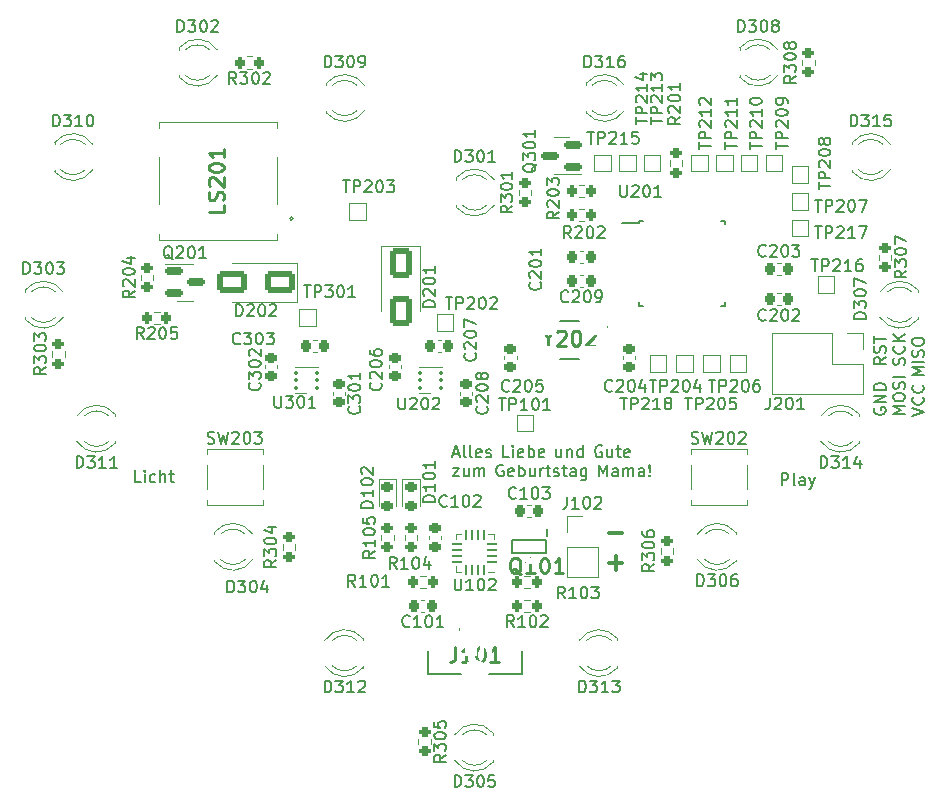
<source format=gto>
%TF.GenerationSoftware,KiCad,Pcbnew,(7.0.0)*%
%TF.CreationDate,2023-05-16T07:50:31+02:00*%
%TF.ProjectId,MamaGeburtstag2023,4d616d61-4765-4627-9572-747374616732,rev?*%
%TF.SameCoordinates,Original*%
%TF.FileFunction,Legend,Top*%
%TF.FilePolarity,Positive*%
%FSLAX46Y46*%
G04 Gerber Fmt 4.6, Leading zero omitted, Abs format (unit mm)*
G04 Created by KiCad (PCBNEW (7.0.0)) date 2023-05-16 07:50:31*
%MOMM*%
%LPD*%
G01*
G04 APERTURE LIST*
G04 Aperture macros list*
%AMRoundRect*
0 Rectangle with rounded corners*
0 $1 Rounding radius*
0 $2 $3 $4 $5 $6 $7 $8 $9 X,Y pos of 4 corners*
0 Add a 4 corners polygon primitive as box body*
4,1,4,$2,$3,$4,$5,$6,$7,$8,$9,$2,$3,0*
0 Add four circle primitives for the rounded corners*
1,1,$1+$1,$2,$3*
1,1,$1+$1,$4,$5*
1,1,$1+$1,$6,$7*
1,1,$1+$1,$8,$9*
0 Add four rect primitives between the rounded corners*
20,1,$1+$1,$2,$3,$4,$5,0*
20,1,$1+$1,$4,$5,$6,$7,0*
20,1,$1+$1,$6,$7,$8,$9,0*
20,1,$1+$1,$8,$9,$2,$3,0*%
G04 Aperture macros list end*
%ADD10C,0.300000*%
%ADD11C,0.150000*%
%ADD12C,0.254000*%
%ADD13C,0.120000*%
%ADD14C,0.100000*%
%ADD15C,0.200000*%
%ADD16RoundRect,0.225000X0.225000X0.250000X-0.225000X0.250000X-0.225000X-0.250000X0.225000X-0.250000X0*%
%ADD17RoundRect,0.225000X-0.250000X0.225000X-0.250000X-0.225000X0.250000X-0.225000X0.250000X0.225000X0*%
%ADD18R,1.800000X1.800000*%
%ADD19C,1.800000*%
%ADD20RoundRect,0.225000X0.250000X-0.225000X0.250000X0.225000X-0.250000X0.225000X-0.250000X-0.225000X0*%
%ADD21RoundRect,0.218750X-0.256250X0.218750X-0.256250X-0.218750X0.256250X-0.218750X0.256250X0.218750X0*%
%ADD22R,1.000000X1.000000*%
%ADD23RoundRect,0.200000X0.275000X-0.200000X0.275000X0.200000X-0.275000X0.200000X-0.275000X-0.200000X0*%
%ADD24R,1.700000X1.700000*%
%ADD25O,1.700000X1.700000*%
%ADD26RoundRect,0.200000X0.200000X0.275000X-0.200000X0.275000X-0.200000X-0.275000X0.200000X-0.275000X0*%
%ADD27R,1.600000X1.400000*%
%ADD28RoundRect,0.093750X0.093750X0.106250X-0.093750X0.106250X-0.093750X-0.106250X0.093750X-0.106250X0*%
%ADD29R,1.000000X1.600000*%
%ADD30RoundRect,0.200000X-0.275000X0.200000X-0.275000X-0.200000X0.275000X-0.200000X0.275000X0.200000X0*%
%ADD31R,1.500000X2.000000*%
%ADD32RoundRect,0.062500X0.350000X0.062500X-0.350000X0.062500X-0.350000X-0.062500X0.350000X-0.062500X0*%
%ADD33RoundRect,0.062500X0.062500X0.350000X-0.062500X0.350000X-0.062500X-0.350000X0.062500X-0.350000X0*%
%ADD34R,1.680000X1.680000*%
%ADD35RoundRect,0.150000X-0.587500X-0.150000X0.587500X-0.150000X0.587500X0.150000X-0.587500X0.150000X0*%
%ADD36RoundRect,0.250000X-0.650000X1.000000X-0.650000X-1.000000X0.650000X-1.000000X0.650000X1.000000X0*%
%ADD37RoundRect,0.250000X1.000000X0.650000X-1.000000X0.650000X-1.000000X-0.650000X1.000000X-0.650000X0*%
%ADD38R,1.600000X0.550000*%
%ADD39R,0.550000X1.600000*%
%ADD40RoundRect,0.200000X-0.200000X-0.275000X0.200000X-0.275000X0.200000X0.275000X-0.200000X0.275000X0*%
%ADD41RoundRect,0.225000X-0.225000X-0.250000X0.225000X-0.250000X0.225000X0.250000X-0.225000X0.250000X0*%
%ADD42R,0.620000X0.575000*%
%ADD43RoundRect,0.150000X0.587500X0.150000X-0.587500X0.150000X-0.587500X-0.150000X0.587500X-0.150000X0*%
%ADD44R,0.450000X1.500000*%
%ADD45C,1.950000*%
%ADD46C,1.815000*%
G04 APERTURE END LIST*
D10*
X159107142Y-134352142D02*
X160250000Y-134352142D01*
X159678571Y-134923571D02*
X159678571Y-133780714D01*
X159107142Y-131852142D02*
X160250000Y-131852142D01*
D11*
X173738095Y-127782380D02*
X173738095Y-126782380D01*
X173738095Y-126782380D02*
X174119047Y-126782380D01*
X174119047Y-126782380D02*
X174214285Y-126830000D01*
X174214285Y-126830000D02*
X174261904Y-126877619D01*
X174261904Y-126877619D02*
X174309523Y-126972857D01*
X174309523Y-126972857D02*
X174309523Y-127115714D01*
X174309523Y-127115714D02*
X174261904Y-127210952D01*
X174261904Y-127210952D02*
X174214285Y-127258571D01*
X174214285Y-127258571D02*
X174119047Y-127306190D01*
X174119047Y-127306190D02*
X173738095Y-127306190D01*
X174880952Y-127782380D02*
X174785714Y-127734761D01*
X174785714Y-127734761D02*
X174738095Y-127639523D01*
X174738095Y-127639523D02*
X174738095Y-126782380D01*
X175690476Y-127782380D02*
X175690476Y-127258571D01*
X175690476Y-127258571D02*
X175642857Y-127163333D01*
X175642857Y-127163333D02*
X175547619Y-127115714D01*
X175547619Y-127115714D02*
X175357143Y-127115714D01*
X175357143Y-127115714D02*
X175261905Y-127163333D01*
X175690476Y-127734761D02*
X175595238Y-127782380D01*
X175595238Y-127782380D02*
X175357143Y-127782380D01*
X175357143Y-127782380D02*
X175261905Y-127734761D01*
X175261905Y-127734761D02*
X175214286Y-127639523D01*
X175214286Y-127639523D02*
X175214286Y-127544285D01*
X175214286Y-127544285D02*
X175261905Y-127449047D01*
X175261905Y-127449047D02*
X175357143Y-127401428D01*
X175357143Y-127401428D02*
X175595238Y-127401428D01*
X175595238Y-127401428D02*
X175690476Y-127353809D01*
X176071429Y-127115714D02*
X176309524Y-127782380D01*
X176547619Y-127115714D02*
X176309524Y-127782380D01*
X176309524Y-127782380D02*
X176214286Y-128020476D01*
X176214286Y-128020476D02*
X176166667Y-128068095D01*
X176166667Y-128068095D02*
X176071429Y-128115714D01*
X119464285Y-127532380D02*
X118988095Y-127532380D01*
X118988095Y-127532380D02*
X118988095Y-126532380D01*
X119797619Y-127532380D02*
X119797619Y-126865714D01*
X119797619Y-126532380D02*
X119750000Y-126580000D01*
X119750000Y-126580000D02*
X119797619Y-126627619D01*
X119797619Y-126627619D02*
X119845238Y-126580000D01*
X119845238Y-126580000D02*
X119797619Y-126532380D01*
X119797619Y-126532380D02*
X119797619Y-126627619D01*
X120702380Y-127484761D02*
X120607142Y-127532380D01*
X120607142Y-127532380D02*
X120416666Y-127532380D01*
X120416666Y-127532380D02*
X120321428Y-127484761D01*
X120321428Y-127484761D02*
X120273809Y-127437142D01*
X120273809Y-127437142D02*
X120226190Y-127341904D01*
X120226190Y-127341904D02*
X120226190Y-127056190D01*
X120226190Y-127056190D02*
X120273809Y-126960952D01*
X120273809Y-126960952D02*
X120321428Y-126913333D01*
X120321428Y-126913333D02*
X120416666Y-126865714D01*
X120416666Y-126865714D02*
X120607142Y-126865714D01*
X120607142Y-126865714D02*
X120702380Y-126913333D01*
X121130952Y-127532380D02*
X121130952Y-126532380D01*
X121559523Y-127532380D02*
X121559523Y-127008571D01*
X121559523Y-127008571D02*
X121511904Y-126913333D01*
X121511904Y-126913333D02*
X121416666Y-126865714D01*
X121416666Y-126865714D02*
X121273809Y-126865714D01*
X121273809Y-126865714D02*
X121178571Y-126913333D01*
X121178571Y-126913333D02*
X121130952Y-126960952D01*
X121892857Y-126865714D02*
X122273809Y-126865714D01*
X122035714Y-126532380D02*
X122035714Y-127389523D01*
X122035714Y-127389523D02*
X122083333Y-127484761D01*
X122083333Y-127484761D02*
X122178571Y-127532380D01*
X122178571Y-127532380D02*
X122273809Y-127532380D01*
X145940476Y-125126666D02*
X146416666Y-125126666D01*
X145845238Y-125412380D02*
X146178571Y-124412380D01*
X146178571Y-124412380D02*
X146511904Y-125412380D01*
X146988095Y-125412380D02*
X146892857Y-125364761D01*
X146892857Y-125364761D02*
X146845238Y-125269523D01*
X146845238Y-125269523D02*
X146845238Y-124412380D01*
X147511905Y-125412380D02*
X147416667Y-125364761D01*
X147416667Y-125364761D02*
X147369048Y-125269523D01*
X147369048Y-125269523D02*
X147369048Y-124412380D01*
X148273810Y-125364761D02*
X148178572Y-125412380D01*
X148178572Y-125412380D02*
X147988096Y-125412380D01*
X147988096Y-125412380D02*
X147892858Y-125364761D01*
X147892858Y-125364761D02*
X147845239Y-125269523D01*
X147845239Y-125269523D02*
X147845239Y-124888571D01*
X147845239Y-124888571D02*
X147892858Y-124793333D01*
X147892858Y-124793333D02*
X147988096Y-124745714D01*
X147988096Y-124745714D02*
X148178572Y-124745714D01*
X148178572Y-124745714D02*
X148273810Y-124793333D01*
X148273810Y-124793333D02*
X148321429Y-124888571D01*
X148321429Y-124888571D02*
X148321429Y-124983809D01*
X148321429Y-124983809D02*
X147845239Y-125079047D01*
X148702382Y-125364761D02*
X148797620Y-125412380D01*
X148797620Y-125412380D02*
X148988096Y-125412380D01*
X148988096Y-125412380D02*
X149083334Y-125364761D01*
X149083334Y-125364761D02*
X149130953Y-125269523D01*
X149130953Y-125269523D02*
X149130953Y-125221904D01*
X149130953Y-125221904D02*
X149083334Y-125126666D01*
X149083334Y-125126666D02*
X148988096Y-125079047D01*
X148988096Y-125079047D02*
X148845239Y-125079047D01*
X148845239Y-125079047D02*
X148750001Y-125031428D01*
X148750001Y-125031428D02*
X148702382Y-124936190D01*
X148702382Y-124936190D02*
X148702382Y-124888571D01*
X148702382Y-124888571D02*
X148750001Y-124793333D01*
X148750001Y-124793333D02*
X148845239Y-124745714D01*
X148845239Y-124745714D02*
X148988096Y-124745714D01*
X148988096Y-124745714D02*
X149083334Y-124793333D01*
X150635715Y-125412380D02*
X150159525Y-125412380D01*
X150159525Y-125412380D02*
X150159525Y-124412380D01*
X150969049Y-125412380D02*
X150969049Y-124745714D01*
X150969049Y-124412380D02*
X150921430Y-124460000D01*
X150921430Y-124460000D02*
X150969049Y-124507619D01*
X150969049Y-124507619D02*
X151016668Y-124460000D01*
X151016668Y-124460000D02*
X150969049Y-124412380D01*
X150969049Y-124412380D02*
X150969049Y-124507619D01*
X151826191Y-125364761D02*
X151730953Y-125412380D01*
X151730953Y-125412380D02*
X151540477Y-125412380D01*
X151540477Y-125412380D02*
X151445239Y-125364761D01*
X151445239Y-125364761D02*
X151397620Y-125269523D01*
X151397620Y-125269523D02*
X151397620Y-124888571D01*
X151397620Y-124888571D02*
X151445239Y-124793333D01*
X151445239Y-124793333D02*
X151540477Y-124745714D01*
X151540477Y-124745714D02*
X151730953Y-124745714D01*
X151730953Y-124745714D02*
X151826191Y-124793333D01*
X151826191Y-124793333D02*
X151873810Y-124888571D01*
X151873810Y-124888571D02*
X151873810Y-124983809D01*
X151873810Y-124983809D02*
X151397620Y-125079047D01*
X152302382Y-125412380D02*
X152302382Y-124412380D01*
X152302382Y-124793333D02*
X152397620Y-124745714D01*
X152397620Y-124745714D02*
X152588096Y-124745714D01*
X152588096Y-124745714D02*
X152683334Y-124793333D01*
X152683334Y-124793333D02*
X152730953Y-124840952D01*
X152730953Y-124840952D02*
X152778572Y-124936190D01*
X152778572Y-124936190D02*
X152778572Y-125221904D01*
X152778572Y-125221904D02*
X152730953Y-125317142D01*
X152730953Y-125317142D02*
X152683334Y-125364761D01*
X152683334Y-125364761D02*
X152588096Y-125412380D01*
X152588096Y-125412380D02*
X152397620Y-125412380D01*
X152397620Y-125412380D02*
X152302382Y-125364761D01*
X153588096Y-125364761D02*
X153492858Y-125412380D01*
X153492858Y-125412380D02*
X153302382Y-125412380D01*
X153302382Y-125412380D02*
X153207144Y-125364761D01*
X153207144Y-125364761D02*
X153159525Y-125269523D01*
X153159525Y-125269523D02*
X153159525Y-124888571D01*
X153159525Y-124888571D02*
X153207144Y-124793333D01*
X153207144Y-124793333D02*
X153302382Y-124745714D01*
X153302382Y-124745714D02*
X153492858Y-124745714D01*
X153492858Y-124745714D02*
X153588096Y-124793333D01*
X153588096Y-124793333D02*
X153635715Y-124888571D01*
X153635715Y-124888571D02*
X153635715Y-124983809D01*
X153635715Y-124983809D02*
X153159525Y-125079047D01*
X155092858Y-124745714D02*
X155092858Y-125412380D01*
X154664287Y-124745714D02*
X154664287Y-125269523D01*
X154664287Y-125269523D02*
X154711906Y-125364761D01*
X154711906Y-125364761D02*
X154807144Y-125412380D01*
X154807144Y-125412380D02*
X154950001Y-125412380D01*
X154950001Y-125412380D02*
X155045239Y-125364761D01*
X155045239Y-125364761D02*
X155092858Y-125317142D01*
X155569049Y-124745714D02*
X155569049Y-125412380D01*
X155569049Y-124840952D02*
X155616668Y-124793333D01*
X155616668Y-124793333D02*
X155711906Y-124745714D01*
X155711906Y-124745714D02*
X155854763Y-124745714D01*
X155854763Y-124745714D02*
X155950001Y-124793333D01*
X155950001Y-124793333D02*
X155997620Y-124888571D01*
X155997620Y-124888571D02*
X155997620Y-125412380D01*
X156902382Y-125412380D02*
X156902382Y-124412380D01*
X156902382Y-125364761D02*
X156807144Y-125412380D01*
X156807144Y-125412380D02*
X156616668Y-125412380D01*
X156616668Y-125412380D02*
X156521430Y-125364761D01*
X156521430Y-125364761D02*
X156473811Y-125317142D01*
X156473811Y-125317142D02*
X156426192Y-125221904D01*
X156426192Y-125221904D02*
X156426192Y-124936190D01*
X156426192Y-124936190D02*
X156473811Y-124840952D01*
X156473811Y-124840952D02*
X156521430Y-124793333D01*
X156521430Y-124793333D02*
X156616668Y-124745714D01*
X156616668Y-124745714D02*
X156807144Y-124745714D01*
X156807144Y-124745714D02*
X156902382Y-124793333D01*
X158502382Y-124460000D02*
X158407144Y-124412380D01*
X158407144Y-124412380D02*
X158264287Y-124412380D01*
X158264287Y-124412380D02*
X158121430Y-124460000D01*
X158121430Y-124460000D02*
X158026192Y-124555238D01*
X158026192Y-124555238D02*
X157978573Y-124650476D01*
X157978573Y-124650476D02*
X157930954Y-124840952D01*
X157930954Y-124840952D02*
X157930954Y-124983809D01*
X157930954Y-124983809D02*
X157978573Y-125174285D01*
X157978573Y-125174285D02*
X158026192Y-125269523D01*
X158026192Y-125269523D02*
X158121430Y-125364761D01*
X158121430Y-125364761D02*
X158264287Y-125412380D01*
X158264287Y-125412380D02*
X158359525Y-125412380D01*
X158359525Y-125412380D02*
X158502382Y-125364761D01*
X158502382Y-125364761D02*
X158550001Y-125317142D01*
X158550001Y-125317142D02*
X158550001Y-124983809D01*
X158550001Y-124983809D02*
X158359525Y-124983809D01*
X159407144Y-124745714D02*
X159407144Y-125412380D01*
X158978573Y-124745714D02*
X158978573Y-125269523D01*
X158978573Y-125269523D02*
X159026192Y-125364761D01*
X159026192Y-125364761D02*
X159121430Y-125412380D01*
X159121430Y-125412380D02*
X159264287Y-125412380D01*
X159264287Y-125412380D02*
X159359525Y-125364761D01*
X159359525Y-125364761D02*
X159407144Y-125317142D01*
X159740478Y-124745714D02*
X160121430Y-124745714D01*
X159883335Y-124412380D02*
X159883335Y-125269523D01*
X159883335Y-125269523D02*
X159930954Y-125364761D01*
X159930954Y-125364761D02*
X160026192Y-125412380D01*
X160026192Y-125412380D02*
X160121430Y-125412380D01*
X160835716Y-125364761D02*
X160740478Y-125412380D01*
X160740478Y-125412380D02*
X160550002Y-125412380D01*
X160550002Y-125412380D02*
X160454764Y-125364761D01*
X160454764Y-125364761D02*
X160407145Y-125269523D01*
X160407145Y-125269523D02*
X160407145Y-124888571D01*
X160407145Y-124888571D02*
X160454764Y-124793333D01*
X160454764Y-124793333D02*
X160550002Y-124745714D01*
X160550002Y-124745714D02*
X160740478Y-124745714D01*
X160740478Y-124745714D02*
X160835716Y-124793333D01*
X160835716Y-124793333D02*
X160883335Y-124888571D01*
X160883335Y-124888571D02*
X160883335Y-124983809D01*
X160883335Y-124983809D02*
X160407145Y-125079047D01*
X145892857Y-126365714D02*
X146416666Y-126365714D01*
X146416666Y-126365714D02*
X145892857Y-127032380D01*
X145892857Y-127032380D02*
X146416666Y-127032380D01*
X147226190Y-126365714D02*
X147226190Y-127032380D01*
X146797619Y-126365714D02*
X146797619Y-126889523D01*
X146797619Y-126889523D02*
X146845238Y-126984761D01*
X146845238Y-126984761D02*
X146940476Y-127032380D01*
X146940476Y-127032380D02*
X147083333Y-127032380D01*
X147083333Y-127032380D02*
X147178571Y-126984761D01*
X147178571Y-126984761D02*
X147226190Y-126937142D01*
X147702381Y-127032380D02*
X147702381Y-126365714D01*
X147702381Y-126460952D02*
X147750000Y-126413333D01*
X147750000Y-126413333D02*
X147845238Y-126365714D01*
X147845238Y-126365714D02*
X147988095Y-126365714D01*
X147988095Y-126365714D02*
X148083333Y-126413333D01*
X148083333Y-126413333D02*
X148130952Y-126508571D01*
X148130952Y-126508571D02*
X148130952Y-127032380D01*
X148130952Y-126508571D02*
X148178571Y-126413333D01*
X148178571Y-126413333D02*
X148273809Y-126365714D01*
X148273809Y-126365714D02*
X148416666Y-126365714D01*
X148416666Y-126365714D02*
X148511905Y-126413333D01*
X148511905Y-126413333D02*
X148559524Y-126508571D01*
X148559524Y-126508571D02*
X148559524Y-127032380D01*
X150159523Y-126080000D02*
X150064285Y-126032380D01*
X150064285Y-126032380D02*
X149921428Y-126032380D01*
X149921428Y-126032380D02*
X149778571Y-126080000D01*
X149778571Y-126080000D02*
X149683333Y-126175238D01*
X149683333Y-126175238D02*
X149635714Y-126270476D01*
X149635714Y-126270476D02*
X149588095Y-126460952D01*
X149588095Y-126460952D02*
X149588095Y-126603809D01*
X149588095Y-126603809D02*
X149635714Y-126794285D01*
X149635714Y-126794285D02*
X149683333Y-126889523D01*
X149683333Y-126889523D02*
X149778571Y-126984761D01*
X149778571Y-126984761D02*
X149921428Y-127032380D01*
X149921428Y-127032380D02*
X150016666Y-127032380D01*
X150016666Y-127032380D02*
X150159523Y-126984761D01*
X150159523Y-126984761D02*
X150207142Y-126937142D01*
X150207142Y-126937142D02*
X150207142Y-126603809D01*
X150207142Y-126603809D02*
X150016666Y-126603809D01*
X151016666Y-126984761D02*
X150921428Y-127032380D01*
X150921428Y-127032380D02*
X150730952Y-127032380D01*
X150730952Y-127032380D02*
X150635714Y-126984761D01*
X150635714Y-126984761D02*
X150588095Y-126889523D01*
X150588095Y-126889523D02*
X150588095Y-126508571D01*
X150588095Y-126508571D02*
X150635714Y-126413333D01*
X150635714Y-126413333D02*
X150730952Y-126365714D01*
X150730952Y-126365714D02*
X150921428Y-126365714D01*
X150921428Y-126365714D02*
X151016666Y-126413333D01*
X151016666Y-126413333D02*
X151064285Y-126508571D01*
X151064285Y-126508571D02*
X151064285Y-126603809D01*
X151064285Y-126603809D02*
X150588095Y-126699047D01*
X151492857Y-127032380D02*
X151492857Y-126032380D01*
X151492857Y-126413333D02*
X151588095Y-126365714D01*
X151588095Y-126365714D02*
X151778571Y-126365714D01*
X151778571Y-126365714D02*
X151873809Y-126413333D01*
X151873809Y-126413333D02*
X151921428Y-126460952D01*
X151921428Y-126460952D02*
X151969047Y-126556190D01*
X151969047Y-126556190D02*
X151969047Y-126841904D01*
X151969047Y-126841904D02*
X151921428Y-126937142D01*
X151921428Y-126937142D02*
X151873809Y-126984761D01*
X151873809Y-126984761D02*
X151778571Y-127032380D01*
X151778571Y-127032380D02*
X151588095Y-127032380D01*
X151588095Y-127032380D02*
X151492857Y-126984761D01*
X152826190Y-126365714D02*
X152826190Y-127032380D01*
X152397619Y-126365714D02*
X152397619Y-126889523D01*
X152397619Y-126889523D02*
X152445238Y-126984761D01*
X152445238Y-126984761D02*
X152540476Y-127032380D01*
X152540476Y-127032380D02*
X152683333Y-127032380D01*
X152683333Y-127032380D02*
X152778571Y-126984761D01*
X152778571Y-126984761D02*
X152826190Y-126937142D01*
X153302381Y-127032380D02*
X153302381Y-126365714D01*
X153302381Y-126556190D02*
X153350000Y-126460952D01*
X153350000Y-126460952D02*
X153397619Y-126413333D01*
X153397619Y-126413333D02*
X153492857Y-126365714D01*
X153492857Y-126365714D02*
X153588095Y-126365714D01*
X153778572Y-126365714D02*
X154159524Y-126365714D01*
X153921429Y-126032380D02*
X153921429Y-126889523D01*
X153921429Y-126889523D02*
X153969048Y-126984761D01*
X153969048Y-126984761D02*
X154064286Y-127032380D01*
X154064286Y-127032380D02*
X154159524Y-127032380D01*
X154445239Y-126984761D02*
X154540477Y-127032380D01*
X154540477Y-127032380D02*
X154730953Y-127032380D01*
X154730953Y-127032380D02*
X154826191Y-126984761D01*
X154826191Y-126984761D02*
X154873810Y-126889523D01*
X154873810Y-126889523D02*
X154873810Y-126841904D01*
X154873810Y-126841904D02*
X154826191Y-126746666D01*
X154826191Y-126746666D02*
X154730953Y-126699047D01*
X154730953Y-126699047D02*
X154588096Y-126699047D01*
X154588096Y-126699047D02*
X154492858Y-126651428D01*
X154492858Y-126651428D02*
X154445239Y-126556190D01*
X154445239Y-126556190D02*
X154445239Y-126508571D01*
X154445239Y-126508571D02*
X154492858Y-126413333D01*
X154492858Y-126413333D02*
X154588096Y-126365714D01*
X154588096Y-126365714D02*
X154730953Y-126365714D01*
X154730953Y-126365714D02*
X154826191Y-126413333D01*
X155159525Y-126365714D02*
X155540477Y-126365714D01*
X155302382Y-126032380D02*
X155302382Y-126889523D01*
X155302382Y-126889523D02*
X155350001Y-126984761D01*
X155350001Y-126984761D02*
X155445239Y-127032380D01*
X155445239Y-127032380D02*
X155540477Y-127032380D01*
X156302382Y-127032380D02*
X156302382Y-126508571D01*
X156302382Y-126508571D02*
X156254763Y-126413333D01*
X156254763Y-126413333D02*
X156159525Y-126365714D01*
X156159525Y-126365714D02*
X155969049Y-126365714D01*
X155969049Y-126365714D02*
X155873811Y-126413333D01*
X156302382Y-126984761D02*
X156207144Y-127032380D01*
X156207144Y-127032380D02*
X155969049Y-127032380D01*
X155969049Y-127032380D02*
X155873811Y-126984761D01*
X155873811Y-126984761D02*
X155826192Y-126889523D01*
X155826192Y-126889523D02*
X155826192Y-126794285D01*
X155826192Y-126794285D02*
X155873811Y-126699047D01*
X155873811Y-126699047D02*
X155969049Y-126651428D01*
X155969049Y-126651428D02*
X156207144Y-126651428D01*
X156207144Y-126651428D02*
X156302382Y-126603809D01*
X157207144Y-126365714D02*
X157207144Y-127175238D01*
X157207144Y-127175238D02*
X157159525Y-127270476D01*
X157159525Y-127270476D02*
X157111906Y-127318095D01*
X157111906Y-127318095D02*
X157016668Y-127365714D01*
X157016668Y-127365714D02*
X156873811Y-127365714D01*
X156873811Y-127365714D02*
X156778573Y-127318095D01*
X157207144Y-126984761D02*
X157111906Y-127032380D01*
X157111906Y-127032380D02*
X156921430Y-127032380D01*
X156921430Y-127032380D02*
X156826192Y-126984761D01*
X156826192Y-126984761D02*
X156778573Y-126937142D01*
X156778573Y-126937142D02*
X156730954Y-126841904D01*
X156730954Y-126841904D02*
X156730954Y-126556190D01*
X156730954Y-126556190D02*
X156778573Y-126460952D01*
X156778573Y-126460952D02*
X156826192Y-126413333D01*
X156826192Y-126413333D02*
X156921430Y-126365714D01*
X156921430Y-126365714D02*
X157111906Y-126365714D01*
X157111906Y-126365714D02*
X157207144Y-126413333D01*
X158283335Y-127032380D02*
X158283335Y-126032380D01*
X158283335Y-126032380D02*
X158616668Y-126746666D01*
X158616668Y-126746666D02*
X158950001Y-126032380D01*
X158950001Y-126032380D02*
X158950001Y-127032380D01*
X159854763Y-127032380D02*
X159854763Y-126508571D01*
X159854763Y-126508571D02*
X159807144Y-126413333D01*
X159807144Y-126413333D02*
X159711906Y-126365714D01*
X159711906Y-126365714D02*
X159521430Y-126365714D01*
X159521430Y-126365714D02*
X159426192Y-126413333D01*
X159854763Y-126984761D02*
X159759525Y-127032380D01*
X159759525Y-127032380D02*
X159521430Y-127032380D01*
X159521430Y-127032380D02*
X159426192Y-126984761D01*
X159426192Y-126984761D02*
X159378573Y-126889523D01*
X159378573Y-126889523D02*
X159378573Y-126794285D01*
X159378573Y-126794285D02*
X159426192Y-126699047D01*
X159426192Y-126699047D02*
X159521430Y-126651428D01*
X159521430Y-126651428D02*
X159759525Y-126651428D01*
X159759525Y-126651428D02*
X159854763Y-126603809D01*
X160330954Y-127032380D02*
X160330954Y-126365714D01*
X160330954Y-126460952D02*
X160378573Y-126413333D01*
X160378573Y-126413333D02*
X160473811Y-126365714D01*
X160473811Y-126365714D02*
X160616668Y-126365714D01*
X160616668Y-126365714D02*
X160711906Y-126413333D01*
X160711906Y-126413333D02*
X160759525Y-126508571D01*
X160759525Y-126508571D02*
X160759525Y-127032380D01*
X160759525Y-126508571D02*
X160807144Y-126413333D01*
X160807144Y-126413333D02*
X160902382Y-126365714D01*
X160902382Y-126365714D02*
X161045239Y-126365714D01*
X161045239Y-126365714D02*
X161140478Y-126413333D01*
X161140478Y-126413333D02*
X161188097Y-126508571D01*
X161188097Y-126508571D02*
X161188097Y-127032380D01*
X162092858Y-127032380D02*
X162092858Y-126508571D01*
X162092858Y-126508571D02*
X162045239Y-126413333D01*
X162045239Y-126413333D02*
X161950001Y-126365714D01*
X161950001Y-126365714D02*
X161759525Y-126365714D01*
X161759525Y-126365714D02*
X161664287Y-126413333D01*
X162092858Y-126984761D02*
X161997620Y-127032380D01*
X161997620Y-127032380D02*
X161759525Y-127032380D01*
X161759525Y-127032380D02*
X161664287Y-126984761D01*
X161664287Y-126984761D02*
X161616668Y-126889523D01*
X161616668Y-126889523D02*
X161616668Y-126794285D01*
X161616668Y-126794285D02*
X161664287Y-126699047D01*
X161664287Y-126699047D02*
X161759525Y-126651428D01*
X161759525Y-126651428D02*
X161997620Y-126651428D01*
X161997620Y-126651428D02*
X162092858Y-126603809D01*
X162569049Y-126937142D02*
X162616668Y-126984761D01*
X162616668Y-126984761D02*
X162569049Y-127032380D01*
X162569049Y-127032380D02*
X162521430Y-126984761D01*
X162521430Y-126984761D02*
X162569049Y-126937142D01*
X162569049Y-126937142D02*
X162569049Y-127032380D01*
X162569049Y-126651428D02*
X162521430Y-126080000D01*
X162521430Y-126080000D02*
X162569049Y-126032380D01*
X162569049Y-126032380D02*
X162616668Y-126080000D01*
X162616668Y-126080000D02*
X162569049Y-126651428D01*
X162569049Y-126651428D02*
X162569049Y-126032380D01*
X181590000Y-121238095D02*
X181542380Y-121333333D01*
X181542380Y-121333333D02*
X181542380Y-121476190D01*
X181542380Y-121476190D02*
X181590000Y-121619047D01*
X181590000Y-121619047D02*
X181685238Y-121714285D01*
X181685238Y-121714285D02*
X181780476Y-121761904D01*
X181780476Y-121761904D02*
X181970952Y-121809523D01*
X181970952Y-121809523D02*
X182113809Y-121809523D01*
X182113809Y-121809523D02*
X182304285Y-121761904D01*
X182304285Y-121761904D02*
X182399523Y-121714285D01*
X182399523Y-121714285D02*
X182494761Y-121619047D01*
X182494761Y-121619047D02*
X182542380Y-121476190D01*
X182542380Y-121476190D02*
X182542380Y-121380952D01*
X182542380Y-121380952D02*
X182494761Y-121238095D01*
X182494761Y-121238095D02*
X182447142Y-121190476D01*
X182447142Y-121190476D02*
X182113809Y-121190476D01*
X182113809Y-121190476D02*
X182113809Y-121380952D01*
X182542380Y-120761904D02*
X181542380Y-120761904D01*
X181542380Y-120761904D02*
X182542380Y-120190476D01*
X182542380Y-120190476D02*
X181542380Y-120190476D01*
X182542380Y-119714285D02*
X181542380Y-119714285D01*
X181542380Y-119714285D02*
X181542380Y-119476190D01*
X181542380Y-119476190D02*
X181590000Y-119333333D01*
X181590000Y-119333333D02*
X181685238Y-119238095D01*
X181685238Y-119238095D02*
X181780476Y-119190476D01*
X181780476Y-119190476D02*
X181970952Y-119142857D01*
X181970952Y-119142857D02*
X182113809Y-119142857D01*
X182113809Y-119142857D02*
X182304285Y-119190476D01*
X182304285Y-119190476D02*
X182399523Y-119238095D01*
X182399523Y-119238095D02*
X182494761Y-119333333D01*
X182494761Y-119333333D02*
X182542380Y-119476190D01*
X182542380Y-119476190D02*
X182542380Y-119714285D01*
X182542380Y-116942857D02*
X182066190Y-117276190D01*
X182542380Y-117514285D02*
X181542380Y-117514285D01*
X181542380Y-117514285D02*
X181542380Y-117133333D01*
X181542380Y-117133333D02*
X181590000Y-117038095D01*
X181590000Y-117038095D02*
X181637619Y-116990476D01*
X181637619Y-116990476D02*
X181732857Y-116942857D01*
X181732857Y-116942857D02*
X181875714Y-116942857D01*
X181875714Y-116942857D02*
X181970952Y-116990476D01*
X181970952Y-116990476D02*
X182018571Y-117038095D01*
X182018571Y-117038095D02*
X182066190Y-117133333D01*
X182066190Y-117133333D02*
X182066190Y-117514285D01*
X182494761Y-116561904D02*
X182542380Y-116419047D01*
X182542380Y-116419047D02*
X182542380Y-116180952D01*
X182542380Y-116180952D02*
X182494761Y-116085714D01*
X182494761Y-116085714D02*
X182447142Y-116038095D01*
X182447142Y-116038095D02*
X182351904Y-115990476D01*
X182351904Y-115990476D02*
X182256666Y-115990476D01*
X182256666Y-115990476D02*
X182161428Y-116038095D01*
X182161428Y-116038095D02*
X182113809Y-116085714D01*
X182113809Y-116085714D02*
X182066190Y-116180952D01*
X182066190Y-116180952D02*
X182018571Y-116371428D01*
X182018571Y-116371428D02*
X181970952Y-116466666D01*
X181970952Y-116466666D02*
X181923333Y-116514285D01*
X181923333Y-116514285D02*
X181828095Y-116561904D01*
X181828095Y-116561904D02*
X181732857Y-116561904D01*
X181732857Y-116561904D02*
X181637619Y-116514285D01*
X181637619Y-116514285D02*
X181590000Y-116466666D01*
X181590000Y-116466666D02*
X181542380Y-116371428D01*
X181542380Y-116371428D02*
X181542380Y-116133333D01*
X181542380Y-116133333D02*
X181590000Y-115990476D01*
X181542380Y-115704761D02*
X181542380Y-115133333D01*
X182542380Y-115419047D02*
X181542380Y-115419047D01*
X184162380Y-121761904D02*
X183162380Y-121761904D01*
X183162380Y-121761904D02*
X183876666Y-121428571D01*
X183876666Y-121428571D02*
X183162380Y-121095238D01*
X183162380Y-121095238D02*
X184162380Y-121095238D01*
X183162380Y-120428571D02*
X183162380Y-120238095D01*
X183162380Y-120238095D02*
X183210000Y-120142857D01*
X183210000Y-120142857D02*
X183305238Y-120047619D01*
X183305238Y-120047619D02*
X183495714Y-120000000D01*
X183495714Y-120000000D02*
X183829047Y-120000000D01*
X183829047Y-120000000D02*
X184019523Y-120047619D01*
X184019523Y-120047619D02*
X184114761Y-120142857D01*
X184114761Y-120142857D02*
X184162380Y-120238095D01*
X184162380Y-120238095D02*
X184162380Y-120428571D01*
X184162380Y-120428571D02*
X184114761Y-120523809D01*
X184114761Y-120523809D02*
X184019523Y-120619047D01*
X184019523Y-120619047D02*
X183829047Y-120666666D01*
X183829047Y-120666666D02*
X183495714Y-120666666D01*
X183495714Y-120666666D02*
X183305238Y-120619047D01*
X183305238Y-120619047D02*
X183210000Y-120523809D01*
X183210000Y-120523809D02*
X183162380Y-120428571D01*
X184114761Y-119619047D02*
X184162380Y-119476190D01*
X184162380Y-119476190D02*
X184162380Y-119238095D01*
X184162380Y-119238095D02*
X184114761Y-119142857D01*
X184114761Y-119142857D02*
X184067142Y-119095238D01*
X184067142Y-119095238D02*
X183971904Y-119047619D01*
X183971904Y-119047619D02*
X183876666Y-119047619D01*
X183876666Y-119047619D02*
X183781428Y-119095238D01*
X183781428Y-119095238D02*
X183733809Y-119142857D01*
X183733809Y-119142857D02*
X183686190Y-119238095D01*
X183686190Y-119238095D02*
X183638571Y-119428571D01*
X183638571Y-119428571D02*
X183590952Y-119523809D01*
X183590952Y-119523809D02*
X183543333Y-119571428D01*
X183543333Y-119571428D02*
X183448095Y-119619047D01*
X183448095Y-119619047D02*
X183352857Y-119619047D01*
X183352857Y-119619047D02*
X183257619Y-119571428D01*
X183257619Y-119571428D02*
X183210000Y-119523809D01*
X183210000Y-119523809D02*
X183162380Y-119428571D01*
X183162380Y-119428571D02*
X183162380Y-119190476D01*
X183162380Y-119190476D02*
X183210000Y-119047619D01*
X184162380Y-118619047D02*
X183162380Y-118619047D01*
X184114761Y-117590476D02*
X184162380Y-117447619D01*
X184162380Y-117447619D02*
X184162380Y-117209524D01*
X184162380Y-117209524D02*
X184114761Y-117114286D01*
X184114761Y-117114286D02*
X184067142Y-117066667D01*
X184067142Y-117066667D02*
X183971904Y-117019048D01*
X183971904Y-117019048D02*
X183876666Y-117019048D01*
X183876666Y-117019048D02*
X183781428Y-117066667D01*
X183781428Y-117066667D02*
X183733809Y-117114286D01*
X183733809Y-117114286D02*
X183686190Y-117209524D01*
X183686190Y-117209524D02*
X183638571Y-117400000D01*
X183638571Y-117400000D02*
X183590952Y-117495238D01*
X183590952Y-117495238D02*
X183543333Y-117542857D01*
X183543333Y-117542857D02*
X183448095Y-117590476D01*
X183448095Y-117590476D02*
X183352857Y-117590476D01*
X183352857Y-117590476D02*
X183257619Y-117542857D01*
X183257619Y-117542857D02*
X183210000Y-117495238D01*
X183210000Y-117495238D02*
X183162380Y-117400000D01*
X183162380Y-117400000D02*
X183162380Y-117161905D01*
X183162380Y-117161905D02*
X183210000Y-117019048D01*
X184067142Y-116019048D02*
X184114761Y-116066667D01*
X184114761Y-116066667D02*
X184162380Y-116209524D01*
X184162380Y-116209524D02*
X184162380Y-116304762D01*
X184162380Y-116304762D02*
X184114761Y-116447619D01*
X184114761Y-116447619D02*
X184019523Y-116542857D01*
X184019523Y-116542857D02*
X183924285Y-116590476D01*
X183924285Y-116590476D02*
X183733809Y-116638095D01*
X183733809Y-116638095D02*
X183590952Y-116638095D01*
X183590952Y-116638095D02*
X183400476Y-116590476D01*
X183400476Y-116590476D02*
X183305238Y-116542857D01*
X183305238Y-116542857D02*
X183210000Y-116447619D01*
X183210000Y-116447619D02*
X183162380Y-116304762D01*
X183162380Y-116304762D02*
X183162380Y-116209524D01*
X183162380Y-116209524D02*
X183210000Y-116066667D01*
X183210000Y-116066667D02*
X183257619Y-116019048D01*
X184162380Y-115590476D02*
X183162380Y-115590476D01*
X184162380Y-115019048D02*
X183590952Y-115447619D01*
X183162380Y-115019048D02*
X183733809Y-115590476D01*
X184782380Y-121904761D02*
X185782380Y-121571428D01*
X185782380Y-121571428D02*
X184782380Y-121238095D01*
X185687142Y-120333333D02*
X185734761Y-120380952D01*
X185734761Y-120380952D02*
X185782380Y-120523809D01*
X185782380Y-120523809D02*
X185782380Y-120619047D01*
X185782380Y-120619047D02*
X185734761Y-120761904D01*
X185734761Y-120761904D02*
X185639523Y-120857142D01*
X185639523Y-120857142D02*
X185544285Y-120904761D01*
X185544285Y-120904761D02*
X185353809Y-120952380D01*
X185353809Y-120952380D02*
X185210952Y-120952380D01*
X185210952Y-120952380D02*
X185020476Y-120904761D01*
X185020476Y-120904761D02*
X184925238Y-120857142D01*
X184925238Y-120857142D02*
X184830000Y-120761904D01*
X184830000Y-120761904D02*
X184782380Y-120619047D01*
X184782380Y-120619047D02*
X184782380Y-120523809D01*
X184782380Y-120523809D02*
X184830000Y-120380952D01*
X184830000Y-120380952D02*
X184877619Y-120333333D01*
X185687142Y-119333333D02*
X185734761Y-119380952D01*
X185734761Y-119380952D02*
X185782380Y-119523809D01*
X185782380Y-119523809D02*
X185782380Y-119619047D01*
X185782380Y-119619047D02*
X185734761Y-119761904D01*
X185734761Y-119761904D02*
X185639523Y-119857142D01*
X185639523Y-119857142D02*
X185544285Y-119904761D01*
X185544285Y-119904761D02*
X185353809Y-119952380D01*
X185353809Y-119952380D02*
X185210952Y-119952380D01*
X185210952Y-119952380D02*
X185020476Y-119904761D01*
X185020476Y-119904761D02*
X184925238Y-119857142D01*
X184925238Y-119857142D02*
X184830000Y-119761904D01*
X184830000Y-119761904D02*
X184782380Y-119619047D01*
X184782380Y-119619047D02*
X184782380Y-119523809D01*
X184782380Y-119523809D02*
X184830000Y-119380952D01*
X184830000Y-119380952D02*
X184877619Y-119333333D01*
X185782380Y-118481904D02*
X184782380Y-118481904D01*
X184782380Y-118481904D02*
X185496666Y-118148571D01*
X185496666Y-118148571D02*
X184782380Y-117815238D01*
X184782380Y-117815238D02*
X185782380Y-117815238D01*
X185782380Y-117339047D02*
X184782380Y-117339047D01*
X185734761Y-116910476D02*
X185782380Y-116767619D01*
X185782380Y-116767619D02*
X185782380Y-116529524D01*
X185782380Y-116529524D02*
X185734761Y-116434286D01*
X185734761Y-116434286D02*
X185687142Y-116386667D01*
X185687142Y-116386667D02*
X185591904Y-116339048D01*
X185591904Y-116339048D02*
X185496666Y-116339048D01*
X185496666Y-116339048D02*
X185401428Y-116386667D01*
X185401428Y-116386667D02*
X185353809Y-116434286D01*
X185353809Y-116434286D02*
X185306190Y-116529524D01*
X185306190Y-116529524D02*
X185258571Y-116720000D01*
X185258571Y-116720000D02*
X185210952Y-116815238D01*
X185210952Y-116815238D02*
X185163333Y-116862857D01*
X185163333Y-116862857D02*
X185068095Y-116910476D01*
X185068095Y-116910476D02*
X184972857Y-116910476D01*
X184972857Y-116910476D02*
X184877619Y-116862857D01*
X184877619Y-116862857D02*
X184830000Y-116815238D01*
X184830000Y-116815238D02*
X184782380Y-116720000D01*
X184782380Y-116720000D02*
X184782380Y-116481905D01*
X184782380Y-116481905D02*
X184830000Y-116339048D01*
X184782380Y-115720000D02*
X184782380Y-115529524D01*
X184782380Y-115529524D02*
X184830000Y-115434286D01*
X184830000Y-115434286D02*
X184925238Y-115339048D01*
X184925238Y-115339048D02*
X185115714Y-115291429D01*
X185115714Y-115291429D02*
X185449047Y-115291429D01*
X185449047Y-115291429D02*
X185639523Y-115339048D01*
X185639523Y-115339048D02*
X185734761Y-115434286D01*
X185734761Y-115434286D02*
X185782380Y-115529524D01*
X185782380Y-115529524D02*
X185782380Y-115720000D01*
X185782380Y-115720000D02*
X185734761Y-115815238D01*
X185734761Y-115815238D02*
X185639523Y-115910476D01*
X185639523Y-115910476D02*
X185449047Y-115958095D01*
X185449047Y-115958095D02*
X185115714Y-115958095D01*
X185115714Y-115958095D02*
X184925238Y-115910476D01*
X184925238Y-115910476D02*
X184830000Y-115815238D01*
X184830000Y-115815238D02*
X184782380Y-115720000D01*
%TO.C,C207*%
X147772142Y-116619047D02*
X147819761Y-116666666D01*
X147819761Y-116666666D02*
X147867380Y-116809523D01*
X147867380Y-116809523D02*
X147867380Y-116904761D01*
X147867380Y-116904761D02*
X147819761Y-117047618D01*
X147819761Y-117047618D02*
X147724523Y-117142856D01*
X147724523Y-117142856D02*
X147629285Y-117190475D01*
X147629285Y-117190475D02*
X147438809Y-117238094D01*
X147438809Y-117238094D02*
X147295952Y-117238094D01*
X147295952Y-117238094D02*
X147105476Y-117190475D01*
X147105476Y-117190475D02*
X147010238Y-117142856D01*
X147010238Y-117142856D02*
X146915000Y-117047618D01*
X146915000Y-117047618D02*
X146867380Y-116904761D01*
X146867380Y-116904761D02*
X146867380Y-116809523D01*
X146867380Y-116809523D02*
X146915000Y-116666666D01*
X146915000Y-116666666D02*
X146962619Y-116619047D01*
X146962619Y-116238094D02*
X146915000Y-116190475D01*
X146915000Y-116190475D02*
X146867380Y-116095237D01*
X146867380Y-116095237D02*
X146867380Y-115857142D01*
X146867380Y-115857142D02*
X146915000Y-115761904D01*
X146915000Y-115761904D02*
X146962619Y-115714285D01*
X146962619Y-115714285D02*
X147057857Y-115666666D01*
X147057857Y-115666666D02*
X147153095Y-115666666D01*
X147153095Y-115666666D02*
X147295952Y-115714285D01*
X147295952Y-115714285D02*
X147867380Y-116285713D01*
X147867380Y-116285713D02*
X147867380Y-115666666D01*
X146867380Y-115047618D02*
X146867380Y-114952380D01*
X146867380Y-114952380D02*
X146915000Y-114857142D01*
X146915000Y-114857142D02*
X146962619Y-114809523D01*
X146962619Y-114809523D02*
X147057857Y-114761904D01*
X147057857Y-114761904D02*
X147248333Y-114714285D01*
X147248333Y-114714285D02*
X147486428Y-114714285D01*
X147486428Y-114714285D02*
X147676904Y-114761904D01*
X147676904Y-114761904D02*
X147772142Y-114809523D01*
X147772142Y-114809523D02*
X147819761Y-114857142D01*
X147819761Y-114857142D02*
X147867380Y-114952380D01*
X147867380Y-114952380D02*
X147867380Y-115047618D01*
X147867380Y-115047618D02*
X147819761Y-115142856D01*
X147819761Y-115142856D02*
X147772142Y-115190475D01*
X147772142Y-115190475D02*
X147676904Y-115238094D01*
X147676904Y-115238094D02*
X147486428Y-115285713D01*
X147486428Y-115285713D02*
X147248333Y-115285713D01*
X147248333Y-115285713D02*
X147057857Y-115238094D01*
X147057857Y-115238094D02*
X146962619Y-115190475D01*
X146962619Y-115190475D02*
X146915000Y-115142856D01*
X146915000Y-115142856D02*
X146867380Y-115047618D01*
X146867380Y-114380951D02*
X146867380Y-113714285D01*
X146867380Y-113714285D02*
X147867380Y-114142856D01*
%TO.C,C302*%
X129522142Y-119119047D02*
X129569761Y-119166666D01*
X129569761Y-119166666D02*
X129617380Y-119309523D01*
X129617380Y-119309523D02*
X129617380Y-119404761D01*
X129617380Y-119404761D02*
X129569761Y-119547618D01*
X129569761Y-119547618D02*
X129474523Y-119642856D01*
X129474523Y-119642856D02*
X129379285Y-119690475D01*
X129379285Y-119690475D02*
X129188809Y-119738094D01*
X129188809Y-119738094D02*
X129045952Y-119738094D01*
X129045952Y-119738094D02*
X128855476Y-119690475D01*
X128855476Y-119690475D02*
X128760238Y-119642856D01*
X128760238Y-119642856D02*
X128665000Y-119547618D01*
X128665000Y-119547618D02*
X128617380Y-119404761D01*
X128617380Y-119404761D02*
X128617380Y-119309523D01*
X128617380Y-119309523D02*
X128665000Y-119166666D01*
X128665000Y-119166666D02*
X128712619Y-119119047D01*
X128617380Y-118785713D02*
X128617380Y-118166666D01*
X128617380Y-118166666D02*
X128998333Y-118499999D01*
X128998333Y-118499999D02*
X128998333Y-118357142D01*
X128998333Y-118357142D02*
X129045952Y-118261904D01*
X129045952Y-118261904D02*
X129093571Y-118214285D01*
X129093571Y-118214285D02*
X129188809Y-118166666D01*
X129188809Y-118166666D02*
X129426904Y-118166666D01*
X129426904Y-118166666D02*
X129522142Y-118214285D01*
X129522142Y-118214285D02*
X129569761Y-118261904D01*
X129569761Y-118261904D02*
X129617380Y-118357142D01*
X129617380Y-118357142D02*
X129617380Y-118642856D01*
X129617380Y-118642856D02*
X129569761Y-118738094D01*
X129569761Y-118738094D02*
X129522142Y-118785713D01*
X128617380Y-117547618D02*
X128617380Y-117452380D01*
X128617380Y-117452380D02*
X128665000Y-117357142D01*
X128665000Y-117357142D02*
X128712619Y-117309523D01*
X128712619Y-117309523D02*
X128807857Y-117261904D01*
X128807857Y-117261904D02*
X128998333Y-117214285D01*
X128998333Y-117214285D02*
X129236428Y-117214285D01*
X129236428Y-117214285D02*
X129426904Y-117261904D01*
X129426904Y-117261904D02*
X129522142Y-117309523D01*
X129522142Y-117309523D02*
X129569761Y-117357142D01*
X129569761Y-117357142D02*
X129617380Y-117452380D01*
X129617380Y-117452380D02*
X129617380Y-117547618D01*
X129617380Y-117547618D02*
X129569761Y-117642856D01*
X129569761Y-117642856D02*
X129522142Y-117690475D01*
X129522142Y-117690475D02*
X129426904Y-117738094D01*
X129426904Y-117738094D02*
X129236428Y-117785713D01*
X129236428Y-117785713D02*
X128998333Y-117785713D01*
X128998333Y-117785713D02*
X128807857Y-117738094D01*
X128807857Y-117738094D02*
X128712619Y-117690475D01*
X128712619Y-117690475D02*
X128665000Y-117642856D01*
X128665000Y-117642856D02*
X128617380Y-117547618D01*
X128712619Y-116833332D02*
X128665000Y-116785713D01*
X128665000Y-116785713D02*
X128617380Y-116690475D01*
X128617380Y-116690475D02*
X128617380Y-116452380D01*
X128617380Y-116452380D02*
X128665000Y-116357142D01*
X128665000Y-116357142D02*
X128712619Y-116309523D01*
X128712619Y-116309523D02*
X128807857Y-116261904D01*
X128807857Y-116261904D02*
X128903095Y-116261904D01*
X128903095Y-116261904D02*
X129045952Y-116309523D01*
X129045952Y-116309523D02*
X129617380Y-116880951D01*
X129617380Y-116880951D02*
X129617380Y-116261904D01*
%TO.C,D312*%
X135039524Y-145327380D02*
X135039524Y-144327380D01*
X135039524Y-144327380D02*
X135277619Y-144327380D01*
X135277619Y-144327380D02*
X135420476Y-144375000D01*
X135420476Y-144375000D02*
X135515714Y-144470238D01*
X135515714Y-144470238D02*
X135563333Y-144565476D01*
X135563333Y-144565476D02*
X135610952Y-144755952D01*
X135610952Y-144755952D02*
X135610952Y-144898809D01*
X135610952Y-144898809D02*
X135563333Y-145089285D01*
X135563333Y-145089285D02*
X135515714Y-145184523D01*
X135515714Y-145184523D02*
X135420476Y-145279761D01*
X135420476Y-145279761D02*
X135277619Y-145327380D01*
X135277619Y-145327380D02*
X135039524Y-145327380D01*
X135944286Y-144327380D02*
X136563333Y-144327380D01*
X136563333Y-144327380D02*
X136230000Y-144708333D01*
X136230000Y-144708333D02*
X136372857Y-144708333D01*
X136372857Y-144708333D02*
X136468095Y-144755952D01*
X136468095Y-144755952D02*
X136515714Y-144803571D01*
X136515714Y-144803571D02*
X136563333Y-144898809D01*
X136563333Y-144898809D02*
X136563333Y-145136904D01*
X136563333Y-145136904D02*
X136515714Y-145232142D01*
X136515714Y-145232142D02*
X136468095Y-145279761D01*
X136468095Y-145279761D02*
X136372857Y-145327380D01*
X136372857Y-145327380D02*
X136087143Y-145327380D01*
X136087143Y-145327380D02*
X135991905Y-145279761D01*
X135991905Y-145279761D02*
X135944286Y-145232142D01*
X137515714Y-145327380D02*
X136944286Y-145327380D01*
X137230000Y-145327380D02*
X137230000Y-144327380D01*
X137230000Y-144327380D02*
X137134762Y-144470238D01*
X137134762Y-144470238D02*
X137039524Y-144565476D01*
X137039524Y-144565476D02*
X136944286Y-144613095D01*
X137896667Y-144422619D02*
X137944286Y-144375000D01*
X137944286Y-144375000D02*
X138039524Y-144327380D01*
X138039524Y-144327380D02*
X138277619Y-144327380D01*
X138277619Y-144327380D02*
X138372857Y-144375000D01*
X138372857Y-144375000D02*
X138420476Y-144422619D01*
X138420476Y-144422619D02*
X138468095Y-144517857D01*
X138468095Y-144517857D02*
X138468095Y-144613095D01*
X138468095Y-144613095D02*
X138420476Y-144755952D01*
X138420476Y-144755952D02*
X137849048Y-145327380D01*
X137849048Y-145327380D02*
X138468095Y-145327380D01*
%TO.C,C303*%
X127880952Y-115772142D02*
X127833333Y-115819761D01*
X127833333Y-115819761D02*
X127690476Y-115867380D01*
X127690476Y-115867380D02*
X127595238Y-115867380D01*
X127595238Y-115867380D02*
X127452381Y-115819761D01*
X127452381Y-115819761D02*
X127357143Y-115724523D01*
X127357143Y-115724523D02*
X127309524Y-115629285D01*
X127309524Y-115629285D02*
X127261905Y-115438809D01*
X127261905Y-115438809D02*
X127261905Y-115295952D01*
X127261905Y-115295952D02*
X127309524Y-115105476D01*
X127309524Y-115105476D02*
X127357143Y-115010238D01*
X127357143Y-115010238D02*
X127452381Y-114915000D01*
X127452381Y-114915000D02*
X127595238Y-114867380D01*
X127595238Y-114867380D02*
X127690476Y-114867380D01*
X127690476Y-114867380D02*
X127833333Y-114915000D01*
X127833333Y-114915000D02*
X127880952Y-114962619D01*
X128214286Y-114867380D02*
X128833333Y-114867380D01*
X128833333Y-114867380D02*
X128500000Y-115248333D01*
X128500000Y-115248333D02*
X128642857Y-115248333D01*
X128642857Y-115248333D02*
X128738095Y-115295952D01*
X128738095Y-115295952D02*
X128785714Y-115343571D01*
X128785714Y-115343571D02*
X128833333Y-115438809D01*
X128833333Y-115438809D02*
X128833333Y-115676904D01*
X128833333Y-115676904D02*
X128785714Y-115772142D01*
X128785714Y-115772142D02*
X128738095Y-115819761D01*
X128738095Y-115819761D02*
X128642857Y-115867380D01*
X128642857Y-115867380D02*
X128357143Y-115867380D01*
X128357143Y-115867380D02*
X128261905Y-115819761D01*
X128261905Y-115819761D02*
X128214286Y-115772142D01*
X129452381Y-114867380D02*
X129547619Y-114867380D01*
X129547619Y-114867380D02*
X129642857Y-114915000D01*
X129642857Y-114915000D02*
X129690476Y-114962619D01*
X129690476Y-114962619D02*
X129738095Y-115057857D01*
X129738095Y-115057857D02*
X129785714Y-115248333D01*
X129785714Y-115248333D02*
X129785714Y-115486428D01*
X129785714Y-115486428D02*
X129738095Y-115676904D01*
X129738095Y-115676904D02*
X129690476Y-115772142D01*
X129690476Y-115772142D02*
X129642857Y-115819761D01*
X129642857Y-115819761D02*
X129547619Y-115867380D01*
X129547619Y-115867380D02*
X129452381Y-115867380D01*
X129452381Y-115867380D02*
X129357143Y-115819761D01*
X129357143Y-115819761D02*
X129309524Y-115772142D01*
X129309524Y-115772142D02*
X129261905Y-115676904D01*
X129261905Y-115676904D02*
X129214286Y-115486428D01*
X129214286Y-115486428D02*
X129214286Y-115248333D01*
X129214286Y-115248333D02*
X129261905Y-115057857D01*
X129261905Y-115057857D02*
X129309524Y-114962619D01*
X129309524Y-114962619D02*
X129357143Y-114915000D01*
X129357143Y-114915000D02*
X129452381Y-114867380D01*
X130119048Y-114867380D02*
X130738095Y-114867380D01*
X130738095Y-114867380D02*
X130404762Y-115248333D01*
X130404762Y-115248333D02*
X130547619Y-115248333D01*
X130547619Y-115248333D02*
X130642857Y-115295952D01*
X130642857Y-115295952D02*
X130690476Y-115343571D01*
X130690476Y-115343571D02*
X130738095Y-115438809D01*
X130738095Y-115438809D02*
X130738095Y-115676904D01*
X130738095Y-115676904D02*
X130690476Y-115772142D01*
X130690476Y-115772142D02*
X130642857Y-115819761D01*
X130642857Y-115819761D02*
X130547619Y-115867380D01*
X130547619Y-115867380D02*
X130261905Y-115867380D01*
X130261905Y-115867380D02*
X130166667Y-115819761D01*
X130166667Y-115819761D02*
X130119048Y-115772142D01*
%TO.C,C208*%
X148772142Y-121119047D02*
X148819761Y-121166666D01*
X148819761Y-121166666D02*
X148867380Y-121309523D01*
X148867380Y-121309523D02*
X148867380Y-121404761D01*
X148867380Y-121404761D02*
X148819761Y-121547618D01*
X148819761Y-121547618D02*
X148724523Y-121642856D01*
X148724523Y-121642856D02*
X148629285Y-121690475D01*
X148629285Y-121690475D02*
X148438809Y-121738094D01*
X148438809Y-121738094D02*
X148295952Y-121738094D01*
X148295952Y-121738094D02*
X148105476Y-121690475D01*
X148105476Y-121690475D02*
X148010238Y-121642856D01*
X148010238Y-121642856D02*
X147915000Y-121547618D01*
X147915000Y-121547618D02*
X147867380Y-121404761D01*
X147867380Y-121404761D02*
X147867380Y-121309523D01*
X147867380Y-121309523D02*
X147915000Y-121166666D01*
X147915000Y-121166666D02*
X147962619Y-121119047D01*
X147962619Y-120738094D02*
X147915000Y-120690475D01*
X147915000Y-120690475D02*
X147867380Y-120595237D01*
X147867380Y-120595237D02*
X147867380Y-120357142D01*
X147867380Y-120357142D02*
X147915000Y-120261904D01*
X147915000Y-120261904D02*
X147962619Y-120214285D01*
X147962619Y-120214285D02*
X148057857Y-120166666D01*
X148057857Y-120166666D02*
X148153095Y-120166666D01*
X148153095Y-120166666D02*
X148295952Y-120214285D01*
X148295952Y-120214285D02*
X148867380Y-120785713D01*
X148867380Y-120785713D02*
X148867380Y-120166666D01*
X147867380Y-119547618D02*
X147867380Y-119452380D01*
X147867380Y-119452380D02*
X147915000Y-119357142D01*
X147915000Y-119357142D02*
X147962619Y-119309523D01*
X147962619Y-119309523D02*
X148057857Y-119261904D01*
X148057857Y-119261904D02*
X148248333Y-119214285D01*
X148248333Y-119214285D02*
X148486428Y-119214285D01*
X148486428Y-119214285D02*
X148676904Y-119261904D01*
X148676904Y-119261904D02*
X148772142Y-119309523D01*
X148772142Y-119309523D02*
X148819761Y-119357142D01*
X148819761Y-119357142D02*
X148867380Y-119452380D01*
X148867380Y-119452380D02*
X148867380Y-119547618D01*
X148867380Y-119547618D02*
X148819761Y-119642856D01*
X148819761Y-119642856D02*
X148772142Y-119690475D01*
X148772142Y-119690475D02*
X148676904Y-119738094D01*
X148676904Y-119738094D02*
X148486428Y-119785713D01*
X148486428Y-119785713D02*
X148248333Y-119785713D01*
X148248333Y-119785713D02*
X148057857Y-119738094D01*
X148057857Y-119738094D02*
X147962619Y-119690475D01*
X147962619Y-119690475D02*
X147915000Y-119642856D01*
X147915000Y-119642856D02*
X147867380Y-119547618D01*
X148295952Y-118642856D02*
X148248333Y-118738094D01*
X148248333Y-118738094D02*
X148200714Y-118785713D01*
X148200714Y-118785713D02*
X148105476Y-118833332D01*
X148105476Y-118833332D02*
X148057857Y-118833332D01*
X148057857Y-118833332D02*
X147962619Y-118785713D01*
X147962619Y-118785713D02*
X147915000Y-118738094D01*
X147915000Y-118738094D02*
X147867380Y-118642856D01*
X147867380Y-118642856D02*
X147867380Y-118452380D01*
X147867380Y-118452380D02*
X147915000Y-118357142D01*
X147915000Y-118357142D02*
X147962619Y-118309523D01*
X147962619Y-118309523D02*
X148057857Y-118261904D01*
X148057857Y-118261904D02*
X148105476Y-118261904D01*
X148105476Y-118261904D02*
X148200714Y-118309523D01*
X148200714Y-118309523D02*
X148248333Y-118357142D01*
X148248333Y-118357142D02*
X148295952Y-118452380D01*
X148295952Y-118452380D02*
X148295952Y-118642856D01*
X148295952Y-118642856D02*
X148343571Y-118738094D01*
X148343571Y-118738094D02*
X148391190Y-118785713D01*
X148391190Y-118785713D02*
X148486428Y-118833332D01*
X148486428Y-118833332D02*
X148676904Y-118833332D01*
X148676904Y-118833332D02*
X148772142Y-118785713D01*
X148772142Y-118785713D02*
X148819761Y-118738094D01*
X148819761Y-118738094D02*
X148867380Y-118642856D01*
X148867380Y-118642856D02*
X148867380Y-118452380D01*
X148867380Y-118452380D02*
X148819761Y-118357142D01*
X148819761Y-118357142D02*
X148772142Y-118309523D01*
X148772142Y-118309523D02*
X148676904Y-118261904D01*
X148676904Y-118261904D02*
X148486428Y-118261904D01*
X148486428Y-118261904D02*
X148391190Y-118309523D01*
X148391190Y-118309523D02*
X148343571Y-118357142D01*
X148343571Y-118357142D02*
X148295952Y-118452380D01*
%TO.C,C205*%
X150655952Y-119772142D02*
X150608333Y-119819761D01*
X150608333Y-119819761D02*
X150465476Y-119867380D01*
X150465476Y-119867380D02*
X150370238Y-119867380D01*
X150370238Y-119867380D02*
X150227381Y-119819761D01*
X150227381Y-119819761D02*
X150132143Y-119724523D01*
X150132143Y-119724523D02*
X150084524Y-119629285D01*
X150084524Y-119629285D02*
X150036905Y-119438809D01*
X150036905Y-119438809D02*
X150036905Y-119295952D01*
X150036905Y-119295952D02*
X150084524Y-119105476D01*
X150084524Y-119105476D02*
X150132143Y-119010238D01*
X150132143Y-119010238D02*
X150227381Y-118915000D01*
X150227381Y-118915000D02*
X150370238Y-118867380D01*
X150370238Y-118867380D02*
X150465476Y-118867380D01*
X150465476Y-118867380D02*
X150608333Y-118915000D01*
X150608333Y-118915000D02*
X150655952Y-118962619D01*
X151036905Y-118962619D02*
X151084524Y-118915000D01*
X151084524Y-118915000D02*
X151179762Y-118867380D01*
X151179762Y-118867380D02*
X151417857Y-118867380D01*
X151417857Y-118867380D02*
X151513095Y-118915000D01*
X151513095Y-118915000D02*
X151560714Y-118962619D01*
X151560714Y-118962619D02*
X151608333Y-119057857D01*
X151608333Y-119057857D02*
X151608333Y-119153095D01*
X151608333Y-119153095D02*
X151560714Y-119295952D01*
X151560714Y-119295952D02*
X150989286Y-119867380D01*
X150989286Y-119867380D02*
X151608333Y-119867380D01*
X152227381Y-118867380D02*
X152322619Y-118867380D01*
X152322619Y-118867380D02*
X152417857Y-118915000D01*
X152417857Y-118915000D02*
X152465476Y-118962619D01*
X152465476Y-118962619D02*
X152513095Y-119057857D01*
X152513095Y-119057857D02*
X152560714Y-119248333D01*
X152560714Y-119248333D02*
X152560714Y-119486428D01*
X152560714Y-119486428D02*
X152513095Y-119676904D01*
X152513095Y-119676904D02*
X152465476Y-119772142D01*
X152465476Y-119772142D02*
X152417857Y-119819761D01*
X152417857Y-119819761D02*
X152322619Y-119867380D01*
X152322619Y-119867380D02*
X152227381Y-119867380D01*
X152227381Y-119867380D02*
X152132143Y-119819761D01*
X152132143Y-119819761D02*
X152084524Y-119772142D01*
X152084524Y-119772142D02*
X152036905Y-119676904D01*
X152036905Y-119676904D02*
X151989286Y-119486428D01*
X151989286Y-119486428D02*
X151989286Y-119248333D01*
X151989286Y-119248333D02*
X152036905Y-119057857D01*
X152036905Y-119057857D02*
X152084524Y-118962619D01*
X152084524Y-118962619D02*
X152132143Y-118915000D01*
X152132143Y-118915000D02*
X152227381Y-118867380D01*
X153465476Y-118867380D02*
X152989286Y-118867380D01*
X152989286Y-118867380D02*
X152941667Y-119343571D01*
X152941667Y-119343571D02*
X152989286Y-119295952D01*
X152989286Y-119295952D02*
X153084524Y-119248333D01*
X153084524Y-119248333D02*
X153322619Y-119248333D01*
X153322619Y-119248333D02*
X153417857Y-119295952D01*
X153417857Y-119295952D02*
X153465476Y-119343571D01*
X153465476Y-119343571D02*
X153513095Y-119438809D01*
X153513095Y-119438809D02*
X153513095Y-119676904D01*
X153513095Y-119676904D02*
X153465476Y-119772142D01*
X153465476Y-119772142D02*
X153417857Y-119819761D01*
X153417857Y-119819761D02*
X153322619Y-119867380D01*
X153322619Y-119867380D02*
X153084524Y-119867380D01*
X153084524Y-119867380D02*
X152989286Y-119819761D01*
X152989286Y-119819761D02*
X152941667Y-119772142D01*
%TO.C,D305*%
X146039524Y-153327380D02*
X146039524Y-152327380D01*
X146039524Y-152327380D02*
X146277619Y-152327380D01*
X146277619Y-152327380D02*
X146420476Y-152375000D01*
X146420476Y-152375000D02*
X146515714Y-152470238D01*
X146515714Y-152470238D02*
X146563333Y-152565476D01*
X146563333Y-152565476D02*
X146610952Y-152755952D01*
X146610952Y-152755952D02*
X146610952Y-152898809D01*
X146610952Y-152898809D02*
X146563333Y-153089285D01*
X146563333Y-153089285D02*
X146515714Y-153184523D01*
X146515714Y-153184523D02*
X146420476Y-153279761D01*
X146420476Y-153279761D02*
X146277619Y-153327380D01*
X146277619Y-153327380D02*
X146039524Y-153327380D01*
X146944286Y-152327380D02*
X147563333Y-152327380D01*
X147563333Y-152327380D02*
X147230000Y-152708333D01*
X147230000Y-152708333D02*
X147372857Y-152708333D01*
X147372857Y-152708333D02*
X147468095Y-152755952D01*
X147468095Y-152755952D02*
X147515714Y-152803571D01*
X147515714Y-152803571D02*
X147563333Y-152898809D01*
X147563333Y-152898809D02*
X147563333Y-153136904D01*
X147563333Y-153136904D02*
X147515714Y-153232142D01*
X147515714Y-153232142D02*
X147468095Y-153279761D01*
X147468095Y-153279761D02*
X147372857Y-153327380D01*
X147372857Y-153327380D02*
X147087143Y-153327380D01*
X147087143Y-153327380D02*
X146991905Y-153279761D01*
X146991905Y-153279761D02*
X146944286Y-153232142D01*
X148182381Y-152327380D02*
X148277619Y-152327380D01*
X148277619Y-152327380D02*
X148372857Y-152375000D01*
X148372857Y-152375000D02*
X148420476Y-152422619D01*
X148420476Y-152422619D02*
X148468095Y-152517857D01*
X148468095Y-152517857D02*
X148515714Y-152708333D01*
X148515714Y-152708333D02*
X148515714Y-152946428D01*
X148515714Y-152946428D02*
X148468095Y-153136904D01*
X148468095Y-153136904D02*
X148420476Y-153232142D01*
X148420476Y-153232142D02*
X148372857Y-153279761D01*
X148372857Y-153279761D02*
X148277619Y-153327380D01*
X148277619Y-153327380D02*
X148182381Y-153327380D01*
X148182381Y-153327380D02*
X148087143Y-153279761D01*
X148087143Y-153279761D02*
X148039524Y-153232142D01*
X148039524Y-153232142D02*
X147991905Y-153136904D01*
X147991905Y-153136904D02*
X147944286Y-152946428D01*
X147944286Y-152946428D02*
X147944286Y-152708333D01*
X147944286Y-152708333D02*
X147991905Y-152517857D01*
X147991905Y-152517857D02*
X148039524Y-152422619D01*
X148039524Y-152422619D02*
X148087143Y-152375000D01*
X148087143Y-152375000D02*
X148182381Y-152327380D01*
X149420476Y-152327380D02*
X148944286Y-152327380D01*
X148944286Y-152327380D02*
X148896667Y-152803571D01*
X148896667Y-152803571D02*
X148944286Y-152755952D01*
X148944286Y-152755952D02*
X149039524Y-152708333D01*
X149039524Y-152708333D02*
X149277619Y-152708333D01*
X149277619Y-152708333D02*
X149372857Y-152755952D01*
X149372857Y-152755952D02*
X149420476Y-152803571D01*
X149420476Y-152803571D02*
X149468095Y-152898809D01*
X149468095Y-152898809D02*
X149468095Y-153136904D01*
X149468095Y-153136904D02*
X149420476Y-153232142D01*
X149420476Y-153232142D02*
X149372857Y-153279761D01*
X149372857Y-153279761D02*
X149277619Y-153327380D01*
X149277619Y-153327380D02*
X149039524Y-153327380D01*
X149039524Y-153327380D02*
X148944286Y-153279761D01*
X148944286Y-153279761D02*
X148896667Y-153232142D01*
%TO.C,D302*%
X122579524Y-89407380D02*
X122579524Y-88407380D01*
X122579524Y-88407380D02*
X122817619Y-88407380D01*
X122817619Y-88407380D02*
X122960476Y-88455000D01*
X122960476Y-88455000D02*
X123055714Y-88550238D01*
X123055714Y-88550238D02*
X123103333Y-88645476D01*
X123103333Y-88645476D02*
X123150952Y-88835952D01*
X123150952Y-88835952D02*
X123150952Y-88978809D01*
X123150952Y-88978809D02*
X123103333Y-89169285D01*
X123103333Y-89169285D02*
X123055714Y-89264523D01*
X123055714Y-89264523D02*
X122960476Y-89359761D01*
X122960476Y-89359761D02*
X122817619Y-89407380D01*
X122817619Y-89407380D02*
X122579524Y-89407380D01*
X123484286Y-88407380D02*
X124103333Y-88407380D01*
X124103333Y-88407380D02*
X123770000Y-88788333D01*
X123770000Y-88788333D02*
X123912857Y-88788333D01*
X123912857Y-88788333D02*
X124008095Y-88835952D01*
X124008095Y-88835952D02*
X124055714Y-88883571D01*
X124055714Y-88883571D02*
X124103333Y-88978809D01*
X124103333Y-88978809D02*
X124103333Y-89216904D01*
X124103333Y-89216904D02*
X124055714Y-89312142D01*
X124055714Y-89312142D02*
X124008095Y-89359761D01*
X124008095Y-89359761D02*
X123912857Y-89407380D01*
X123912857Y-89407380D02*
X123627143Y-89407380D01*
X123627143Y-89407380D02*
X123531905Y-89359761D01*
X123531905Y-89359761D02*
X123484286Y-89312142D01*
X124722381Y-88407380D02*
X124817619Y-88407380D01*
X124817619Y-88407380D02*
X124912857Y-88455000D01*
X124912857Y-88455000D02*
X124960476Y-88502619D01*
X124960476Y-88502619D02*
X125008095Y-88597857D01*
X125008095Y-88597857D02*
X125055714Y-88788333D01*
X125055714Y-88788333D02*
X125055714Y-89026428D01*
X125055714Y-89026428D02*
X125008095Y-89216904D01*
X125008095Y-89216904D02*
X124960476Y-89312142D01*
X124960476Y-89312142D02*
X124912857Y-89359761D01*
X124912857Y-89359761D02*
X124817619Y-89407380D01*
X124817619Y-89407380D02*
X124722381Y-89407380D01*
X124722381Y-89407380D02*
X124627143Y-89359761D01*
X124627143Y-89359761D02*
X124579524Y-89312142D01*
X124579524Y-89312142D02*
X124531905Y-89216904D01*
X124531905Y-89216904D02*
X124484286Y-89026428D01*
X124484286Y-89026428D02*
X124484286Y-88788333D01*
X124484286Y-88788333D02*
X124531905Y-88597857D01*
X124531905Y-88597857D02*
X124579524Y-88502619D01*
X124579524Y-88502619D02*
X124627143Y-88455000D01*
X124627143Y-88455000D02*
X124722381Y-88407380D01*
X125436667Y-88502619D02*
X125484286Y-88455000D01*
X125484286Y-88455000D02*
X125579524Y-88407380D01*
X125579524Y-88407380D02*
X125817619Y-88407380D01*
X125817619Y-88407380D02*
X125912857Y-88455000D01*
X125912857Y-88455000D02*
X125960476Y-88502619D01*
X125960476Y-88502619D02*
X126008095Y-88597857D01*
X126008095Y-88597857D02*
X126008095Y-88693095D01*
X126008095Y-88693095D02*
X125960476Y-88835952D01*
X125960476Y-88835952D02*
X125389048Y-89407380D01*
X125389048Y-89407380D02*
X126008095Y-89407380D01*
%TO.C,D101*%
X144367380Y-129190475D02*
X143367380Y-129190475D01*
X143367380Y-129190475D02*
X143367380Y-128952380D01*
X143367380Y-128952380D02*
X143415000Y-128809523D01*
X143415000Y-128809523D02*
X143510238Y-128714285D01*
X143510238Y-128714285D02*
X143605476Y-128666666D01*
X143605476Y-128666666D02*
X143795952Y-128619047D01*
X143795952Y-128619047D02*
X143938809Y-128619047D01*
X143938809Y-128619047D02*
X144129285Y-128666666D01*
X144129285Y-128666666D02*
X144224523Y-128714285D01*
X144224523Y-128714285D02*
X144319761Y-128809523D01*
X144319761Y-128809523D02*
X144367380Y-128952380D01*
X144367380Y-128952380D02*
X144367380Y-129190475D01*
X144367380Y-127666666D02*
X144367380Y-128238094D01*
X144367380Y-127952380D02*
X143367380Y-127952380D01*
X143367380Y-127952380D02*
X143510238Y-128047618D01*
X143510238Y-128047618D02*
X143605476Y-128142856D01*
X143605476Y-128142856D02*
X143653095Y-128238094D01*
X143367380Y-127047618D02*
X143367380Y-126952380D01*
X143367380Y-126952380D02*
X143415000Y-126857142D01*
X143415000Y-126857142D02*
X143462619Y-126809523D01*
X143462619Y-126809523D02*
X143557857Y-126761904D01*
X143557857Y-126761904D02*
X143748333Y-126714285D01*
X143748333Y-126714285D02*
X143986428Y-126714285D01*
X143986428Y-126714285D02*
X144176904Y-126761904D01*
X144176904Y-126761904D02*
X144272142Y-126809523D01*
X144272142Y-126809523D02*
X144319761Y-126857142D01*
X144319761Y-126857142D02*
X144367380Y-126952380D01*
X144367380Y-126952380D02*
X144367380Y-127047618D01*
X144367380Y-127047618D02*
X144319761Y-127142856D01*
X144319761Y-127142856D02*
X144272142Y-127190475D01*
X144272142Y-127190475D02*
X144176904Y-127238094D01*
X144176904Y-127238094D02*
X143986428Y-127285713D01*
X143986428Y-127285713D02*
X143748333Y-127285713D01*
X143748333Y-127285713D02*
X143557857Y-127238094D01*
X143557857Y-127238094D02*
X143462619Y-127190475D01*
X143462619Y-127190475D02*
X143415000Y-127142856D01*
X143415000Y-127142856D02*
X143367380Y-127047618D01*
X144367380Y-125761904D02*
X144367380Y-126333332D01*
X144367380Y-126047618D02*
X143367380Y-126047618D01*
X143367380Y-126047618D02*
X143510238Y-126142856D01*
X143510238Y-126142856D02*
X143605476Y-126238094D01*
X143605476Y-126238094D02*
X143653095Y-126333332D01*
%TO.C,TP217*%
X176560714Y-105867380D02*
X177132142Y-105867380D01*
X176846428Y-106867380D02*
X176846428Y-105867380D01*
X177465476Y-106867380D02*
X177465476Y-105867380D01*
X177465476Y-105867380D02*
X177846428Y-105867380D01*
X177846428Y-105867380D02*
X177941666Y-105915000D01*
X177941666Y-105915000D02*
X177989285Y-105962619D01*
X177989285Y-105962619D02*
X178036904Y-106057857D01*
X178036904Y-106057857D02*
X178036904Y-106200714D01*
X178036904Y-106200714D02*
X177989285Y-106295952D01*
X177989285Y-106295952D02*
X177941666Y-106343571D01*
X177941666Y-106343571D02*
X177846428Y-106391190D01*
X177846428Y-106391190D02*
X177465476Y-106391190D01*
X178417857Y-105962619D02*
X178465476Y-105915000D01*
X178465476Y-105915000D02*
X178560714Y-105867380D01*
X178560714Y-105867380D02*
X178798809Y-105867380D01*
X178798809Y-105867380D02*
X178894047Y-105915000D01*
X178894047Y-105915000D02*
X178941666Y-105962619D01*
X178941666Y-105962619D02*
X178989285Y-106057857D01*
X178989285Y-106057857D02*
X178989285Y-106153095D01*
X178989285Y-106153095D02*
X178941666Y-106295952D01*
X178941666Y-106295952D02*
X178370238Y-106867380D01*
X178370238Y-106867380D02*
X178989285Y-106867380D01*
X179941666Y-106867380D02*
X179370238Y-106867380D01*
X179655952Y-106867380D02*
X179655952Y-105867380D01*
X179655952Y-105867380D02*
X179560714Y-106010238D01*
X179560714Y-106010238D02*
X179465476Y-106105476D01*
X179465476Y-106105476D02*
X179370238Y-106153095D01*
X180275000Y-105867380D02*
X180941666Y-105867380D01*
X180941666Y-105867380D02*
X180513095Y-106867380D01*
%TO.C,TP216*%
X176260714Y-108667380D02*
X176832142Y-108667380D01*
X176546428Y-109667380D02*
X176546428Y-108667380D01*
X177165476Y-109667380D02*
X177165476Y-108667380D01*
X177165476Y-108667380D02*
X177546428Y-108667380D01*
X177546428Y-108667380D02*
X177641666Y-108715000D01*
X177641666Y-108715000D02*
X177689285Y-108762619D01*
X177689285Y-108762619D02*
X177736904Y-108857857D01*
X177736904Y-108857857D02*
X177736904Y-109000714D01*
X177736904Y-109000714D02*
X177689285Y-109095952D01*
X177689285Y-109095952D02*
X177641666Y-109143571D01*
X177641666Y-109143571D02*
X177546428Y-109191190D01*
X177546428Y-109191190D02*
X177165476Y-109191190D01*
X178117857Y-108762619D02*
X178165476Y-108715000D01*
X178165476Y-108715000D02*
X178260714Y-108667380D01*
X178260714Y-108667380D02*
X178498809Y-108667380D01*
X178498809Y-108667380D02*
X178594047Y-108715000D01*
X178594047Y-108715000D02*
X178641666Y-108762619D01*
X178641666Y-108762619D02*
X178689285Y-108857857D01*
X178689285Y-108857857D02*
X178689285Y-108953095D01*
X178689285Y-108953095D02*
X178641666Y-109095952D01*
X178641666Y-109095952D02*
X178070238Y-109667380D01*
X178070238Y-109667380D02*
X178689285Y-109667380D01*
X179641666Y-109667380D02*
X179070238Y-109667380D01*
X179355952Y-109667380D02*
X179355952Y-108667380D01*
X179355952Y-108667380D02*
X179260714Y-108810238D01*
X179260714Y-108810238D02*
X179165476Y-108905476D01*
X179165476Y-108905476D02*
X179070238Y-108953095D01*
X180498809Y-108667380D02*
X180308333Y-108667380D01*
X180308333Y-108667380D02*
X180213095Y-108715000D01*
X180213095Y-108715000D02*
X180165476Y-108762619D01*
X180165476Y-108762619D02*
X180070238Y-108905476D01*
X180070238Y-108905476D02*
X180022619Y-109095952D01*
X180022619Y-109095952D02*
X180022619Y-109476904D01*
X180022619Y-109476904D02*
X180070238Y-109572142D01*
X180070238Y-109572142D02*
X180117857Y-109619761D01*
X180117857Y-109619761D02*
X180213095Y-109667380D01*
X180213095Y-109667380D02*
X180403571Y-109667380D01*
X180403571Y-109667380D02*
X180498809Y-109619761D01*
X180498809Y-109619761D02*
X180546428Y-109572142D01*
X180546428Y-109572142D02*
X180594047Y-109476904D01*
X180594047Y-109476904D02*
X180594047Y-109238809D01*
X180594047Y-109238809D02*
X180546428Y-109143571D01*
X180546428Y-109143571D02*
X180498809Y-109095952D01*
X180498809Y-109095952D02*
X180403571Y-109048333D01*
X180403571Y-109048333D02*
X180213095Y-109048333D01*
X180213095Y-109048333D02*
X180117857Y-109095952D01*
X180117857Y-109095952D02*
X180070238Y-109143571D01*
X180070238Y-109143571D02*
X180022619Y-109238809D01*
%TO.C,R303*%
X111437380Y-117794047D02*
X110961190Y-118127380D01*
X111437380Y-118365475D02*
X110437380Y-118365475D01*
X110437380Y-118365475D02*
X110437380Y-117984523D01*
X110437380Y-117984523D02*
X110485000Y-117889285D01*
X110485000Y-117889285D02*
X110532619Y-117841666D01*
X110532619Y-117841666D02*
X110627857Y-117794047D01*
X110627857Y-117794047D02*
X110770714Y-117794047D01*
X110770714Y-117794047D02*
X110865952Y-117841666D01*
X110865952Y-117841666D02*
X110913571Y-117889285D01*
X110913571Y-117889285D02*
X110961190Y-117984523D01*
X110961190Y-117984523D02*
X110961190Y-118365475D01*
X110437380Y-117460713D02*
X110437380Y-116841666D01*
X110437380Y-116841666D02*
X110818333Y-117174999D01*
X110818333Y-117174999D02*
X110818333Y-117032142D01*
X110818333Y-117032142D02*
X110865952Y-116936904D01*
X110865952Y-116936904D02*
X110913571Y-116889285D01*
X110913571Y-116889285D02*
X111008809Y-116841666D01*
X111008809Y-116841666D02*
X111246904Y-116841666D01*
X111246904Y-116841666D02*
X111342142Y-116889285D01*
X111342142Y-116889285D02*
X111389761Y-116936904D01*
X111389761Y-116936904D02*
X111437380Y-117032142D01*
X111437380Y-117032142D02*
X111437380Y-117317856D01*
X111437380Y-117317856D02*
X111389761Y-117413094D01*
X111389761Y-117413094D02*
X111342142Y-117460713D01*
X110437380Y-116222618D02*
X110437380Y-116127380D01*
X110437380Y-116127380D02*
X110485000Y-116032142D01*
X110485000Y-116032142D02*
X110532619Y-115984523D01*
X110532619Y-115984523D02*
X110627857Y-115936904D01*
X110627857Y-115936904D02*
X110818333Y-115889285D01*
X110818333Y-115889285D02*
X111056428Y-115889285D01*
X111056428Y-115889285D02*
X111246904Y-115936904D01*
X111246904Y-115936904D02*
X111342142Y-115984523D01*
X111342142Y-115984523D02*
X111389761Y-116032142D01*
X111389761Y-116032142D02*
X111437380Y-116127380D01*
X111437380Y-116127380D02*
X111437380Y-116222618D01*
X111437380Y-116222618D02*
X111389761Y-116317856D01*
X111389761Y-116317856D02*
X111342142Y-116365475D01*
X111342142Y-116365475D02*
X111246904Y-116413094D01*
X111246904Y-116413094D02*
X111056428Y-116460713D01*
X111056428Y-116460713D02*
X110818333Y-116460713D01*
X110818333Y-116460713D02*
X110627857Y-116413094D01*
X110627857Y-116413094D02*
X110532619Y-116365475D01*
X110532619Y-116365475D02*
X110485000Y-116317856D01*
X110485000Y-116317856D02*
X110437380Y-116222618D01*
X110437380Y-115555951D02*
X110437380Y-114936904D01*
X110437380Y-114936904D02*
X110818333Y-115270237D01*
X110818333Y-115270237D02*
X110818333Y-115127380D01*
X110818333Y-115127380D02*
X110865952Y-115032142D01*
X110865952Y-115032142D02*
X110913571Y-114984523D01*
X110913571Y-114984523D02*
X111008809Y-114936904D01*
X111008809Y-114936904D02*
X111246904Y-114936904D01*
X111246904Y-114936904D02*
X111342142Y-114984523D01*
X111342142Y-114984523D02*
X111389761Y-115032142D01*
X111389761Y-115032142D02*
X111437380Y-115127380D01*
X111437380Y-115127380D02*
X111437380Y-115413094D01*
X111437380Y-115413094D02*
X111389761Y-115508332D01*
X111389761Y-115508332D02*
X111342142Y-115555951D01*
%TO.C,J201*%
X172714285Y-120367380D02*
X172714285Y-121081666D01*
X172714285Y-121081666D02*
X172666666Y-121224523D01*
X172666666Y-121224523D02*
X172571428Y-121319761D01*
X172571428Y-121319761D02*
X172428571Y-121367380D01*
X172428571Y-121367380D02*
X172333333Y-121367380D01*
X173142857Y-120462619D02*
X173190476Y-120415000D01*
X173190476Y-120415000D02*
X173285714Y-120367380D01*
X173285714Y-120367380D02*
X173523809Y-120367380D01*
X173523809Y-120367380D02*
X173619047Y-120415000D01*
X173619047Y-120415000D02*
X173666666Y-120462619D01*
X173666666Y-120462619D02*
X173714285Y-120557857D01*
X173714285Y-120557857D02*
X173714285Y-120653095D01*
X173714285Y-120653095D02*
X173666666Y-120795952D01*
X173666666Y-120795952D02*
X173095238Y-121367380D01*
X173095238Y-121367380D02*
X173714285Y-121367380D01*
X174333333Y-120367380D02*
X174428571Y-120367380D01*
X174428571Y-120367380D02*
X174523809Y-120415000D01*
X174523809Y-120415000D02*
X174571428Y-120462619D01*
X174571428Y-120462619D02*
X174619047Y-120557857D01*
X174619047Y-120557857D02*
X174666666Y-120748333D01*
X174666666Y-120748333D02*
X174666666Y-120986428D01*
X174666666Y-120986428D02*
X174619047Y-121176904D01*
X174619047Y-121176904D02*
X174571428Y-121272142D01*
X174571428Y-121272142D02*
X174523809Y-121319761D01*
X174523809Y-121319761D02*
X174428571Y-121367380D01*
X174428571Y-121367380D02*
X174333333Y-121367380D01*
X174333333Y-121367380D02*
X174238095Y-121319761D01*
X174238095Y-121319761D02*
X174190476Y-121272142D01*
X174190476Y-121272142D02*
X174142857Y-121176904D01*
X174142857Y-121176904D02*
X174095238Y-120986428D01*
X174095238Y-120986428D02*
X174095238Y-120748333D01*
X174095238Y-120748333D02*
X174142857Y-120557857D01*
X174142857Y-120557857D02*
X174190476Y-120462619D01*
X174190476Y-120462619D02*
X174238095Y-120415000D01*
X174238095Y-120415000D02*
X174333333Y-120367380D01*
X175619047Y-121367380D02*
X175047619Y-121367380D01*
X175333333Y-121367380D02*
X175333333Y-120367380D01*
X175333333Y-120367380D02*
X175238095Y-120510238D01*
X175238095Y-120510238D02*
X175142857Y-120605476D01*
X175142857Y-120605476D02*
X175047619Y-120653095D01*
%TO.C,R102*%
X151055952Y-139797380D02*
X150722619Y-139321190D01*
X150484524Y-139797380D02*
X150484524Y-138797380D01*
X150484524Y-138797380D02*
X150865476Y-138797380D01*
X150865476Y-138797380D02*
X150960714Y-138845000D01*
X150960714Y-138845000D02*
X151008333Y-138892619D01*
X151008333Y-138892619D02*
X151055952Y-138987857D01*
X151055952Y-138987857D02*
X151055952Y-139130714D01*
X151055952Y-139130714D02*
X151008333Y-139225952D01*
X151008333Y-139225952D02*
X150960714Y-139273571D01*
X150960714Y-139273571D02*
X150865476Y-139321190D01*
X150865476Y-139321190D02*
X150484524Y-139321190D01*
X152008333Y-139797380D02*
X151436905Y-139797380D01*
X151722619Y-139797380D02*
X151722619Y-138797380D01*
X151722619Y-138797380D02*
X151627381Y-138940238D01*
X151627381Y-138940238D02*
X151532143Y-139035476D01*
X151532143Y-139035476D02*
X151436905Y-139083095D01*
X152627381Y-138797380D02*
X152722619Y-138797380D01*
X152722619Y-138797380D02*
X152817857Y-138845000D01*
X152817857Y-138845000D02*
X152865476Y-138892619D01*
X152865476Y-138892619D02*
X152913095Y-138987857D01*
X152913095Y-138987857D02*
X152960714Y-139178333D01*
X152960714Y-139178333D02*
X152960714Y-139416428D01*
X152960714Y-139416428D02*
X152913095Y-139606904D01*
X152913095Y-139606904D02*
X152865476Y-139702142D01*
X152865476Y-139702142D02*
X152817857Y-139749761D01*
X152817857Y-139749761D02*
X152722619Y-139797380D01*
X152722619Y-139797380D02*
X152627381Y-139797380D01*
X152627381Y-139797380D02*
X152532143Y-139749761D01*
X152532143Y-139749761D02*
X152484524Y-139702142D01*
X152484524Y-139702142D02*
X152436905Y-139606904D01*
X152436905Y-139606904D02*
X152389286Y-139416428D01*
X152389286Y-139416428D02*
X152389286Y-139178333D01*
X152389286Y-139178333D02*
X152436905Y-138987857D01*
X152436905Y-138987857D02*
X152484524Y-138892619D01*
X152484524Y-138892619D02*
X152532143Y-138845000D01*
X152532143Y-138845000D02*
X152627381Y-138797380D01*
X153341667Y-138892619D02*
X153389286Y-138845000D01*
X153389286Y-138845000D02*
X153484524Y-138797380D01*
X153484524Y-138797380D02*
X153722619Y-138797380D01*
X153722619Y-138797380D02*
X153817857Y-138845000D01*
X153817857Y-138845000D02*
X153865476Y-138892619D01*
X153865476Y-138892619D02*
X153913095Y-138987857D01*
X153913095Y-138987857D02*
X153913095Y-139083095D01*
X153913095Y-139083095D02*
X153865476Y-139225952D01*
X153865476Y-139225952D02*
X153294048Y-139797380D01*
X153294048Y-139797380D02*
X153913095Y-139797380D01*
D12*
%TO.C,Y202*%
X153960714Y-115361811D02*
X153960714Y-115966573D01*
X153537381Y-114696573D02*
X153960714Y-115361811D01*
X153960714Y-115361811D02*
X154384048Y-114696573D01*
X154746904Y-114817526D02*
X154807380Y-114757050D01*
X154807380Y-114757050D02*
X154928333Y-114696573D01*
X154928333Y-114696573D02*
X155230714Y-114696573D01*
X155230714Y-114696573D02*
X155351666Y-114757050D01*
X155351666Y-114757050D02*
X155412142Y-114817526D01*
X155412142Y-114817526D02*
X155472619Y-114938478D01*
X155472619Y-114938478D02*
X155472619Y-115059430D01*
X155472619Y-115059430D02*
X155412142Y-115240859D01*
X155412142Y-115240859D02*
X154686428Y-115966573D01*
X154686428Y-115966573D02*
X155472619Y-115966573D01*
X156258809Y-114696573D02*
X156379762Y-114696573D01*
X156379762Y-114696573D02*
X156500714Y-114757050D01*
X156500714Y-114757050D02*
X156561190Y-114817526D01*
X156561190Y-114817526D02*
X156621666Y-114938478D01*
X156621666Y-114938478D02*
X156682143Y-115180383D01*
X156682143Y-115180383D02*
X156682143Y-115482764D01*
X156682143Y-115482764D02*
X156621666Y-115724669D01*
X156621666Y-115724669D02*
X156561190Y-115845621D01*
X156561190Y-115845621D02*
X156500714Y-115906097D01*
X156500714Y-115906097D02*
X156379762Y-115966573D01*
X156379762Y-115966573D02*
X156258809Y-115966573D01*
X156258809Y-115966573D02*
X156137857Y-115906097D01*
X156137857Y-115906097D02*
X156077381Y-115845621D01*
X156077381Y-115845621D02*
X156016904Y-115724669D01*
X156016904Y-115724669D02*
X155956428Y-115482764D01*
X155956428Y-115482764D02*
X155956428Y-115180383D01*
X155956428Y-115180383D02*
X156016904Y-114938478D01*
X156016904Y-114938478D02*
X156077381Y-114817526D01*
X156077381Y-114817526D02*
X156137857Y-114757050D01*
X156137857Y-114757050D02*
X156258809Y-114696573D01*
X157165952Y-114817526D02*
X157226428Y-114757050D01*
X157226428Y-114757050D02*
X157347381Y-114696573D01*
X157347381Y-114696573D02*
X157649762Y-114696573D01*
X157649762Y-114696573D02*
X157770714Y-114757050D01*
X157770714Y-114757050D02*
X157831190Y-114817526D01*
X157831190Y-114817526D02*
X157891667Y-114938478D01*
X157891667Y-114938478D02*
X157891667Y-115059430D01*
X157891667Y-115059430D02*
X157831190Y-115240859D01*
X157831190Y-115240859D02*
X157105476Y-115966573D01*
X157105476Y-115966573D02*
X157891667Y-115966573D01*
D11*
%TO.C,C101*%
X142230952Y-139702142D02*
X142183333Y-139749761D01*
X142183333Y-139749761D02*
X142040476Y-139797380D01*
X142040476Y-139797380D02*
X141945238Y-139797380D01*
X141945238Y-139797380D02*
X141802381Y-139749761D01*
X141802381Y-139749761D02*
X141707143Y-139654523D01*
X141707143Y-139654523D02*
X141659524Y-139559285D01*
X141659524Y-139559285D02*
X141611905Y-139368809D01*
X141611905Y-139368809D02*
X141611905Y-139225952D01*
X141611905Y-139225952D02*
X141659524Y-139035476D01*
X141659524Y-139035476D02*
X141707143Y-138940238D01*
X141707143Y-138940238D02*
X141802381Y-138845000D01*
X141802381Y-138845000D02*
X141945238Y-138797380D01*
X141945238Y-138797380D02*
X142040476Y-138797380D01*
X142040476Y-138797380D02*
X142183333Y-138845000D01*
X142183333Y-138845000D02*
X142230952Y-138892619D01*
X143183333Y-139797380D02*
X142611905Y-139797380D01*
X142897619Y-139797380D02*
X142897619Y-138797380D01*
X142897619Y-138797380D02*
X142802381Y-138940238D01*
X142802381Y-138940238D02*
X142707143Y-139035476D01*
X142707143Y-139035476D02*
X142611905Y-139083095D01*
X143802381Y-138797380D02*
X143897619Y-138797380D01*
X143897619Y-138797380D02*
X143992857Y-138845000D01*
X143992857Y-138845000D02*
X144040476Y-138892619D01*
X144040476Y-138892619D02*
X144088095Y-138987857D01*
X144088095Y-138987857D02*
X144135714Y-139178333D01*
X144135714Y-139178333D02*
X144135714Y-139416428D01*
X144135714Y-139416428D02*
X144088095Y-139606904D01*
X144088095Y-139606904D02*
X144040476Y-139702142D01*
X144040476Y-139702142D02*
X143992857Y-139749761D01*
X143992857Y-139749761D02*
X143897619Y-139797380D01*
X143897619Y-139797380D02*
X143802381Y-139797380D01*
X143802381Y-139797380D02*
X143707143Y-139749761D01*
X143707143Y-139749761D02*
X143659524Y-139702142D01*
X143659524Y-139702142D02*
X143611905Y-139606904D01*
X143611905Y-139606904D02*
X143564286Y-139416428D01*
X143564286Y-139416428D02*
X143564286Y-139178333D01*
X143564286Y-139178333D02*
X143611905Y-138987857D01*
X143611905Y-138987857D02*
X143659524Y-138892619D01*
X143659524Y-138892619D02*
X143707143Y-138845000D01*
X143707143Y-138845000D02*
X143802381Y-138797380D01*
X145088095Y-139797380D02*
X144516667Y-139797380D01*
X144802381Y-139797380D02*
X144802381Y-138797380D01*
X144802381Y-138797380D02*
X144707143Y-138940238D01*
X144707143Y-138940238D02*
X144611905Y-139035476D01*
X144611905Y-139035476D02*
X144516667Y-139083095D01*
%TO.C,R304*%
X130937380Y-134119047D02*
X130461190Y-134452380D01*
X130937380Y-134690475D02*
X129937380Y-134690475D01*
X129937380Y-134690475D02*
X129937380Y-134309523D01*
X129937380Y-134309523D02*
X129985000Y-134214285D01*
X129985000Y-134214285D02*
X130032619Y-134166666D01*
X130032619Y-134166666D02*
X130127857Y-134119047D01*
X130127857Y-134119047D02*
X130270714Y-134119047D01*
X130270714Y-134119047D02*
X130365952Y-134166666D01*
X130365952Y-134166666D02*
X130413571Y-134214285D01*
X130413571Y-134214285D02*
X130461190Y-134309523D01*
X130461190Y-134309523D02*
X130461190Y-134690475D01*
X129937380Y-133785713D02*
X129937380Y-133166666D01*
X129937380Y-133166666D02*
X130318333Y-133499999D01*
X130318333Y-133499999D02*
X130318333Y-133357142D01*
X130318333Y-133357142D02*
X130365952Y-133261904D01*
X130365952Y-133261904D02*
X130413571Y-133214285D01*
X130413571Y-133214285D02*
X130508809Y-133166666D01*
X130508809Y-133166666D02*
X130746904Y-133166666D01*
X130746904Y-133166666D02*
X130842142Y-133214285D01*
X130842142Y-133214285D02*
X130889761Y-133261904D01*
X130889761Y-133261904D02*
X130937380Y-133357142D01*
X130937380Y-133357142D02*
X130937380Y-133642856D01*
X130937380Y-133642856D02*
X130889761Y-133738094D01*
X130889761Y-133738094D02*
X130842142Y-133785713D01*
X129937380Y-132547618D02*
X129937380Y-132452380D01*
X129937380Y-132452380D02*
X129985000Y-132357142D01*
X129985000Y-132357142D02*
X130032619Y-132309523D01*
X130032619Y-132309523D02*
X130127857Y-132261904D01*
X130127857Y-132261904D02*
X130318333Y-132214285D01*
X130318333Y-132214285D02*
X130556428Y-132214285D01*
X130556428Y-132214285D02*
X130746904Y-132261904D01*
X130746904Y-132261904D02*
X130842142Y-132309523D01*
X130842142Y-132309523D02*
X130889761Y-132357142D01*
X130889761Y-132357142D02*
X130937380Y-132452380D01*
X130937380Y-132452380D02*
X130937380Y-132547618D01*
X130937380Y-132547618D02*
X130889761Y-132642856D01*
X130889761Y-132642856D02*
X130842142Y-132690475D01*
X130842142Y-132690475D02*
X130746904Y-132738094D01*
X130746904Y-132738094D02*
X130556428Y-132785713D01*
X130556428Y-132785713D02*
X130318333Y-132785713D01*
X130318333Y-132785713D02*
X130127857Y-132738094D01*
X130127857Y-132738094D02*
X130032619Y-132690475D01*
X130032619Y-132690475D02*
X129985000Y-132642856D01*
X129985000Y-132642856D02*
X129937380Y-132547618D01*
X130270714Y-131357142D02*
X130937380Y-131357142D01*
X129889761Y-131595237D02*
X130604047Y-131833332D01*
X130604047Y-131833332D02*
X130604047Y-131214285D01*
%TO.C,D315*%
X179579524Y-97407380D02*
X179579524Y-96407380D01*
X179579524Y-96407380D02*
X179817619Y-96407380D01*
X179817619Y-96407380D02*
X179960476Y-96455000D01*
X179960476Y-96455000D02*
X180055714Y-96550238D01*
X180055714Y-96550238D02*
X180103333Y-96645476D01*
X180103333Y-96645476D02*
X180150952Y-96835952D01*
X180150952Y-96835952D02*
X180150952Y-96978809D01*
X180150952Y-96978809D02*
X180103333Y-97169285D01*
X180103333Y-97169285D02*
X180055714Y-97264523D01*
X180055714Y-97264523D02*
X179960476Y-97359761D01*
X179960476Y-97359761D02*
X179817619Y-97407380D01*
X179817619Y-97407380D02*
X179579524Y-97407380D01*
X180484286Y-96407380D02*
X181103333Y-96407380D01*
X181103333Y-96407380D02*
X180770000Y-96788333D01*
X180770000Y-96788333D02*
X180912857Y-96788333D01*
X180912857Y-96788333D02*
X181008095Y-96835952D01*
X181008095Y-96835952D02*
X181055714Y-96883571D01*
X181055714Y-96883571D02*
X181103333Y-96978809D01*
X181103333Y-96978809D02*
X181103333Y-97216904D01*
X181103333Y-97216904D02*
X181055714Y-97312142D01*
X181055714Y-97312142D02*
X181008095Y-97359761D01*
X181008095Y-97359761D02*
X180912857Y-97407380D01*
X180912857Y-97407380D02*
X180627143Y-97407380D01*
X180627143Y-97407380D02*
X180531905Y-97359761D01*
X180531905Y-97359761D02*
X180484286Y-97312142D01*
X182055714Y-97407380D02*
X181484286Y-97407380D01*
X181770000Y-97407380D02*
X181770000Y-96407380D01*
X181770000Y-96407380D02*
X181674762Y-96550238D01*
X181674762Y-96550238D02*
X181579524Y-96645476D01*
X181579524Y-96645476D02*
X181484286Y-96693095D01*
X182960476Y-96407380D02*
X182484286Y-96407380D01*
X182484286Y-96407380D02*
X182436667Y-96883571D01*
X182436667Y-96883571D02*
X182484286Y-96835952D01*
X182484286Y-96835952D02*
X182579524Y-96788333D01*
X182579524Y-96788333D02*
X182817619Y-96788333D01*
X182817619Y-96788333D02*
X182912857Y-96835952D01*
X182912857Y-96835952D02*
X182960476Y-96883571D01*
X182960476Y-96883571D02*
X183008095Y-96978809D01*
X183008095Y-96978809D02*
X183008095Y-97216904D01*
X183008095Y-97216904D02*
X182960476Y-97312142D01*
X182960476Y-97312142D02*
X182912857Y-97359761D01*
X182912857Y-97359761D02*
X182817619Y-97407380D01*
X182817619Y-97407380D02*
X182579524Y-97407380D01*
X182579524Y-97407380D02*
X182484286Y-97359761D01*
X182484286Y-97359761D02*
X182436667Y-97312142D01*
%TO.C,R204*%
X118962380Y-111319047D02*
X118486190Y-111652380D01*
X118962380Y-111890475D02*
X117962380Y-111890475D01*
X117962380Y-111890475D02*
X117962380Y-111509523D01*
X117962380Y-111509523D02*
X118010000Y-111414285D01*
X118010000Y-111414285D02*
X118057619Y-111366666D01*
X118057619Y-111366666D02*
X118152857Y-111319047D01*
X118152857Y-111319047D02*
X118295714Y-111319047D01*
X118295714Y-111319047D02*
X118390952Y-111366666D01*
X118390952Y-111366666D02*
X118438571Y-111414285D01*
X118438571Y-111414285D02*
X118486190Y-111509523D01*
X118486190Y-111509523D02*
X118486190Y-111890475D01*
X118057619Y-110938094D02*
X118010000Y-110890475D01*
X118010000Y-110890475D02*
X117962380Y-110795237D01*
X117962380Y-110795237D02*
X117962380Y-110557142D01*
X117962380Y-110557142D02*
X118010000Y-110461904D01*
X118010000Y-110461904D02*
X118057619Y-110414285D01*
X118057619Y-110414285D02*
X118152857Y-110366666D01*
X118152857Y-110366666D02*
X118248095Y-110366666D01*
X118248095Y-110366666D02*
X118390952Y-110414285D01*
X118390952Y-110414285D02*
X118962380Y-110985713D01*
X118962380Y-110985713D02*
X118962380Y-110366666D01*
X117962380Y-109747618D02*
X117962380Y-109652380D01*
X117962380Y-109652380D02*
X118010000Y-109557142D01*
X118010000Y-109557142D02*
X118057619Y-109509523D01*
X118057619Y-109509523D02*
X118152857Y-109461904D01*
X118152857Y-109461904D02*
X118343333Y-109414285D01*
X118343333Y-109414285D02*
X118581428Y-109414285D01*
X118581428Y-109414285D02*
X118771904Y-109461904D01*
X118771904Y-109461904D02*
X118867142Y-109509523D01*
X118867142Y-109509523D02*
X118914761Y-109557142D01*
X118914761Y-109557142D02*
X118962380Y-109652380D01*
X118962380Y-109652380D02*
X118962380Y-109747618D01*
X118962380Y-109747618D02*
X118914761Y-109842856D01*
X118914761Y-109842856D02*
X118867142Y-109890475D01*
X118867142Y-109890475D02*
X118771904Y-109938094D01*
X118771904Y-109938094D02*
X118581428Y-109985713D01*
X118581428Y-109985713D02*
X118343333Y-109985713D01*
X118343333Y-109985713D02*
X118152857Y-109938094D01*
X118152857Y-109938094D02*
X118057619Y-109890475D01*
X118057619Y-109890475D02*
X118010000Y-109842856D01*
X118010000Y-109842856D02*
X117962380Y-109747618D01*
X118295714Y-108557142D02*
X118962380Y-108557142D01*
X117914761Y-108795237D02*
X118629047Y-109033332D01*
X118629047Y-109033332D02*
X118629047Y-108414285D01*
%TO.C,U202*%
X141285714Y-120367380D02*
X141285714Y-121176904D01*
X141285714Y-121176904D02*
X141333333Y-121272142D01*
X141333333Y-121272142D02*
X141380952Y-121319761D01*
X141380952Y-121319761D02*
X141476190Y-121367380D01*
X141476190Y-121367380D02*
X141666666Y-121367380D01*
X141666666Y-121367380D02*
X141761904Y-121319761D01*
X141761904Y-121319761D02*
X141809523Y-121272142D01*
X141809523Y-121272142D02*
X141857142Y-121176904D01*
X141857142Y-121176904D02*
X141857142Y-120367380D01*
X142285714Y-120462619D02*
X142333333Y-120415000D01*
X142333333Y-120415000D02*
X142428571Y-120367380D01*
X142428571Y-120367380D02*
X142666666Y-120367380D01*
X142666666Y-120367380D02*
X142761904Y-120415000D01*
X142761904Y-120415000D02*
X142809523Y-120462619D01*
X142809523Y-120462619D02*
X142857142Y-120557857D01*
X142857142Y-120557857D02*
X142857142Y-120653095D01*
X142857142Y-120653095D02*
X142809523Y-120795952D01*
X142809523Y-120795952D02*
X142238095Y-121367380D01*
X142238095Y-121367380D02*
X142857142Y-121367380D01*
X143476190Y-120367380D02*
X143571428Y-120367380D01*
X143571428Y-120367380D02*
X143666666Y-120415000D01*
X143666666Y-120415000D02*
X143714285Y-120462619D01*
X143714285Y-120462619D02*
X143761904Y-120557857D01*
X143761904Y-120557857D02*
X143809523Y-120748333D01*
X143809523Y-120748333D02*
X143809523Y-120986428D01*
X143809523Y-120986428D02*
X143761904Y-121176904D01*
X143761904Y-121176904D02*
X143714285Y-121272142D01*
X143714285Y-121272142D02*
X143666666Y-121319761D01*
X143666666Y-121319761D02*
X143571428Y-121367380D01*
X143571428Y-121367380D02*
X143476190Y-121367380D01*
X143476190Y-121367380D02*
X143380952Y-121319761D01*
X143380952Y-121319761D02*
X143333333Y-121272142D01*
X143333333Y-121272142D02*
X143285714Y-121176904D01*
X143285714Y-121176904D02*
X143238095Y-120986428D01*
X143238095Y-120986428D02*
X143238095Y-120748333D01*
X143238095Y-120748333D02*
X143285714Y-120557857D01*
X143285714Y-120557857D02*
X143333333Y-120462619D01*
X143333333Y-120462619D02*
X143380952Y-120415000D01*
X143380952Y-120415000D02*
X143476190Y-120367380D01*
X144190476Y-120462619D02*
X144238095Y-120415000D01*
X144238095Y-120415000D02*
X144333333Y-120367380D01*
X144333333Y-120367380D02*
X144571428Y-120367380D01*
X144571428Y-120367380D02*
X144666666Y-120415000D01*
X144666666Y-120415000D02*
X144714285Y-120462619D01*
X144714285Y-120462619D02*
X144761904Y-120557857D01*
X144761904Y-120557857D02*
X144761904Y-120653095D01*
X144761904Y-120653095D02*
X144714285Y-120795952D01*
X144714285Y-120795952D02*
X144142857Y-121367380D01*
X144142857Y-121367380D02*
X144761904Y-121367380D01*
%TO.C,TP211*%
X168942380Y-99314285D02*
X168942380Y-98742857D01*
X169942380Y-99028571D02*
X168942380Y-99028571D01*
X169942380Y-98409523D02*
X168942380Y-98409523D01*
X168942380Y-98409523D02*
X168942380Y-98028571D01*
X168942380Y-98028571D02*
X168990000Y-97933333D01*
X168990000Y-97933333D02*
X169037619Y-97885714D01*
X169037619Y-97885714D02*
X169132857Y-97838095D01*
X169132857Y-97838095D02*
X169275714Y-97838095D01*
X169275714Y-97838095D02*
X169370952Y-97885714D01*
X169370952Y-97885714D02*
X169418571Y-97933333D01*
X169418571Y-97933333D02*
X169466190Y-98028571D01*
X169466190Y-98028571D02*
X169466190Y-98409523D01*
X169037619Y-97457142D02*
X168990000Y-97409523D01*
X168990000Y-97409523D02*
X168942380Y-97314285D01*
X168942380Y-97314285D02*
X168942380Y-97076190D01*
X168942380Y-97076190D02*
X168990000Y-96980952D01*
X168990000Y-96980952D02*
X169037619Y-96933333D01*
X169037619Y-96933333D02*
X169132857Y-96885714D01*
X169132857Y-96885714D02*
X169228095Y-96885714D01*
X169228095Y-96885714D02*
X169370952Y-96933333D01*
X169370952Y-96933333D02*
X169942380Y-97504761D01*
X169942380Y-97504761D02*
X169942380Y-96885714D01*
X169942380Y-95933333D02*
X169942380Y-96504761D01*
X169942380Y-96219047D02*
X168942380Y-96219047D01*
X168942380Y-96219047D02*
X169085238Y-96314285D01*
X169085238Y-96314285D02*
X169180476Y-96409523D01*
X169180476Y-96409523D02*
X169228095Y-96504761D01*
X169942380Y-94980952D02*
X169942380Y-95552380D01*
X169942380Y-95266666D02*
X168942380Y-95266666D01*
X168942380Y-95266666D02*
X169085238Y-95361904D01*
X169085238Y-95361904D02*
X169180476Y-95457142D01*
X169180476Y-95457142D02*
X169228095Y-95552380D01*
%TO.C,R305*%
X145297380Y-150619047D02*
X144821190Y-150952380D01*
X145297380Y-151190475D02*
X144297380Y-151190475D01*
X144297380Y-151190475D02*
X144297380Y-150809523D01*
X144297380Y-150809523D02*
X144345000Y-150714285D01*
X144345000Y-150714285D02*
X144392619Y-150666666D01*
X144392619Y-150666666D02*
X144487857Y-150619047D01*
X144487857Y-150619047D02*
X144630714Y-150619047D01*
X144630714Y-150619047D02*
X144725952Y-150666666D01*
X144725952Y-150666666D02*
X144773571Y-150714285D01*
X144773571Y-150714285D02*
X144821190Y-150809523D01*
X144821190Y-150809523D02*
X144821190Y-151190475D01*
X144297380Y-150285713D02*
X144297380Y-149666666D01*
X144297380Y-149666666D02*
X144678333Y-149999999D01*
X144678333Y-149999999D02*
X144678333Y-149857142D01*
X144678333Y-149857142D02*
X144725952Y-149761904D01*
X144725952Y-149761904D02*
X144773571Y-149714285D01*
X144773571Y-149714285D02*
X144868809Y-149666666D01*
X144868809Y-149666666D02*
X145106904Y-149666666D01*
X145106904Y-149666666D02*
X145202142Y-149714285D01*
X145202142Y-149714285D02*
X145249761Y-149761904D01*
X145249761Y-149761904D02*
X145297380Y-149857142D01*
X145297380Y-149857142D02*
X145297380Y-150142856D01*
X145297380Y-150142856D02*
X145249761Y-150238094D01*
X145249761Y-150238094D02*
X145202142Y-150285713D01*
X144297380Y-149047618D02*
X144297380Y-148952380D01*
X144297380Y-148952380D02*
X144345000Y-148857142D01*
X144345000Y-148857142D02*
X144392619Y-148809523D01*
X144392619Y-148809523D02*
X144487857Y-148761904D01*
X144487857Y-148761904D02*
X144678333Y-148714285D01*
X144678333Y-148714285D02*
X144916428Y-148714285D01*
X144916428Y-148714285D02*
X145106904Y-148761904D01*
X145106904Y-148761904D02*
X145202142Y-148809523D01*
X145202142Y-148809523D02*
X145249761Y-148857142D01*
X145249761Y-148857142D02*
X145297380Y-148952380D01*
X145297380Y-148952380D02*
X145297380Y-149047618D01*
X145297380Y-149047618D02*
X145249761Y-149142856D01*
X145249761Y-149142856D02*
X145202142Y-149190475D01*
X145202142Y-149190475D02*
X145106904Y-149238094D01*
X145106904Y-149238094D02*
X144916428Y-149285713D01*
X144916428Y-149285713D02*
X144678333Y-149285713D01*
X144678333Y-149285713D02*
X144487857Y-149238094D01*
X144487857Y-149238094D02*
X144392619Y-149190475D01*
X144392619Y-149190475D02*
X144345000Y-149142856D01*
X144345000Y-149142856D02*
X144297380Y-149047618D01*
X144297380Y-147809523D02*
X144297380Y-148285713D01*
X144297380Y-148285713D02*
X144773571Y-148333332D01*
X144773571Y-148333332D02*
X144725952Y-148285713D01*
X144725952Y-148285713D02*
X144678333Y-148190475D01*
X144678333Y-148190475D02*
X144678333Y-147952380D01*
X144678333Y-147952380D02*
X144725952Y-147857142D01*
X144725952Y-147857142D02*
X144773571Y-147809523D01*
X144773571Y-147809523D02*
X144868809Y-147761904D01*
X144868809Y-147761904D02*
X145106904Y-147761904D01*
X145106904Y-147761904D02*
X145202142Y-147809523D01*
X145202142Y-147809523D02*
X145249761Y-147857142D01*
X145249761Y-147857142D02*
X145297380Y-147952380D01*
X145297380Y-147952380D02*
X145297380Y-148190475D01*
X145297380Y-148190475D02*
X145249761Y-148285713D01*
X145249761Y-148285713D02*
X145202142Y-148333332D01*
%TO.C,D311*%
X114039524Y-126327380D02*
X114039524Y-125327380D01*
X114039524Y-125327380D02*
X114277619Y-125327380D01*
X114277619Y-125327380D02*
X114420476Y-125375000D01*
X114420476Y-125375000D02*
X114515714Y-125470238D01*
X114515714Y-125470238D02*
X114563333Y-125565476D01*
X114563333Y-125565476D02*
X114610952Y-125755952D01*
X114610952Y-125755952D02*
X114610952Y-125898809D01*
X114610952Y-125898809D02*
X114563333Y-126089285D01*
X114563333Y-126089285D02*
X114515714Y-126184523D01*
X114515714Y-126184523D02*
X114420476Y-126279761D01*
X114420476Y-126279761D02*
X114277619Y-126327380D01*
X114277619Y-126327380D02*
X114039524Y-126327380D01*
X114944286Y-125327380D02*
X115563333Y-125327380D01*
X115563333Y-125327380D02*
X115230000Y-125708333D01*
X115230000Y-125708333D02*
X115372857Y-125708333D01*
X115372857Y-125708333D02*
X115468095Y-125755952D01*
X115468095Y-125755952D02*
X115515714Y-125803571D01*
X115515714Y-125803571D02*
X115563333Y-125898809D01*
X115563333Y-125898809D02*
X115563333Y-126136904D01*
X115563333Y-126136904D02*
X115515714Y-126232142D01*
X115515714Y-126232142D02*
X115468095Y-126279761D01*
X115468095Y-126279761D02*
X115372857Y-126327380D01*
X115372857Y-126327380D02*
X115087143Y-126327380D01*
X115087143Y-126327380D02*
X114991905Y-126279761D01*
X114991905Y-126279761D02*
X114944286Y-126232142D01*
X116515714Y-126327380D02*
X115944286Y-126327380D01*
X116230000Y-126327380D02*
X116230000Y-125327380D01*
X116230000Y-125327380D02*
X116134762Y-125470238D01*
X116134762Y-125470238D02*
X116039524Y-125565476D01*
X116039524Y-125565476D02*
X115944286Y-125613095D01*
X117468095Y-126327380D02*
X116896667Y-126327380D01*
X117182381Y-126327380D02*
X117182381Y-125327380D01*
X117182381Y-125327380D02*
X117087143Y-125470238D01*
X117087143Y-125470238D02*
X116991905Y-125565476D01*
X116991905Y-125565476D02*
X116896667Y-125613095D01*
D12*
%TO.C,LS201*%
X126491573Y-104025952D02*
X126491573Y-104630714D01*
X126491573Y-104630714D02*
X125221573Y-104630714D01*
X126431097Y-103663095D02*
X126491573Y-103481666D01*
X126491573Y-103481666D02*
X126491573Y-103179285D01*
X126491573Y-103179285D02*
X126431097Y-103058333D01*
X126431097Y-103058333D02*
X126370621Y-102997857D01*
X126370621Y-102997857D02*
X126249669Y-102937380D01*
X126249669Y-102937380D02*
X126128716Y-102937380D01*
X126128716Y-102937380D02*
X126007764Y-102997857D01*
X126007764Y-102997857D02*
X125947288Y-103058333D01*
X125947288Y-103058333D02*
X125886811Y-103179285D01*
X125886811Y-103179285D02*
X125826335Y-103421190D01*
X125826335Y-103421190D02*
X125765859Y-103542142D01*
X125765859Y-103542142D02*
X125705383Y-103602619D01*
X125705383Y-103602619D02*
X125584430Y-103663095D01*
X125584430Y-103663095D02*
X125463478Y-103663095D01*
X125463478Y-103663095D02*
X125342526Y-103602619D01*
X125342526Y-103602619D02*
X125282050Y-103542142D01*
X125282050Y-103542142D02*
X125221573Y-103421190D01*
X125221573Y-103421190D02*
X125221573Y-103118809D01*
X125221573Y-103118809D02*
X125282050Y-102937380D01*
X125342526Y-102453571D02*
X125282050Y-102393095D01*
X125282050Y-102393095D02*
X125221573Y-102272142D01*
X125221573Y-102272142D02*
X125221573Y-101969761D01*
X125221573Y-101969761D02*
X125282050Y-101848809D01*
X125282050Y-101848809D02*
X125342526Y-101788333D01*
X125342526Y-101788333D02*
X125463478Y-101727856D01*
X125463478Y-101727856D02*
X125584430Y-101727856D01*
X125584430Y-101727856D02*
X125765859Y-101788333D01*
X125765859Y-101788333D02*
X126491573Y-102514047D01*
X126491573Y-102514047D02*
X126491573Y-101727856D01*
X125221573Y-100941666D02*
X125221573Y-100820713D01*
X125221573Y-100820713D02*
X125282050Y-100699761D01*
X125282050Y-100699761D02*
X125342526Y-100639285D01*
X125342526Y-100639285D02*
X125463478Y-100578809D01*
X125463478Y-100578809D02*
X125705383Y-100518332D01*
X125705383Y-100518332D02*
X126007764Y-100518332D01*
X126007764Y-100518332D02*
X126249669Y-100578809D01*
X126249669Y-100578809D02*
X126370621Y-100639285D01*
X126370621Y-100639285D02*
X126431097Y-100699761D01*
X126431097Y-100699761D02*
X126491573Y-100820713D01*
X126491573Y-100820713D02*
X126491573Y-100941666D01*
X126491573Y-100941666D02*
X126431097Y-101062618D01*
X126431097Y-101062618D02*
X126370621Y-101123094D01*
X126370621Y-101123094D02*
X126249669Y-101183571D01*
X126249669Y-101183571D02*
X126007764Y-101244047D01*
X126007764Y-101244047D02*
X125705383Y-101244047D01*
X125705383Y-101244047D02*
X125463478Y-101183571D01*
X125463478Y-101183571D02*
X125342526Y-101123094D01*
X125342526Y-101123094D02*
X125282050Y-101062618D01*
X125282050Y-101062618D02*
X125221573Y-100941666D01*
X126491573Y-99308808D02*
X126491573Y-100034523D01*
X126491573Y-99671666D02*
X125221573Y-99671666D01*
X125221573Y-99671666D02*
X125403002Y-99792618D01*
X125403002Y-99792618D02*
X125523954Y-99913570D01*
X125523954Y-99913570D02*
X125584430Y-100034523D01*
D11*
%TO.C,U102*%
X146035714Y-135687380D02*
X146035714Y-136496904D01*
X146035714Y-136496904D02*
X146083333Y-136592142D01*
X146083333Y-136592142D02*
X146130952Y-136639761D01*
X146130952Y-136639761D02*
X146226190Y-136687380D01*
X146226190Y-136687380D02*
X146416666Y-136687380D01*
X146416666Y-136687380D02*
X146511904Y-136639761D01*
X146511904Y-136639761D02*
X146559523Y-136592142D01*
X146559523Y-136592142D02*
X146607142Y-136496904D01*
X146607142Y-136496904D02*
X146607142Y-135687380D01*
X147607142Y-136687380D02*
X147035714Y-136687380D01*
X147321428Y-136687380D02*
X147321428Y-135687380D01*
X147321428Y-135687380D02*
X147226190Y-135830238D01*
X147226190Y-135830238D02*
X147130952Y-135925476D01*
X147130952Y-135925476D02*
X147035714Y-135973095D01*
X148226190Y-135687380D02*
X148321428Y-135687380D01*
X148321428Y-135687380D02*
X148416666Y-135735000D01*
X148416666Y-135735000D02*
X148464285Y-135782619D01*
X148464285Y-135782619D02*
X148511904Y-135877857D01*
X148511904Y-135877857D02*
X148559523Y-136068333D01*
X148559523Y-136068333D02*
X148559523Y-136306428D01*
X148559523Y-136306428D02*
X148511904Y-136496904D01*
X148511904Y-136496904D02*
X148464285Y-136592142D01*
X148464285Y-136592142D02*
X148416666Y-136639761D01*
X148416666Y-136639761D02*
X148321428Y-136687380D01*
X148321428Y-136687380D02*
X148226190Y-136687380D01*
X148226190Y-136687380D02*
X148130952Y-136639761D01*
X148130952Y-136639761D02*
X148083333Y-136592142D01*
X148083333Y-136592142D02*
X148035714Y-136496904D01*
X148035714Y-136496904D02*
X147988095Y-136306428D01*
X147988095Y-136306428D02*
X147988095Y-136068333D01*
X147988095Y-136068333D02*
X148035714Y-135877857D01*
X148035714Y-135877857D02*
X148083333Y-135782619D01*
X148083333Y-135782619D02*
X148130952Y-135735000D01*
X148130952Y-135735000D02*
X148226190Y-135687380D01*
X148940476Y-135782619D02*
X148988095Y-135735000D01*
X148988095Y-135735000D02*
X149083333Y-135687380D01*
X149083333Y-135687380D02*
X149321428Y-135687380D01*
X149321428Y-135687380D02*
X149416666Y-135735000D01*
X149416666Y-135735000D02*
X149464285Y-135782619D01*
X149464285Y-135782619D02*
X149511904Y-135877857D01*
X149511904Y-135877857D02*
X149511904Y-135973095D01*
X149511904Y-135973095D02*
X149464285Y-136115952D01*
X149464285Y-136115952D02*
X148892857Y-136687380D01*
X148892857Y-136687380D02*
X149511904Y-136687380D01*
%TO.C,C206*%
X139772142Y-119119047D02*
X139819761Y-119166666D01*
X139819761Y-119166666D02*
X139867380Y-119309523D01*
X139867380Y-119309523D02*
X139867380Y-119404761D01*
X139867380Y-119404761D02*
X139819761Y-119547618D01*
X139819761Y-119547618D02*
X139724523Y-119642856D01*
X139724523Y-119642856D02*
X139629285Y-119690475D01*
X139629285Y-119690475D02*
X139438809Y-119738094D01*
X139438809Y-119738094D02*
X139295952Y-119738094D01*
X139295952Y-119738094D02*
X139105476Y-119690475D01*
X139105476Y-119690475D02*
X139010238Y-119642856D01*
X139010238Y-119642856D02*
X138915000Y-119547618D01*
X138915000Y-119547618D02*
X138867380Y-119404761D01*
X138867380Y-119404761D02*
X138867380Y-119309523D01*
X138867380Y-119309523D02*
X138915000Y-119166666D01*
X138915000Y-119166666D02*
X138962619Y-119119047D01*
X138962619Y-118738094D02*
X138915000Y-118690475D01*
X138915000Y-118690475D02*
X138867380Y-118595237D01*
X138867380Y-118595237D02*
X138867380Y-118357142D01*
X138867380Y-118357142D02*
X138915000Y-118261904D01*
X138915000Y-118261904D02*
X138962619Y-118214285D01*
X138962619Y-118214285D02*
X139057857Y-118166666D01*
X139057857Y-118166666D02*
X139153095Y-118166666D01*
X139153095Y-118166666D02*
X139295952Y-118214285D01*
X139295952Y-118214285D02*
X139867380Y-118785713D01*
X139867380Y-118785713D02*
X139867380Y-118166666D01*
X138867380Y-117547618D02*
X138867380Y-117452380D01*
X138867380Y-117452380D02*
X138915000Y-117357142D01*
X138915000Y-117357142D02*
X138962619Y-117309523D01*
X138962619Y-117309523D02*
X139057857Y-117261904D01*
X139057857Y-117261904D02*
X139248333Y-117214285D01*
X139248333Y-117214285D02*
X139486428Y-117214285D01*
X139486428Y-117214285D02*
X139676904Y-117261904D01*
X139676904Y-117261904D02*
X139772142Y-117309523D01*
X139772142Y-117309523D02*
X139819761Y-117357142D01*
X139819761Y-117357142D02*
X139867380Y-117452380D01*
X139867380Y-117452380D02*
X139867380Y-117547618D01*
X139867380Y-117547618D02*
X139819761Y-117642856D01*
X139819761Y-117642856D02*
X139772142Y-117690475D01*
X139772142Y-117690475D02*
X139676904Y-117738094D01*
X139676904Y-117738094D02*
X139486428Y-117785713D01*
X139486428Y-117785713D02*
X139248333Y-117785713D01*
X139248333Y-117785713D02*
X139057857Y-117738094D01*
X139057857Y-117738094D02*
X138962619Y-117690475D01*
X138962619Y-117690475D02*
X138915000Y-117642856D01*
X138915000Y-117642856D02*
X138867380Y-117547618D01*
X138867380Y-116357142D02*
X138867380Y-116547618D01*
X138867380Y-116547618D02*
X138915000Y-116642856D01*
X138915000Y-116642856D02*
X138962619Y-116690475D01*
X138962619Y-116690475D02*
X139105476Y-116785713D01*
X139105476Y-116785713D02*
X139295952Y-116833332D01*
X139295952Y-116833332D02*
X139676904Y-116833332D01*
X139676904Y-116833332D02*
X139772142Y-116785713D01*
X139772142Y-116785713D02*
X139819761Y-116738094D01*
X139819761Y-116738094D02*
X139867380Y-116642856D01*
X139867380Y-116642856D02*
X139867380Y-116452380D01*
X139867380Y-116452380D02*
X139819761Y-116357142D01*
X139819761Y-116357142D02*
X139772142Y-116309523D01*
X139772142Y-116309523D02*
X139676904Y-116261904D01*
X139676904Y-116261904D02*
X139438809Y-116261904D01*
X139438809Y-116261904D02*
X139343571Y-116309523D01*
X139343571Y-116309523D02*
X139295952Y-116357142D01*
X139295952Y-116357142D02*
X139248333Y-116452380D01*
X139248333Y-116452380D02*
X139248333Y-116642856D01*
X139248333Y-116642856D02*
X139295952Y-116738094D01*
X139295952Y-116738094D02*
X139343571Y-116785713D01*
X139343571Y-116785713D02*
X139438809Y-116833332D01*
%TO.C,TP218*%
X160060714Y-120367380D02*
X160632142Y-120367380D01*
X160346428Y-121367380D02*
X160346428Y-120367380D01*
X160965476Y-121367380D02*
X160965476Y-120367380D01*
X160965476Y-120367380D02*
X161346428Y-120367380D01*
X161346428Y-120367380D02*
X161441666Y-120415000D01*
X161441666Y-120415000D02*
X161489285Y-120462619D01*
X161489285Y-120462619D02*
X161536904Y-120557857D01*
X161536904Y-120557857D02*
X161536904Y-120700714D01*
X161536904Y-120700714D02*
X161489285Y-120795952D01*
X161489285Y-120795952D02*
X161441666Y-120843571D01*
X161441666Y-120843571D02*
X161346428Y-120891190D01*
X161346428Y-120891190D02*
X160965476Y-120891190D01*
X161917857Y-120462619D02*
X161965476Y-120415000D01*
X161965476Y-120415000D02*
X162060714Y-120367380D01*
X162060714Y-120367380D02*
X162298809Y-120367380D01*
X162298809Y-120367380D02*
X162394047Y-120415000D01*
X162394047Y-120415000D02*
X162441666Y-120462619D01*
X162441666Y-120462619D02*
X162489285Y-120557857D01*
X162489285Y-120557857D02*
X162489285Y-120653095D01*
X162489285Y-120653095D02*
X162441666Y-120795952D01*
X162441666Y-120795952D02*
X161870238Y-121367380D01*
X161870238Y-121367380D02*
X162489285Y-121367380D01*
X163441666Y-121367380D02*
X162870238Y-121367380D01*
X163155952Y-121367380D02*
X163155952Y-120367380D01*
X163155952Y-120367380D02*
X163060714Y-120510238D01*
X163060714Y-120510238D02*
X162965476Y-120605476D01*
X162965476Y-120605476D02*
X162870238Y-120653095D01*
X164013095Y-120795952D02*
X163917857Y-120748333D01*
X163917857Y-120748333D02*
X163870238Y-120700714D01*
X163870238Y-120700714D02*
X163822619Y-120605476D01*
X163822619Y-120605476D02*
X163822619Y-120557857D01*
X163822619Y-120557857D02*
X163870238Y-120462619D01*
X163870238Y-120462619D02*
X163917857Y-120415000D01*
X163917857Y-120415000D02*
X164013095Y-120367380D01*
X164013095Y-120367380D02*
X164203571Y-120367380D01*
X164203571Y-120367380D02*
X164298809Y-120415000D01*
X164298809Y-120415000D02*
X164346428Y-120462619D01*
X164346428Y-120462619D02*
X164394047Y-120557857D01*
X164394047Y-120557857D02*
X164394047Y-120605476D01*
X164394047Y-120605476D02*
X164346428Y-120700714D01*
X164346428Y-120700714D02*
X164298809Y-120748333D01*
X164298809Y-120748333D02*
X164203571Y-120795952D01*
X164203571Y-120795952D02*
X164013095Y-120795952D01*
X164013095Y-120795952D02*
X163917857Y-120843571D01*
X163917857Y-120843571D02*
X163870238Y-120891190D01*
X163870238Y-120891190D02*
X163822619Y-120986428D01*
X163822619Y-120986428D02*
X163822619Y-121176904D01*
X163822619Y-121176904D02*
X163870238Y-121272142D01*
X163870238Y-121272142D02*
X163917857Y-121319761D01*
X163917857Y-121319761D02*
X164013095Y-121367380D01*
X164013095Y-121367380D02*
X164203571Y-121367380D01*
X164203571Y-121367380D02*
X164298809Y-121319761D01*
X164298809Y-121319761D02*
X164346428Y-121272142D01*
X164346428Y-121272142D02*
X164394047Y-121176904D01*
X164394047Y-121176904D02*
X164394047Y-120986428D01*
X164394047Y-120986428D02*
X164346428Y-120891190D01*
X164346428Y-120891190D02*
X164298809Y-120843571D01*
X164298809Y-120843571D02*
X164203571Y-120795952D01*
%TO.C,Q201*%
X122177380Y-108662619D02*
X122082142Y-108615000D01*
X122082142Y-108615000D02*
X121986904Y-108519761D01*
X121986904Y-108519761D02*
X121844047Y-108376904D01*
X121844047Y-108376904D02*
X121748809Y-108329285D01*
X121748809Y-108329285D02*
X121653571Y-108329285D01*
X121701190Y-108567380D02*
X121605952Y-108519761D01*
X121605952Y-108519761D02*
X121510714Y-108424523D01*
X121510714Y-108424523D02*
X121463095Y-108234047D01*
X121463095Y-108234047D02*
X121463095Y-107900714D01*
X121463095Y-107900714D02*
X121510714Y-107710238D01*
X121510714Y-107710238D02*
X121605952Y-107615000D01*
X121605952Y-107615000D02*
X121701190Y-107567380D01*
X121701190Y-107567380D02*
X121891666Y-107567380D01*
X121891666Y-107567380D02*
X121986904Y-107615000D01*
X121986904Y-107615000D02*
X122082142Y-107710238D01*
X122082142Y-107710238D02*
X122129761Y-107900714D01*
X122129761Y-107900714D02*
X122129761Y-108234047D01*
X122129761Y-108234047D02*
X122082142Y-108424523D01*
X122082142Y-108424523D02*
X121986904Y-108519761D01*
X121986904Y-108519761D02*
X121891666Y-108567380D01*
X121891666Y-108567380D02*
X121701190Y-108567380D01*
X122510714Y-107662619D02*
X122558333Y-107615000D01*
X122558333Y-107615000D02*
X122653571Y-107567380D01*
X122653571Y-107567380D02*
X122891666Y-107567380D01*
X122891666Y-107567380D02*
X122986904Y-107615000D01*
X122986904Y-107615000D02*
X123034523Y-107662619D01*
X123034523Y-107662619D02*
X123082142Y-107757857D01*
X123082142Y-107757857D02*
X123082142Y-107853095D01*
X123082142Y-107853095D02*
X123034523Y-107995952D01*
X123034523Y-107995952D02*
X122463095Y-108567380D01*
X122463095Y-108567380D02*
X123082142Y-108567380D01*
X123701190Y-107567380D02*
X123796428Y-107567380D01*
X123796428Y-107567380D02*
X123891666Y-107615000D01*
X123891666Y-107615000D02*
X123939285Y-107662619D01*
X123939285Y-107662619D02*
X123986904Y-107757857D01*
X123986904Y-107757857D02*
X124034523Y-107948333D01*
X124034523Y-107948333D02*
X124034523Y-108186428D01*
X124034523Y-108186428D02*
X123986904Y-108376904D01*
X123986904Y-108376904D02*
X123939285Y-108472142D01*
X123939285Y-108472142D02*
X123891666Y-108519761D01*
X123891666Y-108519761D02*
X123796428Y-108567380D01*
X123796428Y-108567380D02*
X123701190Y-108567380D01*
X123701190Y-108567380D02*
X123605952Y-108519761D01*
X123605952Y-108519761D02*
X123558333Y-108472142D01*
X123558333Y-108472142D02*
X123510714Y-108376904D01*
X123510714Y-108376904D02*
X123463095Y-108186428D01*
X123463095Y-108186428D02*
X123463095Y-107948333D01*
X123463095Y-107948333D02*
X123510714Y-107757857D01*
X123510714Y-107757857D02*
X123558333Y-107662619D01*
X123558333Y-107662619D02*
X123605952Y-107615000D01*
X123605952Y-107615000D02*
X123701190Y-107567380D01*
X124986904Y-108567380D02*
X124415476Y-108567380D01*
X124701190Y-108567380D02*
X124701190Y-107567380D01*
X124701190Y-107567380D02*
X124605952Y-107710238D01*
X124605952Y-107710238D02*
X124510714Y-107805476D01*
X124510714Y-107805476D02*
X124415476Y-107853095D01*
%TO.C,TP212*%
X166742380Y-99314285D02*
X166742380Y-98742857D01*
X167742380Y-99028571D02*
X166742380Y-99028571D01*
X167742380Y-98409523D02*
X166742380Y-98409523D01*
X166742380Y-98409523D02*
X166742380Y-98028571D01*
X166742380Y-98028571D02*
X166790000Y-97933333D01*
X166790000Y-97933333D02*
X166837619Y-97885714D01*
X166837619Y-97885714D02*
X166932857Y-97838095D01*
X166932857Y-97838095D02*
X167075714Y-97838095D01*
X167075714Y-97838095D02*
X167170952Y-97885714D01*
X167170952Y-97885714D02*
X167218571Y-97933333D01*
X167218571Y-97933333D02*
X167266190Y-98028571D01*
X167266190Y-98028571D02*
X167266190Y-98409523D01*
X166837619Y-97457142D02*
X166790000Y-97409523D01*
X166790000Y-97409523D02*
X166742380Y-97314285D01*
X166742380Y-97314285D02*
X166742380Y-97076190D01*
X166742380Y-97076190D02*
X166790000Y-96980952D01*
X166790000Y-96980952D02*
X166837619Y-96933333D01*
X166837619Y-96933333D02*
X166932857Y-96885714D01*
X166932857Y-96885714D02*
X167028095Y-96885714D01*
X167028095Y-96885714D02*
X167170952Y-96933333D01*
X167170952Y-96933333D02*
X167742380Y-97504761D01*
X167742380Y-97504761D02*
X167742380Y-96885714D01*
X167742380Y-95933333D02*
X167742380Y-96504761D01*
X167742380Y-96219047D02*
X166742380Y-96219047D01*
X166742380Y-96219047D02*
X166885238Y-96314285D01*
X166885238Y-96314285D02*
X166980476Y-96409523D01*
X166980476Y-96409523D02*
X167028095Y-96504761D01*
X166837619Y-95552380D02*
X166790000Y-95504761D01*
X166790000Y-95504761D02*
X166742380Y-95409523D01*
X166742380Y-95409523D02*
X166742380Y-95171428D01*
X166742380Y-95171428D02*
X166790000Y-95076190D01*
X166790000Y-95076190D02*
X166837619Y-95028571D01*
X166837619Y-95028571D02*
X166932857Y-94980952D01*
X166932857Y-94980952D02*
X167028095Y-94980952D01*
X167028095Y-94980952D02*
X167170952Y-95028571D01*
X167170952Y-95028571D02*
X167742380Y-95599999D01*
X167742380Y-95599999D02*
X167742380Y-94980952D01*
%TO.C,R307*%
X184297380Y-109619047D02*
X183821190Y-109952380D01*
X184297380Y-110190475D02*
X183297380Y-110190475D01*
X183297380Y-110190475D02*
X183297380Y-109809523D01*
X183297380Y-109809523D02*
X183345000Y-109714285D01*
X183345000Y-109714285D02*
X183392619Y-109666666D01*
X183392619Y-109666666D02*
X183487857Y-109619047D01*
X183487857Y-109619047D02*
X183630714Y-109619047D01*
X183630714Y-109619047D02*
X183725952Y-109666666D01*
X183725952Y-109666666D02*
X183773571Y-109714285D01*
X183773571Y-109714285D02*
X183821190Y-109809523D01*
X183821190Y-109809523D02*
X183821190Y-110190475D01*
X183297380Y-109285713D02*
X183297380Y-108666666D01*
X183297380Y-108666666D02*
X183678333Y-108999999D01*
X183678333Y-108999999D02*
X183678333Y-108857142D01*
X183678333Y-108857142D02*
X183725952Y-108761904D01*
X183725952Y-108761904D02*
X183773571Y-108714285D01*
X183773571Y-108714285D02*
X183868809Y-108666666D01*
X183868809Y-108666666D02*
X184106904Y-108666666D01*
X184106904Y-108666666D02*
X184202142Y-108714285D01*
X184202142Y-108714285D02*
X184249761Y-108761904D01*
X184249761Y-108761904D02*
X184297380Y-108857142D01*
X184297380Y-108857142D02*
X184297380Y-109142856D01*
X184297380Y-109142856D02*
X184249761Y-109238094D01*
X184249761Y-109238094D02*
X184202142Y-109285713D01*
X183297380Y-108047618D02*
X183297380Y-107952380D01*
X183297380Y-107952380D02*
X183345000Y-107857142D01*
X183345000Y-107857142D02*
X183392619Y-107809523D01*
X183392619Y-107809523D02*
X183487857Y-107761904D01*
X183487857Y-107761904D02*
X183678333Y-107714285D01*
X183678333Y-107714285D02*
X183916428Y-107714285D01*
X183916428Y-107714285D02*
X184106904Y-107761904D01*
X184106904Y-107761904D02*
X184202142Y-107809523D01*
X184202142Y-107809523D02*
X184249761Y-107857142D01*
X184249761Y-107857142D02*
X184297380Y-107952380D01*
X184297380Y-107952380D02*
X184297380Y-108047618D01*
X184297380Y-108047618D02*
X184249761Y-108142856D01*
X184249761Y-108142856D02*
X184202142Y-108190475D01*
X184202142Y-108190475D02*
X184106904Y-108238094D01*
X184106904Y-108238094D02*
X183916428Y-108285713D01*
X183916428Y-108285713D02*
X183678333Y-108285713D01*
X183678333Y-108285713D02*
X183487857Y-108238094D01*
X183487857Y-108238094D02*
X183392619Y-108190475D01*
X183392619Y-108190475D02*
X183345000Y-108142856D01*
X183345000Y-108142856D02*
X183297380Y-108047618D01*
X183297380Y-107380951D02*
X183297380Y-106714285D01*
X183297380Y-106714285D02*
X184297380Y-107142856D01*
%TO.C,R302*%
X127555952Y-93797380D02*
X127222619Y-93321190D01*
X126984524Y-93797380D02*
X126984524Y-92797380D01*
X126984524Y-92797380D02*
X127365476Y-92797380D01*
X127365476Y-92797380D02*
X127460714Y-92845000D01*
X127460714Y-92845000D02*
X127508333Y-92892619D01*
X127508333Y-92892619D02*
X127555952Y-92987857D01*
X127555952Y-92987857D02*
X127555952Y-93130714D01*
X127555952Y-93130714D02*
X127508333Y-93225952D01*
X127508333Y-93225952D02*
X127460714Y-93273571D01*
X127460714Y-93273571D02*
X127365476Y-93321190D01*
X127365476Y-93321190D02*
X126984524Y-93321190D01*
X127889286Y-92797380D02*
X128508333Y-92797380D01*
X128508333Y-92797380D02*
X128175000Y-93178333D01*
X128175000Y-93178333D02*
X128317857Y-93178333D01*
X128317857Y-93178333D02*
X128413095Y-93225952D01*
X128413095Y-93225952D02*
X128460714Y-93273571D01*
X128460714Y-93273571D02*
X128508333Y-93368809D01*
X128508333Y-93368809D02*
X128508333Y-93606904D01*
X128508333Y-93606904D02*
X128460714Y-93702142D01*
X128460714Y-93702142D02*
X128413095Y-93749761D01*
X128413095Y-93749761D02*
X128317857Y-93797380D01*
X128317857Y-93797380D02*
X128032143Y-93797380D01*
X128032143Y-93797380D02*
X127936905Y-93749761D01*
X127936905Y-93749761D02*
X127889286Y-93702142D01*
X129127381Y-92797380D02*
X129222619Y-92797380D01*
X129222619Y-92797380D02*
X129317857Y-92845000D01*
X129317857Y-92845000D02*
X129365476Y-92892619D01*
X129365476Y-92892619D02*
X129413095Y-92987857D01*
X129413095Y-92987857D02*
X129460714Y-93178333D01*
X129460714Y-93178333D02*
X129460714Y-93416428D01*
X129460714Y-93416428D02*
X129413095Y-93606904D01*
X129413095Y-93606904D02*
X129365476Y-93702142D01*
X129365476Y-93702142D02*
X129317857Y-93749761D01*
X129317857Y-93749761D02*
X129222619Y-93797380D01*
X129222619Y-93797380D02*
X129127381Y-93797380D01*
X129127381Y-93797380D02*
X129032143Y-93749761D01*
X129032143Y-93749761D02*
X128984524Y-93702142D01*
X128984524Y-93702142D02*
X128936905Y-93606904D01*
X128936905Y-93606904D02*
X128889286Y-93416428D01*
X128889286Y-93416428D02*
X128889286Y-93178333D01*
X128889286Y-93178333D02*
X128936905Y-92987857D01*
X128936905Y-92987857D02*
X128984524Y-92892619D01*
X128984524Y-92892619D02*
X129032143Y-92845000D01*
X129032143Y-92845000D02*
X129127381Y-92797380D01*
X129841667Y-92892619D02*
X129889286Y-92845000D01*
X129889286Y-92845000D02*
X129984524Y-92797380D01*
X129984524Y-92797380D02*
X130222619Y-92797380D01*
X130222619Y-92797380D02*
X130317857Y-92845000D01*
X130317857Y-92845000D02*
X130365476Y-92892619D01*
X130365476Y-92892619D02*
X130413095Y-92987857D01*
X130413095Y-92987857D02*
X130413095Y-93083095D01*
X130413095Y-93083095D02*
X130365476Y-93225952D01*
X130365476Y-93225952D02*
X129794048Y-93797380D01*
X129794048Y-93797380D02*
X130413095Y-93797380D01*
%TO.C,D201*%
X144367380Y-112690475D02*
X143367380Y-112690475D01*
X143367380Y-112690475D02*
X143367380Y-112452380D01*
X143367380Y-112452380D02*
X143415000Y-112309523D01*
X143415000Y-112309523D02*
X143510238Y-112214285D01*
X143510238Y-112214285D02*
X143605476Y-112166666D01*
X143605476Y-112166666D02*
X143795952Y-112119047D01*
X143795952Y-112119047D02*
X143938809Y-112119047D01*
X143938809Y-112119047D02*
X144129285Y-112166666D01*
X144129285Y-112166666D02*
X144224523Y-112214285D01*
X144224523Y-112214285D02*
X144319761Y-112309523D01*
X144319761Y-112309523D02*
X144367380Y-112452380D01*
X144367380Y-112452380D02*
X144367380Y-112690475D01*
X143462619Y-111738094D02*
X143415000Y-111690475D01*
X143415000Y-111690475D02*
X143367380Y-111595237D01*
X143367380Y-111595237D02*
X143367380Y-111357142D01*
X143367380Y-111357142D02*
X143415000Y-111261904D01*
X143415000Y-111261904D02*
X143462619Y-111214285D01*
X143462619Y-111214285D02*
X143557857Y-111166666D01*
X143557857Y-111166666D02*
X143653095Y-111166666D01*
X143653095Y-111166666D02*
X143795952Y-111214285D01*
X143795952Y-111214285D02*
X144367380Y-111785713D01*
X144367380Y-111785713D02*
X144367380Y-111166666D01*
X143367380Y-110547618D02*
X143367380Y-110452380D01*
X143367380Y-110452380D02*
X143415000Y-110357142D01*
X143415000Y-110357142D02*
X143462619Y-110309523D01*
X143462619Y-110309523D02*
X143557857Y-110261904D01*
X143557857Y-110261904D02*
X143748333Y-110214285D01*
X143748333Y-110214285D02*
X143986428Y-110214285D01*
X143986428Y-110214285D02*
X144176904Y-110261904D01*
X144176904Y-110261904D02*
X144272142Y-110309523D01*
X144272142Y-110309523D02*
X144319761Y-110357142D01*
X144319761Y-110357142D02*
X144367380Y-110452380D01*
X144367380Y-110452380D02*
X144367380Y-110547618D01*
X144367380Y-110547618D02*
X144319761Y-110642856D01*
X144319761Y-110642856D02*
X144272142Y-110690475D01*
X144272142Y-110690475D02*
X144176904Y-110738094D01*
X144176904Y-110738094D02*
X143986428Y-110785713D01*
X143986428Y-110785713D02*
X143748333Y-110785713D01*
X143748333Y-110785713D02*
X143557857Y-110738094D01*
X143557857Y-110738094D02*
X143462619Y-110690475D01*
X143462619Y-110690475D02*
X143415000Y-110642856D01*
X143415000Y-110642856D02*
X143367380Y-110547618D01*
X144367380Y-109261904D02*
X144367380Y-109833332D01*
X144367380Y-109547618D02*
X143367380Y-109547618D01*
X143367380Y-109547618D02*
X143510238Y-109642856D01*
X143510238Y-109642856D02*
X143605476Y-109738094D01*
X143605476Y-109738094D02*
X143653095Y-109833332D01*
%TO.C,R306*%
X162937380Y-134464047D02*
X162461190Y-134797380D01*
X162937380Y-135035475D02*
X161937380Y-135035475D01*
X161937380Y-135035475D02*
X161937380Y-134654523D01*
X161937380Y-134654523D02*
X161985000Y-134559285D01*
X161985000Y-134559285D02*
X162032619Y-134511666D01*
X162032619Y-134511666D02*
X162127857Y-134464047D01*
X162127857Y-134464047D02*
X162270714Y-134464047D01*
X162270714Y-134464047D02*
X162365952Y-134511666D01*
X162365952Y-134511666D02*
X162413571Y-134559285D01*
X162413571Y-134559285D02*
X162461190Y-134654523D01*
X162461190Y-134654523D02*
X162461190Y-135035475D01*
X161937380Y-134130713D02*
X161937380Y-133511666D01*
X161937380Y-133511666D02*
X162318333Y-133844999D01*
X162318333Y-133844999D02*
X162318333Y-133702142D01*
X162318333Y-133702142D02*
X162365952Y-133606904D01*
X162365952Y-133606904D02*
X162413571Y-133559285D01*
X162413571Y-133559285D02*
X162508809Y-133511666D01*
X162508809Y-133511666D02*
X162746904Y-133511666D01*
X162746904Y-133511666D02*
X162842142Y-133559285D01*
X162842142Y-133559285D02*
X162889761Y-133606904D01*
X162889761Y-133606904D02*
X162937380Y-133702142D01*
X162937380Y-133702142D02*
X162937380Y-133987856D01*
X162937380Y-133987856D02*
X162889761Y-134083094D01*
X162889761Y-134083094D02*
X162842142Y-134130713D01*
X161937380Y-132892618D02*
X161937380Y-132797380D01*
X161937380Y-132797380D02*
X161985000Y-132702142D01*
X161985000Y-132702142D02*
X162032619Y-132654523D01*
X162032619Y-132654523D02*
X162127857Y-132606904D01*
X162127857Y-132606904D02*
X162318333Y-132559285D01*
X162318333Y-132559285D02*
X162556428Y-132559285D01*
X162556428Y-132559285D02*
X162746904Y-132606904D01*
X162746904Y-132606904D02*
X162842142Y-132654523D01*
X162842142Y-132654523D02*
X162889761Y-132702142D01*
X162889761Y-132702142D02*
X162937380Y-132797380D01*
X162937380Y-132797380D02*
X162937380Y-132892618D01*
X162937380Y-132892618D02*
X162889761Y-132987856D01*
X162889761Y-132987856D02*
X162842142Y-133035475D01*
X162842142Y-133035475D02*
X162746904Y-133083094D01*
X162746904Y-133083094D02*
X162556428Y-133130713D01*
X162556428Y-133130713D02*
X162318333Y-133130713D01*
X162318333Y-133130713D02*
X162127857Y-133083094D01*
X162127857Y-133083094D02*
X162032619Y-133035475D01*
X162032619Y-133035475D02*
X161985000Y-132987856D01*
X161985000Y-132987856D02*
X161937380Y-132892618D01*
X161937380Y-131702142D02*
X161937380Y-131892618D01*
X161937380Y-131892618D02*
X161985000Y-131987856D01*
X161985000Y-131987856D02*
X162032619Y-132035475D01*
X162032619Y-132035475D02*
X162175476Y-132130713D01*
X162175476Y-132130713D02*
X162365952Y-132178332D01*
X162365952Y-132178332D02*
X162746904Y-132178332D01*
X162746904Y-132178332D02*
X162842142Y-132130713D01*
X162842142Y-132130713D02*
X162889761Y-132083094D01*
X162889761Y-132083094D02*
X162937380Y-131987856D01*
X162937380Y-131987856D02*
X162937380Y-131797380D01*
X162937380Y-131797380D02*
X162889761Y-131702142D01*
X162889761Y-131702142D02*
X162842142Y-131654523D01*
X162842142Y-131654523D02*
X162746904Y-131606904D01*
X162746904Y-131606904D02*
X162508809Y-131606904D01*
X162508809Y-131606904D02*
X162413571Y-131654523D01*
X162413571Y-131654523D02*
X162365952Y-131702142D01*
X162365952Y-131702142D02*
X162318333Y-131797380D01*
X162318333Y-131797380D02*
X162318333Y-131987856D01*
X162318333Y-131987856D02*
X162365952Y-132083094D01*
X162365952Y-132083094D02*
X162413571Y-132130713D01*
X162413571Y-132130713D02*
X162508809Y-132178332D01*
%TO.C,D316*%
X157039524Y-92407380D02*
X157039524Y-91407380D01*
X157039524Y-91407380D02*
X157277619Y-91407380D01*
X157277619Y-91407380D02*
X157420476Y-91455000D01*
X157420476Y-91455000D02*
X157515714Y-91550238D01*
X157515714Y-91550238D02*
X157563333Y-91645476D01*
X157563333Y-91645476D02*
X157610952Y-91835952D01*
X157610952Y-91835952D02*
X157610952Y-91978809D01*
X157610952Y-91978809D02*
X157563333Y-92169285D01*
X157563333Y-92169285D02*
X157515714Y-92264523D01*
X157515714Y-92264523D02*
X157420476Y-92359761D01*
X157420476Y-92359761D02*
X157277619Y-92407380D01*
X157277619Y-92407380D02*
X157039524Y-92407380D01*
X157944286Y-91407380D02*
X158563333Y-91407380D01*
X158563333Y-91407380D02*
X158230000Y-91788333D01*
X158230000Y-91788333D02*
X158372857Y-91788333D01*
X158372857Y-91788333D02*
X158468095Y-91835952D01*
X158468095Y-91835952D02*
X158515714Y-91883571D01*
X158515714Y-91883571D02*
X158563333Y-91978809D01*
X158563333Y-91978809D02*
X158563333Y-92216904D01*
X158563333Y-92216904D02*
X158515714Y-92312142D01*
X158515714Y-92312142D02*
X158468095Y-92359761D01*
X158468095Y-92359761D02*
X158372857Y-92407380D01*
X158372857Y-92407380D02*
X158087143Y-92407380D01*
X158087143Y-92407380D02*
X157991905Y-92359761D01*
X157991905Y-92359761D02*
X157944286Y-92312142D01*
X159515714Y-92407380D02*
X158944286Y-92407380D01*
X159230000Y-92407380D02*
X159230000Y-91407380D01*
X159230000Y-91407380D02*
X159134762Y-91550238D01*
X159134762Y-91550238D02*
X159039524Y-91645476D01*
X159039524Y-91645476D02*
X158944286Y-91693095D01*
X160372857Y-91407380D02*
X160182381Y-91407380D01*
X160182381Y-91407380D02*
X160087143Y-91455000D01*
X160087143Y-91455000D02*
X160039524Y-91502619D01*
X160039524Y-91502619D02*
X159944286Y-91645476D01*
X159944286Y-91645476D02*
X159896667Y-91835952D01*
X159896667Y-91835952D02*
X159896667Y-92216904D01*
X159896667Y-92216904D02*
X159944286Y-92312142D01*
X159944286Y-92312142D02*
X159991905Y-92359761D01*
X159991905Y-92359761D02*
X160087143Y-92407380D01*
X160087143Y-92407380D02*
X160277619Y-92407380D01*
X160277619Y-92407380D02*
X160372857Y-92359761D01*
X160372857Y-92359761D02*
X160420476Y-92312142D01*
X160420476Y-92312142D02*
X160468095Y-92216904D01*
X160468095Y-92216904D02*
X160468095Y-91978809D01*
X160468095Y-91978809D02*
X160420476Y-91883571D01*
X160420476Y-91883571D02*
X160372857Y-91835952D01*
X160372857Y-91835952D02*
X160277619Y-91788333D01*
X160277619Y-91788333D02*
X160087143Y-91788333D01*
X160087143Y-91788333D02*
X159991905Y-91835952D01*
X159991905Y-91835952D02*
X159944286Y-91883571D01*
X159944286Y-91883571D02*
X159896667Y-91978809D01*
%TO.C,R205*%
X119705952Y-115397380D02*
X119372619Y-114921190D01*
X119134524Y-115397380D02*
X119134524Y-114397380D01*
X119134524Y-114397380D02*
X119515476Y-114397380D01*
X119515476Y-114397380D02*
X119610714Y-114445000D01*
X119610714Y-114445000D02*
X119658333Y-114492619D01*
X119658333Y-114492619D02*
X119705952Y-114587857D01*
X119705952Y-114587857D02*
X119705952Y-114730714D01*
X119705952Y-114730714D02*
X119658333Y-114825952D01*
X119658333Y-114825952D02*
X119610714Y-114873571D01*
X119610714Y-114873571D02*
X119515476Y-114921190D01*
X119515476Y-114921190D02*
X119134524Y-114921190D01*
X120086905Y-114492619D02*
X120134524Y-114445000D01*
X120134524Y-114445000D02*
X120229762Y-114397380D01*
X120229762Y-114397380D02*
X120467857Y-114397380D01*
X120467857Y-114397380D02*
X120563095Y-114445000D01*
X120563095Y-114445000D02*
X120610714Y-114492619D01*
X120610714Y-114492619D02*
X120658333Y-114587857D01*
X120658333Y-114587857D02*
X120658333Y-114683095D01*
X120658333Y-114683095D02*
X120610714Y-114825952D01*
X120610714Y-114825952D02*
X120039286Y-115397380D01*
X120039286Y-115397380D02*
X120658333Y-115397380D01*
X121277381Y-114397380D02*
X121372619Y-114397380D01*
X121372619Y-114397380D02*
X121467857Y-114445000D01*
X121467857Y-114445000D02*
X121515476Y-114492619D01*
X121515476Y-114492619D02*
X121563095Y-114587857D01*
X121563095Y-114587857D02*
X121610714Y-114778333D01*
X121610714Y-114778333D02*
X121610714Y-115016428D01*
X121610714Y-115016428D02*
X121563095Y-115206904D01*
X121563095Y-115206904D02*
X121515476Y-115302142D01*
X121515476Y-115302142D02*
X121467857Y-115349761D01*
X121467857Y-115349761D02*
X121372619Y-115397380D01*
X121372619Y-115397380D02*
X121277381Y-115397380D01*
X121277381Y-115397380D02*
X121182143Y-115349761D01*
X121182143Y-115349761D02*
X121134524Y-115302142D01*
X121134524Y-115302142D02*
X121086905Y-115206904D01*
X121086905Y-115206904D02*
X121039286Y-115016428D01*
X121039286Y-115016428D02*
X121039286Y-114778333D01*
X121039286Y-114778333D02*
X121086905Y-114587857D01*
X121086905Y-114587857D02*
X121134524Y-114492619D01*
X121134524Y-114492619D02*
X121182143Y-114445000D01*
X121182143Y-114445000D02*
X121277381Y-114397380D01*
X122515476Y-114397380D02*
X122039286Y-114397380D01*
X122039286Y-114397380D02*
X121991667Y-114873571D01*
X121991667Y-114873571D02*
X122039286Y-114825952D01*
X122039286Y-114825952D02*
X122134524Y-114778333D01*
X122134524Y-114778333D02*
X122372619Y-114778333D01*
X122372619Y-114778333D02*
X122467857Y-114825952D01*
X122467857Y-114825952D02*
X122515476Y-114873571D01*
X122515476Y-114873571D02*
X122563095Y-114968809D01*
X122563095Y-114968809D02*
X122563095Y-115206904D01*
X122563095Y-115206904D02*
X122515476Y-115302142D01*
X122515476Y-115302142D02*
X122467857Y-115349761D01*
X122467857Y-115349761D02*
X122372619Y-115397380D01*
X122372619Y-115397380D02*
X122134524Y-115397380D01*
X122134524Y-115397380D02*
X122039286Y-115349761D01*
X122039286Y-115349761D02*
X121991667Y-115302142D01*
%TO.C,R301*%
X150937380Y-104119047D02*
X150461190Y-104452380D01*
X150937380Y-104690475D02*
X149937380Y-104690475D01*
X149937380Y-104690475D02*
X149937380Y-104309523D01*
X149937380Y-104309523D02*
X149985000Y-104214285D01*
X149985000Y-104214285D02*
X150032619Y-104166666D01*
X150032619Y-104166666D02*
X150127857Y-104119047D01*
X150127857Y-104119047D02*
X150270714Y-104119047D01*
X150270714Y-104119047D02*
X150365952Y-104166666D01*
X150365952Y-104166666D02*
X150413571Y-104214285D01*
X150413571Y-104214285D02*
X150461190Y-104309523D01*
X150461190Y-104309523D02*
X150461190Y-104690475D01*
X149937380Y-103785713D02*
X149937380Y-103166666D01*
X149937380Y-103166666D02*
X150318333Y-103499999D01*
X150318333Y-103499999D02*
X150318333Y-103357142D01*
X150318333Y-103357142D02*
X150365952Y-103261904D01*
X150365952Y-103261904D02*
X150413571Y-103214285D01*
X150413571Y-103214285D02*
X150508809Y-103166666D01*
X150508809Y-103166666D02*
X150746904Y-103166666D01*
X150746904Y-103166666D02*
X150842142Y-103214285D01*
X150842142Y-103214285D02*
X150889761Y-103261904D01*
X150889761Y-103261904D02*
X150937380Y-103357142D01*
X150937380Y-103357142D02*
X150937380Y-103642856D01*
X150937380Y-103642856D02*
X150889761Y-103738094D01*
X150889761Y-103738094D02*
X150842142Y-103785713D01*
X149937380Y-102547618D02*
X149937380Y-102452380D01*
X149937380Y-102452380D02*
X149985000Y-102357142D01*
X149985000Y-102357142D02*
X150032619Y-102309523D01*
X150032619Y-102309523D02*
X150127857Y-102261904D01*
X150127857Y-102261904D02*
X150318333Y-102214285D01*
X150318333Y-102214285D02*
X150556428Y-102214285D01*
X150556428Y-102214285D02*
X150746904Y-102261904D01*
X150746904Y-102261904D02*
X150842142Y-102309523D01*
X150842142Y-102309523D02*
X150889761Y-102357142D01*
X150889761Y-102357142D02*
X150937380Y-102452380D01*
X150937380Y-102452380D02*
X150937380Y-102547618D01*
X150937380Y-102547618D02*
X150889761Y-102642856D01*
X150889761Y-102642856D02*
X150842142Y-102690475D01*
X150842142Y-102690475D02*
X150746904Y-102738094D01*
X150746904Y-102738094D02*
X150556428Y-102785713D01*
X150556428Y-102785713D02*
X150318333Y-102785713D01*
X150318333Y-102785713D02*
X150127857Y-102738094D01*
X150127857Y-102738094D02*
X150032619Y-102690475D01*
X150032619Y-102690475D02*
X149985000Y-102642856D01*
X149985000Y-102642856D02*
X149937380Y-102547618D01*
X150937380Y-101261904D02*
X150937380Y-101833332D01*
X150937380Y-101547618D02*
X149937380Y-101547618D01*
X149937380Y-101547618D02*
X150080238Y-101642856D01*
X150080238Y-101642856D02*
X150175476Y-101738094D01*
X150175476Y-101738094D02*
X150223095Y-101833332D01*
%TO.C,D303*%
X109539524Y-109907380D02*
X109539524Y-108907380D01*
X109539524Y-108907380D02*
X109777619Y-108907380D01*
X109777619Y-108907380D02*
X109920476Y-108955000D01*
X109920476Y-108955000D02*
X110015714Y-109050238D01*
X110015714Y-109050238D02*
X110063333Y-109145476D01*
X110063333Y-109145476D02*
X110110952Y-109335952D01*
X110110952Y-109335952D02*
X110110952Y-109478809D01*
X110110952Y-109478809D02*
X110063333Y-109669285D01*
X110063333Y-109669285D02*
X110015714Y-109764523D01*
X110015714Y-109764523D02*
X109920476Y-109859761D01*
X109920476Y-109859761D02*
X109777619Y-109907380D01*
X109777619Y-109907380D02*
X109539524Y-109907380D01*
X110444286Y-108907380D02*
X111063333Y-108907380D01*
X111063333Y-108907380D02*
X110730000Y-109288333D01*
X110730000Y-109288333D02*
X110872857Y-109288333D01*
X110872857Y-109288333D02*
X110968095Y-109335952D01*
X110968095Y-109335952D02*
X111015714Y-109383571D01*
X111015714Y-109383571D02*
X111063333Y-109478809D01*
X111063333Y-109478809D02*
X111063333Y-109716904D01*
X111063333Y-109716904D02*
X111015714Y-109812142D01*
X111015714Y-109812142D02*
X110968095Y-109859761D01*
X110968095Y-109859761D02*
X110872857Y-109907380D01*
X110872857Y-109907380D02*
X110587143Y-109907380D01*
X110587143Y-109907380D02*
X110491905Y-109859761D01*
X110491905Y-109859761D02*
X110444286Y-109812142D01*
X111682381Y-108907380D02*
X111777619Y-108907380D01*
X111777619Y-108907380D02*
X111872857Y-108955000D01*
X111872857Y-108955000D02*
X111920476Y-109002619D01*
X111920476Y-109002619D02*
X111968095Y-109097857D01*
X111968095Y-109097857D02*
X112015714Y-109288333D01*
X112015714Y-109288333D02*
X112015714Y-109526428D01*
X112015714Y-109526428D02*
X111968095Y-109716904D01*
X111968095Y-109716904D02*
X111920476Y-109812142D01*
X111920476Y-109812142D02*
X111872857Y-109859761D01*
X111872857Y-109859761D02*
X111777619Y-109907380D01*
X111777619Y-109907380D02*
X111682381Y-109907380D01*
X111682381Y-109907380D02*
X111587143Y-109859761D01*
X111587143Y-109859761D02*
X111539524Y-109812142D01*
X111539524Y-109812142D02*
X111491905Y-109716904D01*
X111491905Y-109716904D02*
X111444286Y-109526428D01*
X111444286Y-109526428D02*
X111444286Y-109288333D01*
X111444286Y-109288333D02*
X111491905Y-109097857D01*
X111491905Y-109097857D02*
X111539524Y-109002619D01*
X111539524Y-109002619D02*
X111587143Y-108955000D01*
X111587143Y-108955000D02*
X111682381Y-108907380D01*
X112349048Y-108907380D02*
X112968095Y-108907380D01*
X112968095Y-108907380D02*
X112634762Y-109288333D01*
X112634762Y-109288333D02*
X112777619Y-109288333D01*
X112777619Y-109288333D02*
X112872857Y-109335952D01*
X112872857Y-109335952D02*
X112920476Y-109383571D01*
X112920476Y-109383571D02*
X112968095Y-109478809D01*
X112968095Y-109478809D02*
X112968095Y-109716904D01*
X112968095Y-109716904D02*
X112920476Y-109812142D01*
X112920476Y-109812142D02*
X112872857Y-109859761D01*
X112872857Y-109859761D02*
X112777619Y-109907380D01*
X112777619Y-109907380D02*
X112491905Y-109907380D01*
X112491905Y-109907380D02*
X112396667Y-109859761D01*
X112396667Y-109859761D02*
X112349048Y-109812142D01*
%TO.C,SW203*%
X125124286Y-124219761D02*
X125267143Y-124267380D01*
X125267143Y-124267380D02*
X125505238Y-124267380D01*
X125505238Y-124267380D02*
X125600476Y-124219761D01*
X125600476Y-124219761D02*
X125648095Y-124172142D01*
X125648095Y-124172142D02*
X125695714Y-124076904D01*
X125695714Y-124076904D02*
X125695714Y-123981666D01*
X125695714Y-123981666D02*
X125648095Y-123886428D01*
X125648095Y-123886428D02*
X125600476Y-123838809D01*
X125600476Y-123838809D02*
X125505238Y-123791190D01*
X125505238Y-123791190D02*
X125314762Y-123743571D01*
X125314762Y-123743571D02*
X125219524Y-123695952D01*
X125219524Y-123695952D02*
X125171905Y-123648333D01*
X125171905Y-123648333D02*
X125124286Y-123553095D01*
X125124286Y-123553095D02*
X125124286Y-123457857D01*
X125124286Y-123457857D02*
X125171905Y-123362619D01*
X125171905Y-123362619D02*
X125219524Y-123315000D01*
X125219524Y-123315000D02*
X125314762Y-123267380D01*
X125314762Y-123267380D02*
X125552857Y-123267380D01*
X125552857Y-123267380D02*
X125695714Y-123315000D01*
X126029048Y-123267380D02*
X126267143Y-124267380D01*
X126267143Y-124267380D02*
X126457619Y-123553095D01*
X126457619Y-123553095D02*
X126648095Y-124267380D01*
X126648095Y-124267380D02*
X126886191Y-123267380D01*
X127219524Y-123362619D02*
X127267143Y-123315000D01*
X127267143Y-123315000D02*
X127362381Y-123267380D01*
X127362381Y-123267380D02*
X127600476Y-123267380D01*
X127600476Y-123267380D02*
X127695714Y-123315000D01*
X127695714Y-123315000D02*
X127743333Y-123362619D01*
X127743333Y-123362619D02*
X127790952Y-123457857D01*
X127790952Y-123457857D02*
X127790952Y-123553095D01*
X127790952Y-123553095D02*
X127743333Y-123695952D01*
X127743333Y-123695952D02*
X127171905Y-124267380D01*
X127171905Y-124267380D02*
X127790952Y-124267380D01*
X128410000Y-123267380D02*
X128505238Y-123267380D01*
X128505238Y-123267380D02*
X128600476Y-123315000D01*
X128600476Y-123315000D02*
X128648095Y-123362619D01*
X128648095Y-123362619D02*
X128695714Y-123457857D01*
X128695714Y-123457857D02*
X128743333Y-123648333D01*
X128743333Y-123648333D02*
X128743333Y-123886428D01*
X128743333Y-123886428D02*
X128695714Y-124076904D01*
X128695714Y-124076904D02*
X128648095Y-124172142D01*
X128648095Y-124172142D02*
X128600476Y-124219761D01*
X128600476Y-124219761D02*
X128505238Y-124267380D01*
X128505238Y-124267380D02*
X128410000Y-124267380D01*
X128410000Y-124267380D02*
X128314762Y-124219761D01*
X128314762Y-124219761D02*
X128267143Y-124172142D01*
X128267143Y-124172142D02*
X128219524Y-124076904D01*
X128219524Y-124076904D02*
X128171905Y-123886428D01*
X128171905Y-123886428D02*
X128171905Y-123648333D01*
X128171905Y-123648333D02*
X128219524Y-123457857D01*
X128219524Y-123457857D02*
X128267143Y-123362619D01*
X128267143Y-123362619D02*
X128314762Y-123315000D01*
X128314762Y-123315000D02*
X128410000Y-123267380D01*
X129076667Y-123267380D02*
X129695714Y-123267380D01*
X129695714Y-123267380D02*
X129362381Y-123648333D01*
X129362381Y-123648333D02*
X129505238Y-123648333D01*
X129505238Y-123648333D02*
X129600476Y-123695952D01*
X129600476Y-123695952D02*
X129648095Y-123743571D01*
X129648095Y-123743571D02*
X129695714Y-123838809D01*
X129695714Y-123838809D02*
X129695714Y-124076904D01*
X129695714Y-124076904D02*
X129648095Y-124172142D01*
X129648095Y-124172142D02*
X129600476Y-124219761D01*
X129600476Y-124219761D02*
X129505238Y-124267380D01*
X129505238Y-124267380D02*
X129219524Y-124267380D01*
X129219524Y-124267380D02*
X129124286Y-124219761D01*
X129124286Y-124219761D02*
X129076667Y-124172142D01*
%TO.C,TP213*%
X162642380Y-97214285D02*
X162642380Y-96642857D01*
X163642380Y-96928571D02*
X162642380Y-96928571D01*
X163642380Y-96309523D02*
X162642380Y-96309523D01*
X162642380Y-96309523D02*
X162642380Y-95928571D01*
X162642380Y-95928571D02*
X162690000Y-95833333D01*
X162690000Y-95833333D02*
X162737619Y-95785714D01*
X162737619Y-95785714D02*
X162832857Y-95738095D01*
X162832857Y-95738095D02*
X162975714Y-95738095D01*
X162975714Y-95738095D02*
X163070952Y-95785714D01*
X163070952Y-95785714D02*
X163118571Y-95833333D01*
X163118571Y-95833333D02*
X163166190Y-95928571D01*
X163166190Y-95928571D02*
X163166190Y-96309523D01*
X162737619Y-95357142D02*
X162690000Y-95309523D01*
X162690000Y-95309523D02*
X162642380Y-95214285D01*
X162642380Y-95214285D02*
X162642380Y-94976190D01*
X162642380Y-94976190D02*
X162690000Y-94880952D01*
X162690000Y-94880952D02*
X162737619Y-94833333D01*
X162737619Y-94833333D02*
X162832857Y-94785714D01*
X162832857Y-94785714D02*
X162928095Y-94785714D01*
X162928095Y-94785714D02*
X163070952Y-94833333D01*
X163070952Y-94833333D02*
X163642380Y-95404761D01*
X163642380Y-95404761D02*
X163642380Y-94785714D01*
X163642380Y-93833333D02*
X163642380Y-94404761D01*
X163642380Y-94119047D02*
X162642380Y-94119047D01*
X162642380Y-94119047D02*
X162785238Y-94214285D01*
X162785238Y-94214285D02*
X162880476Y-94309523D01*
X162880476Y-94309523D02*
X162928095Y-94404761D01*
X162642380Y-93499999D02*
X162642380Y-92880952D01*
X162642380Y-92880952D02*
X163023333Y-93214285D01*
X163023333Y-93214285D02*
X163023333Y-93071428D01*
X163023333Y-93071428D02*
X163070952Y-92976190D01*
X163070952Y-92976190D02*
X163118571Y-92928571D01*
X163118571Y-92928571D02*
X163213809Y-92880952D01*
X163213809Y-92880952D02*
X163451904Y-92880952D01*
X163451904Y-92880952D02*
X163547142Y-92928571D01*
X163547142Y-92928571D02*
X163594761Y-92976190D01*
X163594761Y-92976190D02*
X163642380Y-93071428D01*
X163642380Y-93071428D02*
X163642380Y-93357142D01*
X163642380Y-93357142D02*
X163594761Y-93452380D01*
X163594761Y-93452380D02*
X163547142Y-93499999D01*
%TO.C,D202*%
X127534524Y-113467380D02*
X127534524Y-112467380D01*
X127534524Y-112467380D02*
X127772619Y-112467380D01*
X127772619Y-112467380D02*
X127915476Y-112515000D01*
X127915476Y-112515000D02*
X128010714Y-112610238D01*
X128010714Y-112610238D02*
X128058333Y-112705476D01*
X128058333Y-112705476D02*
X128105952Y-112895952D01*
X128105952Y-112895952D02*
X128105952Y-113038809D01*
X128105952Y-113038809D02*
X128058333Y-113229285D01*
X128058333Y-113229285D02*
X128010714Y-113324523D01*
X128010714Y-113324523D02*
X127915476Y-113419761D01*
X127915476Y-113419761D02*
X127772619Y-113467380D01*
X127772619Y-113467380D02*
X127534524Y-113467380D01*
X128486905Y-112562619D02*
X128534524Y-112515000D01*
X128534524Y-112515000D02*
X128629762Y-112467380D01*
X128629762Y-112467380D02*
X128867857Y-112467380D01*
X128867857Y-112467380D02*
X128963095Y-112515000D01*
X128963095Y-112515000D02*
X129010714Y-112562619D01*
X129010714Y-112562619D02*
X129058333Y-112657857D01*
X129058333Y-112657857D02*
X129058333Y-112753095D01*
X129058333Y-112753095D02*
X129010714Y-112895952D01*
X129010714Y-112895952D02*
X128439286Y-113467380D01*
X128439286Y-113467380D02*
X129058333Y-113467380D01*
X129677381Y-112467380D02*
X129772619Y-112467380D01*
X129772619Y-112467380D02*
X129867857Y-112515000D01*
X129867857Y-112515000D02*
X129915476Y-112562619D01*
X129915476Y-112562619D02*
X129963095Y-112657857D01*
X129963095Y-112657857D02*
X130010714Y-112848333D01*
X130010714Y-112848333D02*
X130010714Y-113086428D01*
X130010714Y-113086428D02*
X129963095Y-113276904D01*
X129963095Y-113276904D02*
X129915476Y-113372142D01*
X129915476Y-113372142D02*
X129867857Y-113419761D01*
X129867857Y-113419761D02*
X129772619Y-113467380D01*
X129772619Y-113467380D02*
X129677381Y-113467380D01*
X129677381Y-113467380D02*
X129582143Y-113419761D01*
X129582143Y-113419761D02*
X129534524Y-113372142D01*
X129534524Y-113372142D02*
X129486905Y-113276904D01*
X129486905Y-113276904D02*
X129439286Y-113086428D01*
X129439286Y-113086428D02*
X129439286Y-112848333D01*
X129439286Y-112848333D02*
X129486905Y-112657857D01*
X129486905Y-112657857D02*
X129534524Y-112562619D01*
X129534524Y-112562619D02*
X129582143Y-112515000D01*
X129582143Y-112515000D02*
X129677381Y-112467380D01*
X130391667Y-112562619D02*
X130439286Y-112515000D01*
X130439286Y-112515000D02*
X130534524Y-112467380D01*
X130534524Y-112467380D02*
X130772619Y-112467380D01*
X130772619Y-112467380D02*
X130867857Y-112515000D01*
X130867857Y-112515000D02*
X130915476Y-112562619D01*
X130915476Y-112562619D02*
X130963095Y-112657857D01*
X130963095Y-112657857D02*
X130963095Y-112753095D01*
X130963095Y-112753095D02*
X130915476Y-112895952D01*
X130915476Y-112895952D02*
X130344048Y-113467380D01*
X130344048Y-113467380D02*
X130963095Y-113467380D01*
%TO.C,R202*%
X155880952Y-106867380D02*
X155547619Y-106391190D01*
X155309524Y-106867380D02*
X155309524Y-105867380D01*
X155309524Y-105867380D02*
X155690476Y-105867380D01*
X155690476Y-105867380D02*
X155785714Y-105915000D01*
X155785714Y-105915000D02*
X155833333Y-105962619D01*
X155833333Y-105962619D02*
X155880952Y-106057857D01*
X155880952Y-106057857D02*
X155880952Y-106200714D01*
X155880952Y-106200714D02*
X155833333Y-106295952D01*
X155833333Y-106295952D02*
X155785714Y-106343571D01*
X155785714Y-106343571D02*
X155690476Y-106391190D01*
X155690476Y-106391190D02*
X155309524Y-106391190D01*
X156261905Y-105962619D02*
X156309524Y-105915000D01*
X156309524Y-105915000D02*
X156404762Y-105867380D01*
X156404762Y-105867380D02*
X156642857Y-105867380D01*
X156642857Y-105867380D02*
X156738095Y-105915000D01*
X156738095Y-105915000D02*
X156785714Y-105962619D01*
X156785714Y-105962619D02*
X156833333Y-106057857D01*
X156833333Y-106057857D02*
X156833333Y-106153095D01*
X156833333Y-106153095D02*
X156785714Y-106295952D01*
X156785714Y-106295952D02*
X156214286Y-106867380D01*
X156214286Y-106867380D02*
X156833333Y-106867380D01*
X157452381Y-105867380D02*
X157547619Y-105867380D01*
X157547619Y-105867380D02*
X157642857Y-105915000D01*
X157642857Y-105915000D02*
X157690476Y-105962619D01*
X157690476Y-105962619D02*
X157738095Y-106057857D01*
X157738095Y-106057857D02*
X157785714Y-106248333D01*
X157785714Y-106248333D02*
X157785714Y-106486428D01*
X157785714Y-106486428D02*
X157738095Y-106676904D01*
X157738095Y-106676904D02*
X157690476Y-106772142D01*
X157690476Y-106772142D02*
X157642857Y-106819761D01*
X157642857Y-106819761D02*
X157547619Y-106867380D01*
X157547619Y-106867380D02*
X157452381Y-106867380D01*
X157452381Y-106867380D02*
X157357143Y-106819761D01*
X157357143Y-106819761D02*
X157309524Y-106772142D01*
X157309524Y-106772142D02*
X157261905Y-106676904D01*
X157261905Y-106676904D02*
X157214286Y-106486428D01*
X157214286Y-106486428D02*
X157214286Y-106248333D01*
X157214286Y-106248333D02*
X157261905Y-106057857D01*
X157261905Y-106057857D02*
X157309524Y-105962619D01*
X157309524Y-105962619D02*
X157357143Y-105915000D01*
X157357143Y-105915000D02*
X157452381Y-105867380D01*
X158166667Y-105962619D02*
X158214286Y-105915000D01*
X158214286Y-105915000D02*
X158309524Y-105867380D01*
X158309524Y-105867380D02*
X158547619Y-105867380D01*
X158547619Y-105867380D02*
X158642857Y-105915000D01*
X158642857Y-105915000D02*
X158690476Y-105962619D01*
X158690476Y-105962619D02*
X158738095Y-106057857D01*
X158738095Y-106057857D02*
X158738095Y-106153095D01*
X158738095Y-106153095D02*
X158690476Y-106295952D01*
X158690476Y-106295952D02*
X158119048Y-106867380D01*
X158119048Y-106867380D02*
X158738095Y-106867380D01*
%TO.C,U201*%
X160060714Y-102367380D02*
X160060714Y-103176904D01*
X160060714Y-103176904D02*
X160108333Y-103272142D01*
X160108333Y-103272142D02*
X160155952Y-103319761D01*
X160155952Y-103319761D02*
X160251190Y-103367380D01*
X160251190Y-103367380D02*
X160441666Y-103367380D01*
X160441666Y-103367380D02*
X160536904Y-103319761D01*
X160536904Y-103319761D02*
X160584523Y-103272142D01*
X160584523Y-103272142D02*
X160632142Y-103176904D01*
X160632142Y-103176904D02*
X160632142Y-102367380D01*
X161060714Y-102462619D02*
X161108333Y-102415000D01*
X161108333Y-102415000D02*
X161203571Y-102367380D01*
X161203571Y-102367380D02*
X161441666Y-102367380D01*
X161441666Y-102367380D02*
X161536904Y-102415000D01*
X161536904Y-102415000D02*
X161584523Y-102462619D01*
X161584523Y-102462619D02*
X161632142Y-102557857D01*
X161632142Y-102557857D02*
X161632142Y-102653095D01*
X161632142Y-102653095D02*
X161584523Y-102795952D01*
X161584523Y-102795952D02*
X161013095Y-103367380D01*
X161013095Y-103367380D02*
X161632142Y-103367380D01*
X162251190Y-102367380D02*
X162346428Y-102367380D01*
X162346428Y-102367380D02*
X162441666Y-102415000D01*
X162441666Y-102415000D02*
X162489285Y-102462619D01*
X162489285Y-102462619D02*
X162536904Y-102557857D01*
X162536904Y-102557857D02*
X162584523Y-102748333D01*
X162584523Y-102748333D02*
X162584523Y-102986428D01*
X162584523Y-102986428D02*
X162536904Y-103176904D01*
X162536904Y-103176904D02*
X162489285Y-103272142D01*
X162489285Y-103272142D02*
X162441666Y-103319761D01*
X162441666Y-103319761D02*
X162346428Y-103367380D01*
X162346428Y-103367380D02*
X162251190Y-103367380D01*
X162251190Y-103367380D02*
X162155952Y-103319761D01*
X162155952Y-103319761D02*
X162108333Y-103272142D01*
X162108333Y-103272142D02*
X162060714Y-103176904D01*
X162060714Y-103176904D02*
X162013095Y-102986428D01*
X162013095Y-102986428D02*
X162013095Y-102748333D01*
X162013095Y-102748333D02*
X162060714Y-102557857D01*
X162060714Y-102557857D02*
X162108333Y-102462619D01*
X162108333Y-102462619D02*
X162155952Y-102415000D01*
X162155952Y-102415000D02*
X162251190Y-102367380D01*
X163536904Y-103367380D02*
X162965476Y-103367380D01*
X163251190Y-103367380D02*
X163251190Y-102367380D01*
X163251190Y-102367380D02*
X163155952Y-102510238D01*
X163155952Y-102510238D02*
X163060714Y-102605476D01*
X163060714Y-102605476D02*
X162965476Y-102653095D01*
%TO.C,R103*%
X155380952Y-137367380D02*
X155047619Y-136891190D01*
X154809524Y-137367380D02*
X154809524Y-136367380D01*
X154809524Y-136367380D02*
X155190476Y-136367380D01*
X155190476Y-136367380D02*
X155285714Y-136415000D01*
X155285714Y-136415000D02*
X155333333Y-136462619D01*
X155333333Y-136462619D02*
X155380952Y-136557857D01*
X155380952Y-136557857D02*
X155380952Y-136700714D01*
X155380952Y-136700714D02*
X155333333Y-136795952D01*
X155333333Y-136795952D02*
X155285714Y-136843571D01*
X155285714Y-136843571D02*
X155190476Y-136891190D01*
X155190476Y-136891190D02*
X154809524Y-136891190D01*
X156333333Y-137367380D02*
X155761905Y-137367380D01*
X156047619Y-137367380D02*
X156047619Y-136367380D01*
X156047619Y-136367380D02*
X155952381Y-136510238D01*
X155952381Y-136510238D02*
X155857143Y-136605476D01*
X155857143Y-136605476D02*
X155761905Y-136653095D01*
X156952381Y-136367380D02*
X157047619Y-136367380D01*
X157047619Y-136367380D02*
X157142857Y-136415000D01*
X157142857Y-136415000D02*
X157190476Y-136462619D01*
X157190476Y-136462619D02*
X157238095Y-136557857D01*
X157238095Y-136557857D02*
X157285714Y-136748333D01*
X157285714Y-136748333D02*
X157285714Y-136986428D01*
X157285714Y-136986428D02*
X157238095Y-137176904D01*
X157238095Y-137176904D02*
X157190476Y-137272142D01*
X157190476Y-137272142D02*
X157142857Y-137319761D01*
X157142857Y-137319761D02*
X157047619Y-137367380D01*
X157047619Y-137367380D02*
X156952381Y-137367380D01*
X156952381Y-137367380D02*
X156857143Y-137319761D01*
X156857143Y-137319761D02*
X156809524Y-137272142D01*
X156809524Y-137272142D02*
X156761905Y-137176904D01*
X156761905Y-137176904D02*
X156714286Y-136986428D01*
X156714286Y-136986428D02*
X156714286Y-136748333D01*
X156714286Y-136748333D02*
X156761905Y-136557857D01*
X156761905Y-136557857D02*
X156809524Y-136462619D01*
X156809524Y-136462619D02*
X156857143Y-136415000D01*
X156857143Y-136415000D02*
X156952381Y-136367380D01*
X157619048Y-136367380D02*
X158238095Y-136367380D01*
X158238095Y-136367380D02*
X157904762Y-136748333D01*
X157904762Y-136748333D02*
X158047619Y-136748333D01*
X158047619Y-136748333D02*
X158142857Y-136795952D01*
X158142857Y-136795952D02*
X158190476Y-136843571D01*
X158190476Y-136843571D02*
X158238095Y-136938809D01*
X158238095Y-136938809D02*
X158238095Y-137176904D01*
X158238095Y-137176904D02*
X158190476Y-137272142D01*
X158190476Y-137272142D02*
X158142857Y-137319761D01*
X158142857Y-137319761D02*
X158047619Y-137367380D01*
X158047619Y-137367380D02*
X157761905Y-137367380D01*
X157761905Y-137367380D02*
X157666667Y-137319761D01*
X157666667Y-137319761D02*
X157619048Y-137272142D01*
%TO.C,D304*%
X126809524Y-136867380D02*
X126809524Y-135867380D01*
X126809524Y-135867380D02*
X127047619Y-135867380D01*
X127047619Y-135867380D02*
X127190476Y-135915000D01*
X127190476Y-135915000D02*
X127285714Y-136010238D01*
X127285714Y-136010238D02*
X127333333Y-136105476D01*
X127333333Y-136105476D02*
X127380952Y-136295952D01*
X127380952Y-136295952D02*
X127380952Y-136438809D01*
X127380952Y-136438809D02*
X127333333Y-136629285D01*
X127333333Y-136629285D02*
X127285714Y-136724523D01*
X127285714Y-136724523D02*
X127190476Y-136819761D01*
X127190476Y-136819761D02*
X127047619Y-136867380D01*
X127047619Y-136867380D02*
X126809524Y-136867380D01*
X127714286Y-135867380D02*
X128333333Y-135867380D01*
X128333333Y-135867380D02*
X128000000Y-136248333D01*
X128000000Y-136248333D02*
X128142857Y-136248333D01*
X128142857Y-136248333D02*
X128238095Y-136295952D01*
X128238095Y-136295952D02*
X128285714Y-136343571D01*
X128285714Y-136343571D02*
X128333333Y-136438809D01*
X128333333Y-136438809D02*
X128333333Y-136676904D01*
X128333333Y-136676904D02*
X128285714Y-136772142D01*
X128285714Y-136772142D02*
X128238095Y-136819761D01*
X128238095Y-136819761D02*
X128142857Y-136867380D01*
X128142857Y-136867380D02*
X127857143Y-136867380D01*
X127857143Y-136867380D02*
X127761905Y-136819761D01*
X127761905Y-136819761D02*
X127714286Y-136772142D01*
X128952381Y-135867380D02*
X129047619Y-135867380D01*
X129047619Y-135867380D02*
X129142857Y-135915000D01*
X129142857Y-135915000D02*
X129190476Y-135962619D01*
X129190476Y-135962619D02*
X129238095Y-136057857D01*
X129238095Y-136057857D02*
X129285714Y-136248333D01*
X129285714Y-136248333D02*
X129285714Y-136486428D01*
X129285714Y-136486428D02*
X129238095Y-136676904D01*
X129238095Y-136676904D02*
X129190476Y-136772142D01*
X129190476Y-136772142D02*
X129142857Y-136819761D01*
X129142857Y-136819761D02*
X129047619Y-136867380D01*
X129047619Y-136867380D02*
X128952381Y-136867380D01*
X128952381Y-136867380D02*
X128857143Y-136819761D01*
X128857143Y-136819761D02*
X128809524Y-136772142D01*
X128809524Y-136772142D02*
X128761905Y-136676904D01*
X128761905Y-136676904D02*
X128714286Y-136486428D01*
X128714286Y-136486428D02*
X128714286Y-136248333D01*
X128714286Y-136248333D02*
X128761905Y-136057857D01*
X128761905Y-136057857D02*
X128809524Y-135962619D01*
X128809524Y-135962619D02*
X128857143Y-135915000D01*
X128857143Y-135915000D02*
X128952381Y-135867380D01*
X130142857Y-136200714D02*
X130142857Y-136867380D01*
X129904762Y-135819761D02*
X129666667Y-136534047D01*
X129666667Y-136534047D02*
X130285714Y-136534047D01*
%TO.C,D314*%
X177039524Y-126327380D02*
X177039524Y-125327380D01*
X177039524Y-125327380D02*
X177277619Y-125327380D01*
X177277619Y-125327380D02*
X177420476Y-125375000D01*
X177420476Y-125375000D02*
X177515714Y-125470238D01*
X177515714Y-125470238D02*
X177563333Y-125565476D01*
X177563333Y-125565476D02*
X177610952Y-125755952D01*
X177610952Y-125755952D02*
X177610952Y-125898809D01*
X177610952Y-125898809D02*
X177563333Y-126089285D01*
X177563333Y-126089285D02*
X177515714Y-126184523D01*
X177515714Y-126184523D02*
X177420476Y-126279761D01*
X177420476Y-126279761D02*
X177277619Y-126327380D01*
X177277619Y-126327380D02*
X177039524Y-126327380D01*
X177944286Y-125327380D02*
X178563333Y-125327380D01*
X178563333Y-125327380D02*
X178230000Y-125708333D01*
X178230000Y-125708333D02*
X178372857Y-125708333D01*
X178372857Y-125708333D02*
X178468095Y-125755952D01*
X178468095Y-125755952D02*
X178515714Y-125803571D01*
X178515714Y-125803571D02*
X178563333Y-125898809D01*
X178563333Y-125898809D02*
X178563333Y-126136904D01*
X178563333Y-126136904D02*
X178515714Y-126232142D01*
X178515714Y-126232142D02*
X178468095Y-126279761D01*
X178468095Y-126279761D02*
X178372857Y-126327380D01*
X178372857Y-126327380D02*
X178087143Y-126327380D01*
X178087143Y-126327380D02*
X177991905Y-126279761D01*
X177991905Y-126279761D02*
X177944286Y-126232142D01*
X179515714Y-126327380D02*
X178944286Y-126327380D01*
X179230000Y-126327380D02*
X179230000Y-125327380D01*
X179230000Y-125327380D02*
X179134762Y-125470238D01*
X179134762Y-125470238D02*
X179039524Y-125565476D01*
X179039524Y-125565476D02*
X178944286Y-125613095D01*
X180372857Y-125660714D02*
X180372857Y-126327380D01*
X180134762Y-125279761D02*
X179896667Y-125994047D01*
X179896667Y-125994047D02*
X180515714Y-125994047D01*
%TO.C,R105*%
X139287380Y-133344047D02*
X138811190Y-133677380D01*
X139287380Y-133915475D02*
X138287380Y-133915475D01*
X138287380Y-133915475D02*
X138287380Y-133534523D01*
X138287380Y-133534523D02*
X138335000Y-133439285D01*
X138335000Y-133439285D02*
X138382619Y-133391666D01*
X138382619Y-133391666D02*
X138477857Y-133344047D01*
X138477857Y-133344047D02*
X138620714Y-133344047D01*
X138620714Y-133344047D02*
X138715952Y-133391666D01*
X138715952Y-133391666D02*
X138763571Y-133439285D01*
X138763571Y-133439285D02*
X138811190Y-133534523D01*
X138811190Y-133534523D02*
X138811190Y-133915475D01*
X139287380Y-132391666D02*
X139287380Y-132963094D01*
X139287380Y-132677380D02*
X138287380Y-132677380D01*
X138287380Y-132677380D02*
X138430238Y-132772618D01*
X138430238Y-132772618D02*
X138525476Y-132867856D01*
X138525476Y-132867856D02*
X138573095Y-132963094D01*
X138287380Y-131772618D02*
X138287380Y-131677380D01*
X138287380Y-131677380D02*
X138335000Y-131582142D01*
X138335000Y-131582142D02*
X138382619Y-131534523D01*
X138382619Y-131534523D02*
X138477857Y-131486904D01*
X138477857Y-131486904D02*
X138668333Y-131439285D01*
X138668333Y-131439285D02*
X138906428Y-131439285D01*
X138906428Y-131439285D02*
X139096904Y-131486904D01*
X139096904Y-131486904D02*
X139192142Y-131534523D01*
X139192142Y-131534523D02*
X139239761Y-131582142D01*
X139239761Y-131582142D02*
X139287380Y-131677380D01*
X139287380Y-131677380D02*
X139287380Y-131772618D01*
X139287380Y-131772618D02*
X139239761Y-131867856D01*
X139239761Y-131867856D02*
X139192142Y-131915475D01*
X139192142Y-131915475D02*
X139096904Y-131963094D01*
X139096904Y-131963094D02*
X138906428Y-132010713D01*
X138906428Y-132010713D02*
X138668333Y-132010713D01*
X138668333Y-132010713D02*
X138477857Y-131963094D01*
X138477857Y-131963094D02*
X138382619Y-131915475D01*
X138382619Y-131915475D02*
X138335000Y-131867856D01*
X138335000Y-131867856D02*
X138287380Y-131772618D01*
X138287380Y-130534523D02*
X138287380Y-131010713D01*
X138287380Y-131010713D02*
X138763571Y-131058332D01*
X138763571Y-131058332D02*
X138715952Y-131010713D01*
X138715952Y-131010713D02*
X138668333Y-130915475D01*
X138668333Y-130915475D02*
X138668333Y-130677380D01*
X138668333Y-130677380D02*
X138715952Y-130582142D01*
X138715952Y-130582142D02*
X138763571Y-130534523D01*
X138763571Y-130534523D02*
X138858809Y-130486904D01*
X138858809Y-130486904D02*
X139096904Y-130486904D01*
X139096904Y-130486904D02*
X139192142Y-130534523D01*
X139192142Y-130534523D02*
X139239761Y-130582142D01*
X139239761Y-130582142D02*
X139287380Y-130677380D01*
X139287380Y-130677380D02*
X139287380Y-130915475D01*
X139287380Y-130915475D02*
X139239761Y-131010713D01*
X139239761Y-131010713D02*
X139192142Y-131058332D01*
%TO.C,D306*%
X166579524Y-136327380D02*
X166579524Y-135327380D01*
X166579524Y-135327380D02*
X166817619Y-135327380D01*
X166817619Y-135327380D02*
X166960476Y-135375000D01*
X166960476Y-135375000D02*
X167055714Y-135470238D01*
X167055714Y-135470238D02*
X167103333Y-135565476D01*
X167103333Y-135565476D02*
X167150952Y-135755952D01*
X167150952Y-135755952D02*
X167150952Y-135898809D01*
X167150952Y-135898809D02*
X167103333Y-136089285D01*
X167103333Y-136089285D02*
X167055714Y-136184523D01*
X167055714Y-136184523D02*
X166960476Y-136279761D01*
X166960476Y-136279761D02*
X166817619Y-136327380D01*
X166817619Y-136327380D02*
X166579524Y-136327380D01*
X167484286Y-135327380D02*
X168103333Y-135327380D01*
X168103333Y-135327380D02*
X167770000Y-135708333D01*
X167770000Y-135708333D02*
X167912857Y-135708333D01*
X167912857Y-135708333D02*
X168008095Y-135755952D01*
X168008095Y-135755952D02*
X168055714Y-135803571D01*
X168055714Y-135803571D02*
X168103333Y-135898809D01*
X168103333Y-135898809D02*
X168103333Y-136136904D01*
X168103333Y-136136904D02*
X168055714Y-136232142D01*
X168055714Y-136232142D02*
X168008095Y-136279761D01*
X168008095Y-136279761D02*
X167912857Y-136327380D01*
X167912857Y-136327380D02*
X167627143Y-136327380D01*
X167627143Y-136327380D02*
X167531905Y-136279761D01*
X167531905Y-136279761D02*
X167484286Y-136232142D01*
X168722381Y-135327380D02*
X168817619Y-135327380D01*
X168817619Y-135327380D02*
X168912857Y-135375000D01*
X168912857Y-135375000D02*
X168960476Y-135422619D01*
X168960476Y-135422619D02*
X169008095Y-135517857D01*
X169008095Y-135517857D02*
X169055714Y-135708333D01*
X169055714Y-135708333D02*
X169055714Y-135946428D01*
X169055714Y-135946428D02*
X169008095Y-136136904D01*
X169008095Y-136136904D02*
X168960476Y-136232142D01*
X168960476Y-136232142D02*
X168912857Y-136279761D01*
X168912857Y-136279761D02*
X168817619Y-136327380D01*
X168817619Y-136327380D02*
X168722381Y-136327380D01*
X168722381Y-136327380D02*
X168627143Y-136279761D01*
X168627143Y-136279761D02*
X168579524Y-136232142D01*
X168579524Y-136232142D02*
X168531905Y-136136904D01*
X168531905Y-136136904D02*
X168484286Y-135946428D01*
X168484286Y-135946428D02*
X168484286Y-135708333D01*
X168484286Y-135708333D02*
X168531905Y-135517857D01*
X168531905Y-135517857D02*
X168579524Y-135422619D01*
X168579524Y-135422619D02*
X168627143Y-135375000D01*
X168627143Y-135375000D02*
X168722381Y-135327380D01*
X169912857Y-135327380D02*
X169722381Y-135327380D01*
X169722381Y-135327380D02*
X169627143Y-135375000D01*
X169627143Y-135375000D02*
X169579524Y-135422619D01*
X169579524Y-135422619D02*
X169484286Y-135565476D01*
X169484286Y-135565476D02*
X169436667Y-135755952D01*
X169436667Y-135755952D02*
X169436667Y-136136904D01*
X169436667Y-136136904D02*
X169484286Y-136232142D01*
X169484286Y-136232142D02*
X169531905Y-136279761D01*
X169531905Y-136279761D02*
X169627143Y-136327380D01*
X169627143Y-136327380D02*
X169817619Y-136327380D01*
X169817619Y-136327380D02*
X169912857Y-136279761D01*
X169912857Y-136279761D02*
X169960476Y-136232142D01*
X169960476Y-136232142D02*
X170008095Y-136136904D01*
X170008095Y-136136904D02*
X170008095Y-135898809D01*
X170008095Y-135898809D02*
X169960476Y-135803571D01*
X169960476Y-135803571D02*
X169912857Y-135755952D01*
X169912857Y-135755952D02*
X169817619Y-135708333D01*
X169817619Y-135708333D02*
X169627143Y-135708333D01*
X169627143Y-135708333D02*
X169531905Y-135755952D01*
X169531905Y-135755952D02*
X169484286Y-135803571D01*
X169484286Y-135803571D02*
X169436667Y-135898809D01*
%TO.C,TP205*%
X165560714Y-120367380D02*
X166132142Y-120367380D01*
X165846428Y-121367380D02*
X165846428Y-120367380D01*
X166465476Y-121367380D02*
X166465476Y-120367380D01*
X166465476Y-120367380D02*
X166846428Y-120367380D01*
X166846428Y-120367380D02*
X166941666Y-120415000D01*
X166941666Y-120415000D02*
X166989285Y-120462619D01*
X166989285Y-120462619D02*
X167036904Y-120557857D01*
X167036904Y-120557857D02*
X167036904Y-120700714D01*
X167036904Y-120700714D02*
X166989285Y-120795952D01*
X166989285Y-120795952D02*
X166941666Y-120843571D01*
X166941666Y-120843571D02*
X166846428Y-120891190D01*
X166846428Y-120891190D02*
X166465476Y-120891190D01*
X167417857Y-120462619D02*
X167465476Y-120415000D01*
X167465476Y-120415000D02*
X167560714Y-120367380D01*
X167560714Y-120367380D02*
X167798809Y-120367380D01*
X167798809Y-120367380D02*
X167894047Y-120415000D01*
X167894047Y-120415000D02*
X167941666Y-120462619D01*
X167941666Y-120462619D02*
X167989285Y-120557857D01*
X167989285Y-120557857D02*
X167989285Y-120653095D01*
X167989285Y-120653095D02*
X167941666Y-120795952D01*
X167941666Y-120795952D02*
X167370238Y-121367380D01*
X167370238Y-121367380D02*
X167989285Y-121367380D01*
X168608333Y-120367380D02*
X168703571Y-120367380D01*
X168703571Y-120367380D02*
X168798809Y-120415000D01*
X168798809Y-120415000D02*
X168846428Y-120462619D01*
X168846428Y-120462619D02*
X168894047Y-120557857D01*
X168894047Y-120557857D02*
X168941666Y-120748333D01*
X168941666Y-120748333D02*
X168941666Y-120986428D01*
X168941666Y-120986428D02*
X168894047Y-121176904D01*
X168894047Y-121176904D02*
X168846428Y-121272142D01*
X168846428Y-121272142D02*
X168798809Y-121319761D01*
X168798809Y-121319761D02*
X168703571Y-121367380D01*
X168703571Y-121367380D02*
X168608333Y-121367380D01*
X168608333Y-121367380D02*
X168513095Y-121319761D01*
X168513095Y-121319761D02*
X168465476Y-121272142D01*
X168465476Y-121272142D02*
X168417857Y-121176904D01*
X168417857Y-121176904D02*
X168370238Y-120986428D01*
X168370238Y-120986428D02*
X168370238Y-120748333D01*
X168370238Y-120748333D02*
X168417857Y-120557857D01*
X168417857Y-120557857D02*
X168465476Y-120462619D01*
X168465476Y-120462619D02*
X168513095Y-120415000D01*
X168513095Y-120415000D02*
X168608333Y-120367380D01*
X169846428Y-120367380D02*
X169370238Y-120367380D01*
X169370238Y-120367380D02*
X169322619Y-120843571D01*
X169322619Y-120843571D02*
X169370238Y-120795952D01*
X169370238Y-120795952D02*
X169465476Y-120748333D01*
X169465476Y-120748333D02*
X169703571Y-120748333D01*
X169703571Y-120748333D02*
X169798809Y-120795952D01*
X169798809Y-120795952D02*
X169846428Y-120843571D01*
X169846428Y-120843571D02*
X169894047Y-120938809D01*
X169894047Y-120938809D02*
X169894047Y-121176904D01*
X169894047Y-121176904D02*
X169846428Y-121272142D01*
X169846428Y-121272142D02*
X169798809Y-121319761D01*
X169798809Y-121319761D02*
X169703571Y-121367380D01*
X169703571Y-121367380D02*
X169465476Y-121367380D01*
X169465476Y-121367380D02*
X169370238Y-121319761D01*
X169370238Y-121319761D02*
X169322619Y-121272142D01*
%TO.C,R101*%
X137630952Y-136367380D02*
X137297619Y-135891190D01*
X137059524Y-136367380D02*
X137059524Y-135367380D01*
X137059524Y-135367380D02*
X137440476Y-135367380D01*
X137440476Y-135367380D02*
X137535714Y-135415000D01*
X137535714Y-135415000D02*
X137583333Y-135462619D01*
X137583333Y-135462619D02*
X137630952Y-135557857D01*
X137630952Y-135557857D02*
X137630952Y-135700714D01*
X137630952Y-135700714D02*
X137583333Y-135795952D01*
X137583333Y-135795952D02*
X137535714Y-135843571D01*
X137535714Y-135843571D02*
X137440476Y-135891190D01*
X137440476Y-135891190D02*
X137059524Y-135891190D01*
X138583333Y-136367380D02*
X138011905Y-136367380D01*
X138297619Y-136367380D02*
X138297619Y-135367380D01*
X138297619Y-135367380D02*
X138202381Y-135510238D01*
X138202381Y-135510238D02*
X138107143Y-135605476D01*
X138107143Y-135605476D02*
X138011905Y-135653095D01*
X139202381Y-135367380D02*
X139297619Y-135367380D01*
X139297619Y-135367380D02*
X139392857Y-135415000D01*
X139392857Y-135415000D02*
X139440476Y-135462619D01*
X139440476Y-135462619D02*
X139488095Y-135557857D01*
X139488095Y-135557857D02*
X139535714Y-135748333D01*
X139535714Y-135748333D02*
X139535714Y-135986428D01*
X139535714Y-135986428D02*
X139488095Y-136176904D01*
X139488095Y-136176904D02*
X139440476Y-136272142D01*
X139440476Y-136272142D02*
X139392857Y-136319761D01*
X139392857Y-136319761D02*
X139297619Y-136367380D01*
X139297619Y-136367380D02*
X139202381Y-136367380D01*
X139202381Y-136367380D02*
X139107143Y-136319761D01*
X139107143Y-136319761D02*
X139059524Y-136272142D01*
X139059524Y-136272142D02*
X139011905Y-136176904D01*
X139011905Y-136176904D02*
X138964286Y-135986428D01*
X138964286Y-135986428D02*
X138964286Y-135748333D01*
X138964286Y-135748333D02*
X139011905Y-135557857D01*
X139011905Y-135557857D02*
X139059524Y-135462619D01*
X139059524Y-135462619D02*
X139107143Y-135415000D01*
X139107143Y-135415000D02*
X139202381Y-135367380D01*
X140488095Y-136367380D02*
X139916667Y-136367380D01*
X140202381Y-136367380D02*
X140202381Y-135367380D01*
X140202381Y-135367380D02*
X140107143Y-135510238D01*
X140107143Y-135510238D02*
X140011905Y-135605476D01*
X140011905Y-135605476D02*
X139916667Y-135653095D01*
%TO.C,D310*%
X112039524Y-97407380D02*
X112039524Y-96407380D01*
X112039524Y-96407380D02*
X112277619Y-96407380D01*
X112277619Y-96407380D02*
X112420476Y-96455000D01*
X112420476Y-96455000D02*
X112515714Y-96550238D01*
X112515714Y-96550238D02*
X112563333Y-96645476D01*
X112563333Y-96645476D02*
X112610952Y-96835952D01*
X112610952Y-96835952D02*
X112610952Y-96978809D01*
X112610952Y-96978809D02*
X112563333Y-97169285D01*
X112563333Y-97169285D02*
X112515714Y-97264523D01*
X112515714Y-97264523D02*
X112420476Y-97359761D01*
X112420476Y-97359761D02*
X112277619Y-97407380D01*
X112277619Y-97407380D02*
X112039524Y-97407380D01*
X112944286Y-96407380D02*
X113563333Y-96407380D01*
X113563333Y-96407380D02*
X113230000Y-96788333D01*
X113230000Y-96788333D02*
X113372857Y-96788333D01*
X113372857Y-96788333D02*
X113468095Y-96835952D01*
X113468095Y-96835952D02*
X113515714Y-96883571D01*
X113515714Y-96883571D02*
X113563333Y-96978809D01*
X113563333Y-96978809D02*
X113563333Y-97216904D01*
X113563333Y-97216904D02*
X113515714Y-97312142D01*
X113515714Y-97312142D02*
X113468095Y-97359761D01*
X113468095Y-97359761D02*
X113372857Y-97407380D01*
X113372857Y-97407380D02*
X113087143Y-97407380D01*
X113087143Y-97407380D02*
X112991905Y-97359761D01*
X112991905Y-97359761D02*
X112944286Y-97312142D01*
X114515714Y-97407380D02*
X113944286Y-97407380D01*
X114230000Y-97407380D02*
X114230000Y-96407380D01*
X114230000Y-96407380D02*
X114134762Y-96550238D01*
X114134762Y-96550238D02*
X114039524Y-96645476D01*
X114039524Y-96645476D02*
X113944286Y-96693095D01*
X115134762Y-96407380D02*
X115230000Y-96407380D01*
X115230000Y-96407380D02*
X115325238Y-96455000D01*
X115325238Y-96455000D02*
X115372857Y-96502619D01*
X115372857Y-96502619D02*
X115420476Y-96597857D01*
X115420476Y-96597857D02*
X115468095Y-96788333D01*
X115468095Y-96788333D02*
X115468095Y-97026428D01*
X115468095Y-97026428D02*
X115420476Y-97216904D01*
X115420476Y-97216904D02*
X115372857Y-97312142D01*
X115372857Y-97312142D02*
X115325238Y-97359761D01*
X115325238Y-97359761D02*
X115230000Y-97407380D01*
X115230000Y-97407380D02*
X115134762Y-97407380D01*
X115134762Y-97407380D02*
X115039524Y-97359761D01*
X115039524Y-97359761D02*
X114991905Y-97312142D01*
X114991905Y-97312142D02*
X114944286Y-97216904D01*
X114944286Y-97216904D02*
X114896667Y-97026428D01*
X114896667Y-97026428D02*
X114896667Y-96788333D01*
X114896667Y-96788333D02*
X114944286Y-96597857D01*
X114944286Y-96597857D02*
X114991905Y-96502619D01*
X114991905Y-96502619D02*
X115039524Y-96455000D01*
X115039524Y-96455000D02*
X115134762Y-96407380D01*
%TO.C,C209*%
X155655952Y-112202142D02*
X155608333Y-112249761D01*
X155608333Y-112249761D02*
X155465476Y-112297380D01*
X155465476Y-112297380D02*
X155370238Y-112297380D01*
X155370238Y-112297380D02*
X155227381Y-112249761D01*
X155227381Y-112249761D02*
X155132143Y-112154523D01*
X155132143Y-112154523D02*
X155084524Y-112059285D01*
X155084524Y-112059285D02*
X155036905Y-111868809D01*
X155036905Y-111868809D02*
X155036905Y-111725952D01*
X155036905Y-111725952D02*
X155084524Y-111535476D01*
X155084524Y-111535476D02*
X155132143Y-111440238D01*
X155132143Y-111440238D02*
X155227381Y-111345000D01*
X155227381Y-111345000D02*
X155370238Y-111297380D01*
X155370238Y-111297380D02*
X155465476Y-111297380D01*
X155465476Y-111297380D02*
X155608333Y-111345000D01*
X155608333Y-111345000D02*
X155655952Y-111392619D01*
X156036905Y-111392619D02*
X156084524Y-111345000D01*
X156084524Y-111345000D02*
X156179762Y-111297380D01*
X156179762Y-111297380D02*
X156417857Y-111297380D01*
X156417857Y-111297380D02*
X156513095Y-111345000D01*
X156513095Y-111345000D02*
X156560714Y-111392619D01*
X156560714Y-111392619D02*
X156608333Y-111487857D01*
X156608333Y-111487857D02*
X156608333Y-111583095D01*
X156608333Y-111583095D02*
X156560714Y-111725952D01*
X156560714Y-111725952D02*
X155989286Y-112297380D01*
X155989286Y-112297380D02*
X156608333Y-112297380D01*
X157227381Y-111297380D02*
X157322619Y-111297380D01*
X157322619Y-111297380D02*
X157417857Y-111345000D01*
X157417857Y-111345000D02*
X157465476Y-111392619D01*
X157465476Y-111392619D02*
X157513095Y-111487857D01*
X157513095Y-111487857D02*
X157560714Y-111678333D01*
X157560714Y-111678333D02*
X157560714Y-111916428D01*
X157560714Y-111916428D02*
X157513095Y-112106904D01*
X157513095Y-112106904D02*
X157465476Y-112202142D01*
X157465476Y-112202142D02*
X157417857Y-112249761D01*
X157417857Y-112249761D02*
X157322619Y-112297380D01*
X157322619Y-112297380D02*
X157227381Y-112297380D01*
X157227381Y-112297380D02*
X157132143Y-112249761D01*
X157132143Y-112249761D02*
X157084524Y-112202142D01*
X157084524Y-112202142D02*
X157036905Y-112106904D01*
X157036905Y-112106904D02*
X156989286Y-111916428D01*
X156989286Y-111916428D02*
X156989286Y-111678333D01*
X156989286Y-111678333D02*
X157036905Y-111487857D01*
X157036905Y-111487857D02*
X157084524Y-111392619D01*
X157084524Y-111392619D02*
X157132143Y-111345000D01*
X157132143Y-111345000D02*
X157227381Y-111297380D01*
X158036905Y-112297380D02*
X158227381Y-112297380D01*
X158227381Y-112297380D02*
X158322619Y-112249761D01*
X158322619Y-112249761D02*
X158370238Y-112202142D01*
X158370238Y-112202142D02*
X158465476Y-112059285D01*
X158465476Y-112059285D02*
X158513095Y-111868809D01*
X158513095Y-111868809D02*
X158513095Y-111487857D01*
X158513095Y-111487857D02*
X158465476Y-111392619D01*
X158465476Y-111392619D02*
X158417857Y-111345000D01*
X158417857Y-111345000D02*
X158322619Y-111297380D01*
X158322619Y-111297380D02*
X158132143Y-111297380D01*
X158132143Y-111297380D02*
X158036905Y-111345000D01*
X158036905Y-111345000D02*
X157989286Y-111392619D01*
X157989286Y-111392619D02*
X157941667Y-111487857D01*
X157941667Y-111487857D02*
X157941667Y-111725952D01*
X157941667Y-111725952D02*
X157989286Y-111821190D01*
X157989286Y-111821190D02*
X158036905Y-111868809D01*
X158036905Y-111868809D02*
X158132143Y-111916428D01*
X158132143Y-111916428D02*
X158322619Y-111916428D01*
X158322619Y-111916428D02*
X158417857Y-111868809D01*
X158417857Y-111868809D02*
X158465476Y-111821190D01*
X158465476Y-111821190D02*
X158513095Y-111725952D01*
%TO.C,J102*%
X155564285Y-128762380D02*
X155564285Y-129476666D01*
X155564285Y-129476666D02*
X155516666Y-129619523D01*
X155516666Y-129619523D02*
X155421428Y-129714761D01*
X155421428Y-129714761D02*
X155278571Y-129762380D01*
X155278571Y-129762380D02*
X155183333Y-129762380D01*
X156564285Y-129762380D02*
X155992857Y-129762380D01*
X156278571Y-129762380D02*
X156278571Y-128762380D01*
X156278571Y-128762380D02*
X156183333Y-128905238D01*
X156183333Y-128905238D02*
X156088095Y-129000476D01*
X156088095Y-129000476D02*
X155992857Y-129048095D01*
X157183333Y-128762380D02*
X157278571Y-128762380D01*
X157278571Y-128762380D02*
X157373809Y-128810000D01*
X157373809Y-128810000D02*
X157421428Y-128857619D01*
X157421428Y-128857619D02*
X157469047Y-128952857D01*
X157469047Y-128952857D02*
X157516666Y-129143333D01*
X157516666Y-129143333D02*
X157516666Y-129381428D01*
X157516666Y-129381428D02*
X157469047Y-129571904D01*
X157469047Y-129571904D02*
X157421428Y-129667142D01*
X157421428Y-129667142D02*
X157373809Y-129714761D01*
X157373809Y-129714761D02*
X157278571Y-129762380D01*
X157278571Y-129762380D02*
X157183333Y-129762380D01*
X157183333Y-129762380D02*
X157088095Y-129714761D01*
X157088095Y-129714761D02*
X157040476Y-129667142D01*
X157040476Y-129667142D02*
X156992857Y-129571904D01*
X156992857Y-129571904D02*
X156945238Y-129381428D01*
X156945238Y-129381428D02*
X156945238Y-129143333D01*
X156945238Y-129143333D02*
X156992857Y-128952857D01*
X156992857Y-128952857D02*
X157040476Y-128857619D01*
X157040476Y-128857619D02*
X157088095Y-128810000D01*
X157088095Y-128810000D02*
X157183333Y-128762380D01*
X157897619Y-128857619D02*
X157945238Y-128810000D01*
X157945238Y-128810000D02*
X158040476Y-128762380D01*
X158040476Y-128762380D02*
X158278571Y-128762380D01*
X158278571Y-128762380D02*
X158373809Y-128810000D01*
X158373809Y-128810000D02*
X158421428Y-128857619D01*
X158421428Y-128857619D02*
X158469047Y-128952857D01*
X158469047Y-128952857D02*
X158469047Y-129048095D01*
X158469047Y-129048095D02*
X158421428Y-129190952D01*
X158421428Y-129190952D02*
X157850000Y-129762380D01*
X157850000Y-129762380D02*
X158469047Y-129762380D01*
%TO.C,R201*%
X165142380Y-96619047D02*
X164666190Y-96952380D01*
X165142380Y-97190475D02*
X164142380Y-97190475D01*
X164142380Y-97190475D02*
X164142380Y-96809523D01*
X164142380Y-96809523D02*
X164190000Y-96714285D01*
X164190000Y-96714285D02*
X164237619Y-96666666D01*
X164237619Y-96666666D02*
X164332857Y-96619047D01*
X164332857Y-96619047D02*
X164475714Y-96619047D01*
X164475714Y-96619047D02*
X164570952Y-96666666D01*
X164570952Y-96666666D02*
X164618571Y-96714285D01*
X164618571Y-96714285D02*
X164666190Y-96809523D01*
X164666190Y-96809523D02*
X164666190Y-97190475D01*
X164237619Y-96238094D02*
X164190000Y-96190475D01*
X164190000Y-96190475D02*
X164142380Y-96095237D01*
X164142380Y-96095237D02*
X164142380Y-95857142D01*
X164142380Y-95857142D02*
X164190000Y-95761904D01*
X164190000Y-95761904D02*
X164237619Y-95714285D01*
X164237619Y-95714285D02*
X164332857Y-95666666D01*
X164332857Y-95666666D02*
X164428095Y-95666666D01*
X164428095Y-95666666D02*
X164570952Y-95714285D01*
X164570952Y-95714285D02*
X165142380Y-96285713D01*
X165142380Y-96285713D02*
X165142380Y-95666666D01*
X164142380Y-95047618D02*
X164142380Y-94952380D01*
X164142380Y-94952380D02*
X164190000Y-94857142D01*
X164190000Y-94857142D02*
X164237619Y-94809523D01*
X164237619Y-94809523D02*
X164332857Y-94761904D01*
X164332857Y-94761904D02*
X164523333Y-94714285D01*
X164523333Y-94714285D02*
X164761428Y-94714285D01*
X164761428Y-94714285D02*
X164951904Y-94761904D01*
X164951904Y-94761904D02*
X165047142Y-94809523D01*
X165047142Y-94809523D02*
X165094761Y-94857142D01*
X165094761Y-94857142D02*
X165142380Y-94952380D01*
X165142380Y-94952380D02*
X165142380Y-95047618D01*
X165142380Y-95047618D02*
X165094761Y-95142856D01*
X165094761Y-95142856D02*
X165047142Y-95190475D01*
X165047142Y-95190475D02*
X164951904Y-95238094D01*
X164951904Y-95238094D02*
X164761428Y-95285713D01*
X164761428Y-95285713D02*
X164523333Y-95285713D01*
X164523333Y-95285713D02*
X164332857Y-95238094D01*
X164332857Y-95238094D02*
X164237619Y-95190475D01*
X164237619Y-95190475D02*
X164190000Y-95142856D01*
X164190000Y-95142856D02*
X164142380Y-95047618D01*
X165142380Y-93761904D02*
X165142380Y-94333332D01*
X165142380Y-94047618D02*
X164142380Y-94047618D01*
X164142380Y-94047618D02*
X164285238Y-94142856D01*
X164285238Y-94142856D02*
X164380476Y-94238094D01*
X164380476Y-94238094D02*
X164428095Y-94333332D01*
%TO.C,TP202*%
X145285714Y-111867380D02*
X145857142Y-111867380D01*
X145571428Y-112867380D02*
X145571428Y-111867380D01*
X146190476Y-112867380D02*
X146190476Y-111867380D01*
X146190476Y-111867380D02*
X146571428Y-111867380D01*
X146571428Y-111867380D02*
X146666666Y-111915000D01*
X146666666Y-111915000D02*
X146714285Y-111962619D01*
X146714285Y-111962619D02*
X146761904Y-112057857D01*
X146761904Y-112057857D02*
X146761904Y-112200714D01*
X146761904Y-112200714D02*
X146714285Y-112295952D01*
X146714285Y-112295952D02*
X146666666Y-112343571D01*
X146666666Y-112343571D02*
X146571428Y-112391190D01*
X146571428Y-112391190D02*
X146190476Y-112391190D01*
X147142857Y-111962619D02*
X147190476Y-111915000D01*
X147190476Y-111915000D02*
X147285714Y-111867380D01*
X147285714Y-111867380D02*
X147523809Y-111867380D01*
X147523809Y-111867380D02*
X147619047Y-111915000D01*
X147619047Y-111915000D02*
X147666666Y-111962619D01*
X147666666Y-111962619D02*
X147714285Y-112057857D01*
X147714285Y-112057857D02*
X147714285Y-112153095D01*
X147714285Y-112153095D02*
X147666666Y-112295952D01*
X147666666Y-112295952D02*
X147095238Y-112867380D01*
X147095238Y-112867380D02*
X147714285Y-112867380D01*
X148333333Y-111867380D02*
X148428571Y-111867380D01*
X148428571Y-111867380D02*
X148523809Y-111915000D01*
X148523809Y-111915000D02*
X148571428Y-111962619D01*
X148571428Y-111962619D02*
X148619047Y-112057857D01*
X148619047Y-112057857D02*
X148666666Y-112248333D01*
X148666666Y-112248333D02*
X148666666Y-112486428D01*
X148666666Y-112486428D02*
X148619047Y-112676904D01*
X148619047Y-112676904D02*
X148571428Y-112772142D01*
X148571428Y-112772142D02*
X148523809Y-112819761D01*
X148523809Y-112819761D02*
X148428571Y-112867380D01*
X148428571Y-112867380D02*
X148333333Y-112867380D01*
X148333333Y-112867380D02*
X148238095Y-112819761D01*
X148238095Y-112819761D02*
X148190476Y-112772142D01*
X148190476Y-112772142D02*
X148142857Y-112676904D01*
X148142857Y-112676904D02*
X148095238Y-112486428D01*
X148095238Y-112486428D02*
X148095238Y-112248333D01*
X148095238Y-112248333D02*
X148142857Y-112057857D01*
X148142857Y-112057857D02*
X148190476Y-111962619D01*
X148190476Y-111962619D02*
X148238095Y-111915000D01*
X148238095Y-111915000D02*
X148333333Y-111867380D01*
X149047619Y-111962619D02*
X149095238Y-111915000D01*
X149095238Y-111915000D02*
X149190476Y-111867380D01*
X149190476Y-111867380D02*
X149428571Y-111867380D01*
X149428571Y-111867380D02*
X149523809Y-111915000D01*
X149523809Y-111915000D02*
X149571428Y-111962619D01*
X149571428Y-111962619D02*
X149619047Y-112057857D01*
X149619047Y-112057857D02*
X149619047Y-112153095D01*
X149619047Y-112153095D02*
X149571428Y-112295952D01*
X149571428Y-112295952D02*
X149000000Y-112867380D01*
X149000000Y-112867380D02*
X149619047Y-112867380D01*
%TO.C,TP203*%
X136585714Y-101967380D02*
X137157142Y-101967380D01*
X136871428Y-102967380D02*
X136871428Y-101967380D01*
X137490476Y-102967380D02*
X137490476Y-101967380D01*
X137490476Y-101967380D02*
X137871428Y-101967380D01*
X137871428Y-101967380D02*
X137966666Y-102015000D01*
X137966666Y-102015000D02*
X138014285Y-102062619D01*
X138014285Y-102062619D02*
X138061904Y-102157857D01*
X138061904Y-102157857D02*
X138061904Y-102300714D01*
X138061904Y-102300714D02*
X138014285Y-102395952D01*
X138014285Y-102395952D02*
X137966666Y-102443571D01*
X137966666Y-102443571D02*
X137871428Y-102491190D01*
X137871428Y-102491190D02*
X137490476Y-102491190D01*
X138442857Y-102062619D02*
X138490476Y-102015000D01*
X138490476Y-102015000D02*
X138585714Y-101967380D01*
X138585714Y-101967380D02*
X138823809Y-101967380D01*
X138823809Y-101967380D02*
X138919047Y-102015000D01*
X138919047Y-102015000D02*
X138966666Y-102062619D01*
X138966666Y-102062619D02*
X139014285Y-102157857D01*
X139014285Y-102157857D02*
X139014285Y-102253095D01*
X139014285Y-102253095D02*
X138966666Y-102395952D01*
X138966666Y-102395952D02*
X138395238Y-102967380D01*
X138395238Y-102967380D02*
X139014285Y-102967380D01*
X139633333Y-101967380D02*
X139728571Y-101967380D01*
X139728571Y-101967380D02*
X139823809Y-102015000D01*
X139823809Y-102015000D02*
X139871428Y-102062619D01*
X139871428Y-102062619D02*
X139919047Y-102157857D01*
X139919047Y-102157857D02*
X139966666Y-102348333D01*
X139966666Y-102348333D02*
X139966666Y-102586428D01*
X139966666Y-102586428D02*
X139919047Y-102776904D01*
X139919047Y-102776904D02*
X139871428Y-102872142D01*
X139871428Y-102872142D02*
X139823809Y-102919761D01*
X139823809Y-102919761D02*
X139728571Y-102967380D01*
X139728571Y-102967380D02*
X139633333Y-102967380D01*
X139633333Y-102967380D02*
X139538095Y-102919761D01*
X139538095Y-102919761D02*
X139490476Y-102872142D01*
X139490476Y-102872142D02*
X139442857Y-102776904D01*
X139442857Y-102776904D02*
X139395238Y-102586428D01*
X139395238Y-102586428D02*
X139395238Y-102348333D01*
X139395238Y-102348333D02*
X139442857Y-102157857D01*
X139442857Y-102157857D02*
X139490476Y-102062619D01*
X139490476Y-102062619D02*
X139538095Y-102015000D01*
X139538095Y-102015000D02*
X139633333Y-101967380D01*
X140300000Y-101967380D02*
X140919047Y-101967380D01*
X140919047Y-101967380D02*
X140585714Y-102348333D01*
X140585714Y-102348333D02*
X140728571Y-102348333D01*
X140728571Y-102348333D02*
X140823809Y-102395952D01*
X140823809Y-102395952D02*
X140871428Y-102443571D01*
X140871428Y-102443571D02*
X140919047Y-102538809D01*
X140919047Y-102538809D02*
X140919047Y-102776904D01*
X140919047Y-102776904D02*
X140871428Y-102872142D01*
X140871428Y-102872142D02*
X140823809Y-102919761D01*
X140823809Y-102919761D02*
X140728571Y-102967380D01*
X140728571Y-102967380D02*
X140442857Y-102967380D01*
X140442857Y-102967380D02*
X140347619Y-102919761D01*
X140347619Y-102919761D02*
X140300000Y-102872142D01*
%TO.C,U301*%
X130785714Y-120217380D02*
X130785714Y-121026904D01*
X130785714Y-121026904D02*
X130833333Y-121122142D01*
X130833333Y-121122142D02*
X130880952Y-121169761D01*
X130880952Y-121169761D02*
X130976190Y-121217380D01*
X130976190Y-121217380D02*
X131166666Y-121217380D01*
X131166666Y-121217380D02*
X131261904Y-121169761D01*
X131261904Y-121169761D02*
X131309523Y-121122142D01*
X131309523Y-121122142D02*
X131357142Y-121026904D01*
X131357142Y-121026904D02*
X131357142Y-120217380D01*
X131738095Y-120217380D02*
X132357142Y-120217380D01*
X132357142Y-120217380D02*
X132023809Y-120598333D01*
X132023809Y-120598333D02*
X132166666Y-120598333D01*
X132166666Y-120598333D02*
X132261904Y-120645952D01*
X132261904Y-120645952D02*
X132309523Y-120693571D01*
X132309523Y-120693571D02*
X132357142Y-120788809D01*
X132357142Y-120788809D02*
X132357142Y-121026904D01*
X132357142Y-121026904D02*
X132309523Y-121122142D01*
X132309523Y-121122142D02*
X132261904Y-121169761D01*
X132261904Y-121169761D02*
X132166666Y-121217380D01*
X132166666Y-121217380D02*
X131880952Y-121217380D01*
X131880952Y-121217380D02*
X131785714Y-121169761D01*
X131785714Y-121169761D02*
X131738095Y-121122142D01*
X132976190Y-120217380D02*
X133071428Y-120217380D01*
X133071428Y-120217380D02*
X133166666Y-120265000D01*
X133166666Y-120265000D02*
X133214285Y-120312619D01*
X133214285Y-120312619D02*
X133261904Y-120407857D01*
X133261904Y-120407857D02*
X133309523Y-120598333D01*
X133309523Y-120598333D02*
X133309523Y-120836428D01*
X133309523Y-120836428D02*
X133261904Y-121026904D01*
X133261904Y-121026904D02*
X133214285Y-121122142D01*
X133214285Y-121122142D02*
X133166666Y-121169761D01*
X133166666Y-121169761D02*
X133071428Y-121217380D01*
X133071428Y-121217380D02*
X132976190Y-121217380D01*
X132976190Y-121217380D02*
X132880952Y-121169761D01*
X132880952Y-121169761D02*
X132833333Y-121122142D01*
X132833333Y-121122142D02*
X132785714Y-121026904D01*
X132785714Y-121026904D02*
X132738095Y-120836428D01*
X132738095Y-120836428D02*
X132738095Y-120598333D01*
X132738095Y-120598333D02*
X132785714Y-120407857D01*
X132785714Y-120407857D02*
X132833333Y-120312619D01*
X132833333Y-120312619D02*
X132880952Y-120265000D01*
X132880952Y-120265000D02*
X132976190Y-120217380D01*
X134261904Y-121217380D02*
X133690476Y-121217380D01*
X133976190Y-121217380D02*
X133976190Y-120217380D01*
X133976190Y-120217380D02*
X133880952Y-120360238D01*
X133880952Y-120360238D02*
X133785714Y-120455476D01*
X133785714Y-120455476D02*
X133690476Y-120503095D01*
%TO.C,C203*%
X172380952Y-108342142D02*
X172333333Y-108389761D01*
X172333333Y-108389761D02*
X172190476Y-108437380D01*
X172190476Y-108437380D02*
X172095238Y-108437380D01*
X172095238Y-108437380D02*
X171952381Y-108389761D01*
X171952381Y-108389761D02*
X171857143Y-108294523D01*
X171857143Y-108294523D02*
X171809524Y-108199285D01*
X171809524Y-108199285D02*
X171761905Y-108008809D01*
X171761905Y-108008809D02*
X171761905Y-107865952D01*
X171761905Y-107865952D02*
X171809524Y-107675476D01*
X171809524Y-107675476D02*
X171857143Y-107580238D01*
X171857143Y-107580238D02*
X171952381Y-107485000D01*
X171952381Y-107485000D02*
X172095238Y-107437380D01*
X172095238Y-107437380D02*
X172190476Y-107437380D01*
X172190476Y-107437380D02*
X172333333Y-107485000D01*
X172333333Y-107485000D02*
X172380952Y-107532619D01*
X172761905Y-107532619D02*
X172809524Y-107485000D01*
X172809524Y-107485000D02*
X172904762Y-107437380D01*
X172904762Y-107437380D02*
X173142857Y-107437380D01*
X173142857Y-107437380D02*
X173238095Y-107485000D01*
X173238095Y-107485000D02*
X173285714Y-107532619D01*
X173285714Y-107532619D02*
X173333333Y-107627857D01*
X173333333Y-107627857D02*
X173333333Y-107723095D01*
X173333333Y-107723095D02*
X173285714Y-107865952D01*
X173285714Y-107865952D02*
X172714286Y-108437380D01*
X172714286Y-108437380D02*
X173333333Y-108437380D01*
X173952381Y-107437380D02*
X174047619Y-107437380D01*
X174047619Y-107437380D02*
X174142857Y-107485000D01*
X174142857Y-107485000D02*
X174190476Y-107532619D01*
X174190476Y-107532619D02*
X174238095Y-107627857D01*
X174238095Y-107627857D02*
X174285714Y-107818333D01*
X174285714Y-107818333D02*
X174285714Y-108056428D01*
X174285714Y-108056428D02*
X174238095Y-108246904D01*
X174238095Y-108246904D02*
X174190476Y-108342142D01*
X174190476Y-108342142D02*
X174142857Y-108389761D01*
X174142857Y-108389761D02*
X174047619Y-108437380D01*
X174047619Y-108437380D02*
X173952381Y-108437380D01*
X173952381Y-108437380D02*
X173857143Y-108389761D01*
X173857143Y-108389761D02*
X173809524Y-108342142D01*
X173809524Y-108342142D02*
X173761905Y-108246904D01*
X173761905Y-108246904D02*
X173714286Y-108056428D01*
X173714286Y-108056428D02*
X173714286Y-107818333D01*
X173714286Y-107818333D02*
X173761905Y-107627857D01*
X173761905Y-107627857D02*
X173809524Y-107532619D01*
X173809524Y-107532619D02*
X173857143Y-107485000D01*
X173857143Y-107485000D02*
X173952381Y-107437380D01*
X174619048Y-107437380D02*
X175238095Y-107437380D01*
X175238095Y-107437380D02*
X174904762Y-107818333D01*
X174904762Y-107818333D02*
X175047619Y-107818333D01*
X175047619Y-107818333D02*
X175142857Y-107865952D01*
X175142857Y-107865952D02*
X175190476Y-107913571D01*
X175190476Y-107913571D02*
X175238095Y-108008809D01*
X175238095Y-108008809D02*
X175238095Y-108246904D01*
X175238095Y-108246904D02*
X175190476Y-108342142D01*
X175190476Y-108342142D02*
X175142857Y-108389761D01*
X175142857Y-108389761D02*
X175047619Y-108437380D01*
X175047619Y-108437380D02*
X174761905Y-108437380D01*
X174761905Y-108437380D02*
X174666667Y-108389761D01*
X174666667Y-108389761D02*
X174619048Y-108342142D01*
%TO.C,D307*%
X180867380Y-113690475D02*
X179867380Y-113690475D01*
X179867380Y-113690475D02*
X179867380Y-113452380D01*
X179867380Y-113452380D02*
X179915000Y-113309523D01*
X179915000Y-113309523D02*
X180010238Y-113214285D01*
X180010238Y-113214285D02*
X180105476Y-113166666D01*
X180105476Y-113166666D02*
X180295952Y-113119047D01*
X180295952Y-113119047D02*
X180438809Y-113119047D01*
X180438809Y-113119047D02*
X180629285Y-113166666D01*
X180629285Y-113166666D02*
X180724523Y-113214285D01*
X180724523Y-113214285D02*
X180819761Y-113309523D01*
X180819761Y-113309523D02*
X180867380Y-113452380D01*
X180867380Y-113452380D02*
X180867380Y-113690475D01*
X179867380Y-112785713D02*
X179867380Y-112166666D01*
X179867380Y-112166666D02*
X180248333Y-112499999D01*
X180248333Y-112499999D02*
X180248333Y-112357142D01*
X180248333Y-112357142D02*
X180295952Y-112261904D01*
X180295952Y-112261904D02*
X180343571Y-112214285D01*
X180343571Y-112214285D02*
X180438809Y-112166666D01*
X180438809Y-112166666D02*
X180676904Y-112166666D01*
X180676904Y-112166666D02*
X180772142Y-112214285D01*
X180772142Y-112214285D02*
X180819761Y-112261904D01*
X180819761Y-112261904D02*
X180867380Y-112357142D01*
X180867380Y-112357142D02*
X180867380Y-112642856D01*
X180867380Y-112642856D02*
X180819761Y-112738094D01*
X180819761Y-112738094D02*
X180772142Y-112785713D01*
X179867380Y-111547618D02*
X179867380Y-111452380D01*
X179867380Y-111452380D02*
X179915000Y-111357142D01*
X179915000Y-111357142D02*
X179962619Y-111309523D01*
X179962619Y-111309523D02*
X180057857Y-111261904D01*
X180057857Y-111261904D02*
X180248333Y-111214285D01*
X180248333Y-111214285D02*
X180486428Y-111214285D01*
X180486428Y-111214285D02*
X180676904Y-111261904D01*
X180676904Y-111261904D02*
X180772142Y-111309523D01*
X180772142Y-111309523D02*
X180819761Y-111357142D01*
X180819761Y-111357142D02*
X180867380Y-111452380D01*
X180867380Y-111452380D02*
X180867380Y-111547618D01*
X180867380Y-111547618D02*
X180819761Y-111642856D01*
X180819761Y-111642856D02*
X180772142Y-111690475D01*
X180772142Y-111690475D02*
X180676904Y-111738094D01*
X180676904Y-111738094D02*
X180486428Y-111785713D01*
X180486428Y-111785713D02*
X180248333Y-111785713D01*
X180248333Y-111785713D02*
X180057857Y-111738094D01*
X180057857Y-111738094D02*
X179962619Y-111690475D01*
X179962619Y-111690475D02*
X179915000Y-111642856D01*
X179915000Y-111642856D02*
X179867380Y-111547618D01*
X179867380Y-110880951D02*
X179867380Y-110214285D01*
X179867380Y-110214285D02*
X180867380Y-110642856D01*
%TO.C,TP210*%
X171042380Y-99314285D02*
X171042380Y-98742857D01*
X172042380Y-99028571D02*
X171042380Y-99028571D01*
X172042380Y-98409523D02*
X171042380Y-98409523D01*
X171042380Y-98409523D02*
X171042380Y-98028571D01*
X171042380Y-98028571D02*
X171090000Y-97933333D01*
X171090000Y-97933333D02*
X171137619Y-97885714D01*
X171137619Y-97885714D02*
X171232857Y-97838095D01*
X171232857Y-97838095D02*
X171375714Y-97838095D01*
X171375714Y-97838095D02*
X171470952Y-97885714D01*
X171470952Y-97885714D02*
X171518571Y-97933333D01*
X171518571Y-97933333D02*
X171566190Y-98028571D01*
X171566190Y-98028571D02*
X171566190Y-98409523D01*
X171137619Y-97457142D02*
X171090000Y-97409523D01*
X171090000Y-97409523D02*
X171042380Y-97314285D01*
X171042380Y-97314285D02*
X171042380Y-97076190D01*
X171042380Y-97076190D02*
X171090000Y-96980952D01*
X171090000Y-96980952D02*
X171137619Y-96933333D01*
X171137619Y-96933333D02*
X171232857Y-96885714D01*
X171232857Y-96885714D02*
X171328095Y-96885714D01*
X171328095Y-96885714D02*
X171470952Y-96933333D01*
X171470952Y-96933333D02*
X172042380Y-97504761D01*
X172042380Y-97504761D02*
X172042380Y-96885714D01*
X172042380Y-95933333D02*
X172042380Y-96504761D01*
X172042380Y-96219047D02*
X171042380Y-96219047D01*
X171042380Y-96219047D02*
X171185238Y-96314285D01*
X171185238Y-96314285D02*
X171280476Y-96409523D01*
X171280476Y-96409523D02*
X171328095Y-96504761D01*
X171042380Y-95314285D02*
X171042380Y-95219047D01*
X171042380Y-95219047D02*
X171090000Y-95123809D01*
X171090000Y-95123809D02*
X171137619Y-95076190D01*
X171137619Y-95076190D02*
X171232857Y-95028571D01*
X171232857Y-95028571D02*
X171423333Y-94980952D01*
X171423333Y-94980952D02*
X171661428Y-94980952D01*
X171661428Y-94980952D02*
X171851904Y-95028571D01*
X171851904Y-95028571D02*
X171947142Y-95076190D01*
X171947142Y-95076190D02*
X171994761Y-95123809D01*
X171994761Y-95123809D02*
X172042380Y-95219047D01*
X172042380Y-95219047D02*
X172042380Y-95314285D01*
X172042380Y-95314285D02*
X171994761Y-95409523D01*
X171994761Y-95409523D02*
X171947142Y-95457142D01*
X171947142Y-95457142D02*
X171851904Y-95504761D01*
X171851904Y-95504761D02*
X171661428Y-95552380D01*
X171661428Y-95552380D02*
X171423333Y-95552380D01*
X171423333Y-95552380D02*
X171232857Y-95504761D01*
X171232857Y-95504761D02*
X171137619Y-95457142D01*
X171137619Y-95457142D02*
X171090000Y-95409523D01*
X171090000Y-95409523D02*
X171042380Y-95314285D01*
%TO.C,TP206*%
X167560714Y-118867380D02*
X168132142Y-118867380D01*
X167846428Y-119867380D02*
X167846428Y-118867380D01*
X168465476Y-119867380D02*
X168465476Y-118867380D01*
X168465476Y-118867380D02*
X168846428Y-118867380D01*
X168846428Y-118867380D02*
X168941666Y-118915000D01*
X168941666Y-118915000D02*
X168989285Y-118962619D01*
X168989285Y-118962619D02*
X169036904Y-119057857D01*
X169036904Y-119057857D02*
X169036904Y-119200714D01*
X169036904Y-119200714D02*
X168989285Y-119295952D01*
X168989285Y-119295952D02*
X168941666Y-119343571D01*
X168941666Y-119343571D02*
X168846428Y-119391190D01*
X168846428Y-119391190D02*
X168465476Y-119391190D01*
X169417857Y-118962619D02*
X169465476Y-118915000D01*
X169465476Y-118915000D02*
X169560714Y-118867380D01*
X169560714Y-118867380D02*
X169798809Y-118867380D01*
X169798809Y-118867380D02*
X169894047Y-118915000D01*
X169894047Y-118915000D02*
X169941666Y-118962619D01*
X169941666Y-118962619D02*
X169989285Y-119057857D01*
X169989285Y-119057857D02*
X169989285Y-119153095D01*
X169989285Y-119153095D02*
X169941666Y-119295952D01*
X169941666Y-119295952D02*
X169370238Y-119867380D01*
X169370238Y-119867380D02*
X169989285Y-119867380D01*
X170608333Y-118867380D02*
X170703571Y-118867380D01*
X170703571Y-118867380D02*
X170798809Y-118915000D01*
X170798809Y-118915000D02*
X170846428Y-118962619D01*
X170846428Y-118962619D02*
X170894047Y-119057857D01*
X170894047Y-119057857D02*
X170941666Y-119248333D01*
X170941666Y-119248333D02*
X170941666Y-119486428D01*
X170941666Y-119486428D02*
X170894047Y-119676904D01*
X170894047Y-119676904D02*
X170846428Y-119772142D01*
X170846428Y-119772142D02*
X170798809Y-119819761D01*
X170798809Y-119819761D02*
X170703571Y-119867380D01*
X170703571Y-119867380D02*
X170608333Y-119867380D01*
X170608333Y-119867380D02*
X170513095Y-119819761D01*
X170513095Y-119819761D02*
X170465476Y-119772142D01*
X170465476Y-119772142D02*
X170417857Y-119676904D01*
X170417857Y-119676904D02*
X170370238Y-119486428D01*
X170370238Y-119486428D02*
X170370238Y-119248333D01*
X170370238Y-119248333D02*
X170417857Y-119057857D01*
X170417857Y-119057857D02*
X170465476Y-118962619D01*
X170465476Y-118962619D02*
X170513095Y-118915000D01*
X170513095Y-118915000D02*
X170608333Y-118867380D01*
X171798809Y-118867380D02*
X171608333Y-118867380D01*
X171608333Y-118867380D02*
X171513095Y-118915000D01*
X171513095Y-118915000D02*
X171465476Y-118962619D01*
X171465476Y-118962619D02*
X171370238Y-119105476D01*
X171370238Y-119105476D02*
X171322619Y-119295952D01*
X171322619Y-119295952D02*
X171322619Y-119676904D01*
X171322619Y-119676904D02*
X171370238Y-119772142D01*
X171370238Y-119772142D02*
X171417857Y-119819761D01*
X171417857Y-119819761D02*
X171513095Y-119867380D01*
X171513095Y-119867380D02*
X171703571Y-119867380D01*
X171703571Y-119867380D02*
X171798809Y-119819761D01*
X171798809Y-119819761D02*
X171846428Y-119772142D01*
X171846428Y-119772142D02*
X171894047Y-119676904D01*
X171894047Y-119676904D02*
X171894047Y-119438809D01*
X171894047Y-119438809D02*
X171846428Y-119343571D01*
X171846428Y-119343571D02*
X171798809Y-119295952D01*
X171798809Y-119295952D02*
X171703571Y-119248333D01*
X171703571Y-119248333D02*
X171513095Y-119248333D01*
X171513095Y-119248333D02*
X171417857Y-119295952D01*
X171417857Y-119295952D02*
X171370238Y-119343571D01*
X171370238Y-119343571D02*
X171322619Y-119438809D01*
%TO.C,TP209*%
X173242380Y-99314285D02*
X173242380Y-98742857D01*
X174242380Y-99028571D02*
X173242380Y-99028571D01*
X174242380Y-98409523D02*
X173242380Y-98409523D01*
X173242380Y-98409523D02*
X173242380Y-98
... [103100 chars truncated]
</source>
